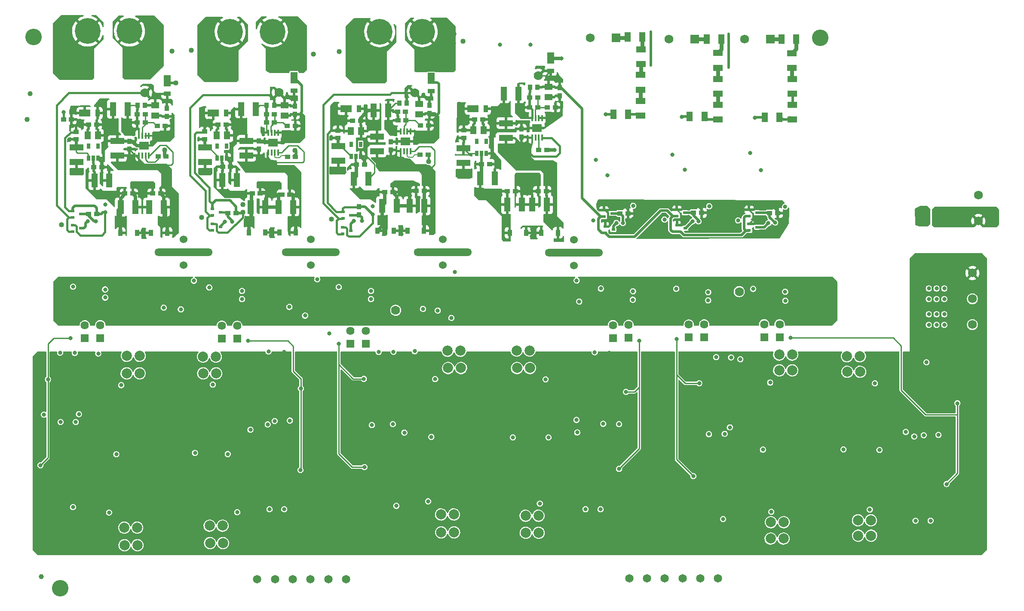
<source format=gbr>
%TF.GenerationSoftware,KiCad,Pcbnew,(5.99.0-10177-gd878cbddbc)*%
%TF.CreationDate,2021-05-13T16:43:48+02:00*%
%TF.ProjectId,PowerMeterDeng,506f7765-724d-4657-9465-7244656e672e,rev?*%
%TF.SameCoordinates,Original*%
%TF.FileFunction,Copper,L4,Bot*%
%TF.FilePolarity,Positive*%
%FSLAX46Y46*%
G04 Gerber Fmt 4.6, Leading zero omitted, Abs format (unit mm)*
G04 Created by KiCad (PCBNEW (5.99.0-10177-gd878cbddbc)) date 2021-05-13 16:43:48*
%MOMM*%
%LPD*%
G01*
G04 APERTURE LIST*
%TA.AperFunction,ComponentPad*%
%ADD10R,1.625600X1.625600*%
%TD*%
%TA.AperFunction,ComponentPad*%
%ADD11C,1.625600*%
%TD*%
%TA.AperFunction,ComponentPad*%
%ADD12C,1.651000*%
%TD*%
%TA.AperFunction,ComponentPad*%
%ADD13C,5.080000*%
%TD*%
%TA.AperFunction,ComponentPad*%
%ADD14C,1.778000*%
%TD*%
%TA.AperFunction,ComponentPad*%
%ADD15O,0.508000X7.162800*%
%TD*%
%TA.AperFunction,ComponentPad*%
%ADD16C,2.000000*%
%TD*%
%TA.AperFunction,ComponentPad*%
%ADD17O,11.430000X1.498600*%
%TD*%
%TA.AperFunction,ComponentPad*%
%ADD18C,3.251200*%
%TD*%
%TA.AperFunction,ComponentPad*%
%ADD19R,1.727200X1.727200*%
%TD*%
%TA.AperFunction,ComponentPad*%
%ADD20C,1.727200*%
%TD*%
%TA.AperFunction,ComponentPad*%
%ADD21C,1.524000*%
%TD*%
%TA.AperFunction,ComponentPad*%
%ADD22C,1.752600*%
%TD*%
%TA.AperFunction,SMDPad,CuDef*%
%ADD23R,1.828800X1.295400*%
%TD*%
%TA.AperFunction,SMDPad,CuDef*%
%ADD24R,0.990600X0.939800*%
%TD*%
%TA.AperFunction,SMDPad,CuDef*%
%ADD25R,1.295400X1.828800*%
%TD*%
%TA.AperFunction,SMDPad,CuDef*%
%ADD26R,0.914400X1.219200*%
%TD*%
%TA.AperFunction,SMDPad,CuDef*%
%ADD27R,0.787400X0.584200*%
%TD*%
%TA.AperFunction,SMDPad,CuDef*%
%ADD28R,2.692400X1.295400*%
%TD*%
%TA.AperFunction,SMDPad,CuDef*%
%ADD29R,1.600200X1.270000*%
%TD*%
%TA.AperFunction,SMDPad,CuDef*%
%ADD30R,1.295400X2.692400*%
%TD*%
%TA.AperFunction,SMDPad,CuDef*%
%ADD31R,0.635000X1.092200*%
%TD*%
%TA.AperFunction,SMDPad,CuDef*%
%ADD32R,1.397000X2.184400*%
%TD*%
%TA.AperFunction,SMDPad,CuDef*%
%ADD33R,1.397000X0.889000*%
%TD*%
%TA.AperFunction,SMDPad,CuDef*%
%ADD34R,2.184400X1.397000*%
%TD*%
%TA.AperFunction,SMDPad,CuDef*%
%ADD35R,0.889000X1.397000*%
%TD*%
%TA.AperFunction,SMDPad,CuDef*%
%ADD36R,0.939800X0.990600*%
%TD*%
%TA.AperFunction,SMDPad,CuDef*%
%ADD37R,1.270000X1.600200*%
%TD*%
%TA.AperFunction,SMDPad,CuDef*%
%ADD38R,0.381000X1.270000*%
%TD*%
%TA.AperFunction,SMDPad,CuDef*%
%ADD39R,1.905000X1.524000*%
%TD*%
%TA.AperFunction,SMDPad,CuDef*%
%ADD40C,0.990600*%
%TD*%
%TA.AperFunction,ViaPad*%
%ADD41C,0.800000*%
%TD*%
%TA.AperFunction,ViaPad*%
%ADD42C,0.812800*%
%TD*%
%TA.AperFunction,ViaPad*%
%ADD43C,1.016000*%
%TD*%
%TA.AperFunction,Conductor*%
%ADD44C,0.508000*%
%TD*%
%TA.AperFunction,Conductor*%
%ADD45C,0.254000*%
%TD*%
%TA.AperFunction,Conductor*%
%ADD46C,0.381000*%
%TD*%
%TA.AperFunction,Conductor*%
%ADD47C,0.250000*%
%TD*%
%TA.AperFunction,Conductor*%
%ADD48C,0.638000*%
%TD*%
%TA.AperFunction,Conductor*%
%ADD49C,0.635000*%
%TD*%
%TA.AperFunction,Conductor*%
%ADD50C,0.203200*%
%TD*%
%TA.AperFunction,Conductor*%
%ADD51C,0.762000*%
%TD*%
G04 APERTURE END LIST*
D10*
%TO.P,J26,1*%
%TO.N,DOUTP_W_PH*%
X228432200Y-81534000D03*
D11*
%TO.P,J26,2*%
%TO.N,DOUTP_W_PH1*%
X228432200Y-78994000D03*
%TD*%
D12*
%TO.P,J8,1,Pin_1*%
%TO.N,Ip_U*%
X125538695Y-129226300D03*
%TO.P,J8,2,Pin_2*%
%TO.N,In_U*%
X129038698Y-129226300D03*
%TO.P,J8,3,Pin_3*%
%TO.N,Ip_V*%
X132538699Y-129226300D03*
%TO.P,J8,4,Pin_4*%
%TO.N,In_V*%
X136038700Y-129226300D03*
%TO.P,J8,5,Pin_5*%
%TO.N,Ip_W*%
X139538700Y-129226300D03*
%TO.P,J8,6,Pin_6*%
%TO.N,In_W*%
X143038701Y-129226300D03*
%TD*%
D10*
%TO.P,J27,1*%
%TO.N,DOUTN_W_PH*%
X225384200Y-81508600D03*
D11*
%TO.P,J27,2*%
%TO.N,DOUTN_W_PH1*%
X225384200Y-78968600D03*
%TD*%
D13*
%TO.P,TP7,1*%
%TO.N,GND_WSH*%
X149666800Y-21336000D03*
%TD*%
D14*
%TO.P,TP16,1*%
%TO.N,-5.0V_PH*%
X180898800Y-30022800D03*
%TD*%
D13*
%TO.P,TP8,1*%
%TO.N,NetFB6_1*%
X158048800Y-21336000D03*
%TD*%
D15*
%TO.P,,*%
%TO.N,*%
X218399200Y-25069800D03*
%TD*%
D16*
%TO.P,TP29,1,1*%
%TO.N,Vp_V*%
X230886000Y-88061800D03*
X228346000Y-88061800D03*
%TD*%
D10*
%TO.P,J20,1*%
%TO.N,DOUTP_CH_W*%
X146923600Y-82778600D03*
D11*
%TO.P,J20,2*%
%TO.N,DOUTP_CH_W1*%
X146923600Y-80238600D03*
%TD*%
D14*
%TO.P,TP17,1*%
%TO.N,AMC_VCC*%
X220472000Y-72542400D03*
%TD*%
D10*
%TO.P,J21,1*%
%TO.N,DOUTN_CH_W*%
X143875600Y-82778600D03*
D11*
%TO.P,J21,2*%
%TO.N,DOUTN_CH_W1*%
X143875600Y-80238600D03*
%TD*%
D16*
%TO.P,TP21,1,1*%
%TO.N,Ip_W*%
X165684800Y-87602200D03*
X163144800Y-87602200D03*
%TD*%
%TO.P,TP15,1,1*%
%TO.N,In_U*%
X99364800Y-119049200D03*
X101904800Y-119049200D03*
%TD*%
D17*
%TO.P,,*%
%TO.N,*%
X111058800Y-64770000D03*
%TD*%
D18*
%TO.P,MH2,1*%
%TO.N,N/C*%
X86741000Y-130987800D03*
%TD*%
D16*
%TO.P,TP33,1,1*%
%TO.N,Vn_V*%
X229260400Y-117982700D03*
X226720400Y-117982700D03*
%TD*%
D18*
%TO.P,MH3,1*%
%TO.N,N/C*%
X236433200Y-22529800D03*
%TD*%
D19*
%TO.P,J15,1*%
%TO.N,NetFB11_1*%
X211693600Y-22758400D03*
D20*
%TO.P,J15,2*%
%TO.N,NEUTRAL*%
X206613600Y-22758400D03*
%TD*%
D16*
%TO.P,TP22,1,1*%
%TO.N,In_W*%
X161740599Y-116456000D03*
X164280599Y-116456000D03*
%TD*%
%TO.P,TP23,1,1*%
%TO.N,Net-(R120-Pad1)*%
X164324198Y-119986600D03*
X161784198Y-119986600D03*
%TD*%
D10*
%TO.P,J11,1*%
%TO.N,DOUTN_CH_U*%
X91602400Y-81737200D03*
D11*
%TO.P,J11,2*%
%TO.N,DOUTN_CH_U1*%
X91602400Y-79197200D03*
%TD*%
D18*
%TO.P,MH1,1*%
%TO.N,N/C*%
X81493200Y-22402800D03*
%TD*%
D16*
%TO.P,TP35,1,1*%
%TO.N,Net-(R136-Pad1)*%
X243916200Y-120624900D03*
X246456200Y-120624900D03*
%TD*%
D12*
%TO.P,J29,1,Pin_1*%
%TO.N,Vp_U*%
X198801195Y-129082800D03*
%TO.P,J29,2,Pin_2*%
%TO.N,Vn_U*%
X202301198Y-129082800D03*
%TO.P,J29,3,Pin_3*%
%TO.N,Vp_V*%
X205801199Y-129082800D03*
%TO.P,J29,4,Pin_4*%
%TO.N,Vn_V*%
X209301200Y-129082800D03*
%TO.P,J29,5,Pin_5*%
%TO.N,Vp_W*%
X212801200Y-129082800D03*
%TO.P,J29,6,Pin_6*%
%TO.N,Vn_W*%
X216301201Y-129082800D03*
%TD*%
D13*
%TO.P,TP5,1*%
%TO.N,NetFB4_1*%
X128534000Y-21336000D03*
%TD*%
D10*
%TO.P,J18,1*%
%TO.N,DOUTP_CH_V*%
X121599800Y-81838800D03*
D11*
%TO.P,J18,2*%
%TO.N,DOUTP_CH_V1*%
X121599800Y-79298800D03*
%TD*%
D16*
%TO.P,TP53,1,1*%
%TO.N,In_V*%
X118719600Y-118668800D03*
X116179600Y-118668800D03*
%TD*%
D17*
%TO.P,,*%
%TO.N,*%
X136077800Y-64770000D03*
%TD*%
D10*
%TO.P,J22,1*%
%TO.N,DOUTP_U_PH*%
X198688800Y-81661000D03*
D11*
%TO.P,J22,2*%
%TO.N,DOUTP_U_PH1*%
X198688800Y-79121000D03*
%TD*%
D16*
%TO.P,TP31,1,1*%
%TO.N,Net-(R128-Pad2)*%
X241706400Y-85293200D03*
X244246400Y-85293200D03*
%TD*%
D10*
%TO.P,J23,1*%
%TO.N,DOUTN_U_PH*%
X195615400Y-81686400D03*
D11*
%TO.P,J23,2*%
%TO.N,DOUTN_U_PH1*%
X195615400Y-79146400D03*
%TD*%
D10*
%TO.P,J25,1*%
%TO.N,DOUTN_V_PH*%
X210550600Y-81584800D03*
D11*
%TO.P,J25,2*%
%TO.N,DOUTN_V_PH1*%
X210550600Y-79044800D03*
%TD*%
D16*
%TO.P,TP52,1,1*%
%TO.N,Net-(R46-Pad1)*%
X118795800Y-122097800D03*
X116255800Y-122097800D03*
%TD*%
D14*
%TO.P,TP6,1*%
%TO.N,-5.0V_VSH*%
X129829400Y-33324800D03*
%TD*%
D21*
%TO.P,C51,1*%
%TO.N,DGND*%
X187944600Y-67437000D03*
%TO.P,C51,2*%
%TO.N,GND_PH*%
X187944600Y-62357000D03*
%TD*%
D15*
%TO.P,,*%
%TO.N,*%
X203108400Y-24638000D03*
%TD*%
D21*
%TO.P,C7,1*%
%TO.N,DGND*%
X111058800Y-67310000D03*
%TO.P,C7,2*%
%TO.N,GND_USH*%
X111058800Y-62230000D03*
%TD*%
D16*
%TO.P,TP26,1,1*%
%TO.N,Vn_U*%
X178402999Y-116710000D03*
X180942999Y-116710000D03*
%TD*%
D10*
%TO.P,J10,1*%
%TO.N,DOUTP_CH_U*%
X94650400Y-81686400D03*
D11*
%TO.P,J10,2*%
%TO.N,DOUTP_CH_U1*%
X94650400Y-79146400D03*
%TD*%
D10*
%TO.P,J19,1*%
%TO.N,DOUTN_CH_V*%
X118577200Y-81813400D03*
D11*
%TO.P,J19,2*%
%TO.N,DOUTN_CH_V1*%
X118577200Y-79273400D03*
%TD*%
D16*
%TO.P,TP11,1,1*%
%TO.N,Net-(R29-Pad1)*%
X102412800Y-85191600D03*
X99872800Y-85191600D03*
%TD*%
%TO.P,TP28,1,1*%
%TO.N,Net-(R124-Pad1)*%
X228346000Y-84963000D03*
X230886000Y-84963000D03*
%TD*%
D14*
%TO.P,TP9,1*%
%TO.N,AMC_VCC*%
X152816400Y-76225400D03*
%TD*%
D10*
%TO.P,J24,1*%
%TO.N,DOUTP_V_PH*%
X213598600Y-81559400D03*
D11*
%TO.P,J24,2*%
%TO.N,DOUTP_V_PH1*%
X213598600Y-79019400D03*
%TD*%
D16*
%TO.P,TP20,1,1*%
%TO.N,Net-(R116-Pad2)*%
X163043200Y-84198600D03*
X165583200Y-84198600D03*
%TD*%
D14*
%TO.P,TP10,1*%
%TO.N,-5.0V_WSH*%
X156575600Y-33350200D03*
%TD*%
D16*
%TO.P,TP24,1,1*%
%TO.N,Net-(R108-Pad1)*%
X176632200Y-84147800D03*
X179172200Y-84147800D03*
%TD*%
%TO.P,TP51,1,1*%
%TO.N,Ip_V*%
X114909600Y-88646000D03*
X117449600Y-88646000D03*
%TD*%
D22*
%TO.P,J30,1*%
%TO.N,+15V*%
X266395200Y-68884800D03*
%TO.P,J30,2*%
%TO.N,DGND*%
X266395200Y-73964800D03*
%TO.P,J30,3*%
%TO.N,-15V*%
X266395200Y-79044800D03*
%TD*%
D13*
%TO.P,TP4,1*%
%TO.N,GND_VSH*%
X120202800Y-21336000D03*
%TD*%
D16*
%TO.P,TP30,1,1*%
%TO.N,Vp_W*%
X244297200Y-88341200D03*
X241757200Y-88341200D03*
%TD*%
D13*
%TO.P,TP1,1*%
%TO.N,GND_USH*%
X92135800Y-21209000D03*
%TD*%
D17*
%TO.P,,*%
%TO.N,*%
X187944600Y-64897000D03*
%TD*%
D14*
%TO.P,TP3,1*%
%TO.N,-5.0V_USH*%
X103438800Y-33401000D03*
%TD*%
D13*
%TO.P,TP2,1*%
%TO.N,NetFB2_1*%
X100390800Y-21209000D03*
%TD*%
D22*
%TO.P,J17,1,1*%
%TO.N,+5V_CNTL*%
X267563600Y-58623200D03*
%TO.P,J17,2,2*%
%TO.N,DGND*%
X267563600Y-53543200D03*
%TD*%
D19*
%TO.P,J16,1*%
%TO.N,NetFB12_1*%
X226603400Y-22758400D03*
D20*
%TO.P,J16,2*%
%TO.N,NEUTRAL*%
X221523400Y-22758400D03*
%TD*%
D19*
%TO.P,J14,1*%
%TO.N,NetFB9_1*%
X196225000Y-22555200D03*
D20*
%TO.P,J14,2*%
%TO.N,NEUTRAL*%
X191145000Y-22555200D03*
%TD*%
D16*
%TO.P,TP32,1,1*%
%TO.N,Net-(R132-Pad2)*%
X229209600Y-121208800D03*
X226669600Y-121208800D03*
%TD*%
D17*
%TO.P,,*%
%TO.N,*%
X162112800Y-64770000D03*
%TD*%
D16*
%TO.P,TP27,1,1*%
%TO.N,Net-(R112-Pad2)*%
X180968399Y-120062800D03*
X178428399Y-120062800D03*
%TD*%
%TO.P,TP12,1,1*%
%TO.N,Ip_U*%
X99822000Y-88646000D03*
X102362000Y-88646000D03*
%TD*%
%TO.P,TP34,1,1*%
%TO.N,Vn_W*%
X243865400Y-117602000D03*
X246405400Y-117602000D03*
%TD*%
%TO.P,TP50,1,1*%
%TO.N,Net-(R38-Pad2)*%
X114858800Y-85344000D03*
X117398800Y-85344000D03*
%TD*%
D21*
%TO.P,C15,1*%
%TO.N,DGND*%
X136077800Y-67310000D03*
%TO.P,C15,2*%
%TO.N,GND_VSH*%
X136077800Y-62230000D03*
%TD*%
D16*
%TO.P,TP13,1,1*%
%TO.N,Net-(R34-Pad2)*%
X101955600Y-122504200D03*
X99415600Y-122504200D03*
%TD*%
%TO.P,TP25,1,1*%
%TO.N,Vp_U*%
X176708400Y-87602200D03*
X179248400Y-87602200D03*
%TD*%
D21*
%TO.P,C26,1*%
%TO.N,DGND*%
X162112800Y-67310000D03*
%TO.P,C26,2*%
%TO.N,GND_WSH*%
X162112800Y-62230000D03*
%TD*%
D23*
%TO.P,R67,1*%
%TO.N,NetFB9_2*%
X201101800Y-24841200D03*
%TO.P,R67,2*%
%TO.N,NetR67_2*%
X201101800Y-27736800D03*
%TD*%
%TO.P,R90,1*%
%TO.N,NetFB12_2*%
X230870600Y-25577800D03*
%TO.P,R90,2*%
%TO.N,NetR90_2*%
X230870600Y-28473400D03*
%TD*%
D24*
%TO.P,C150,1*%
%TO.N,+6V_USH*%
X93380400Y-48006000D03*
%TO.P,C150,2*%
%TO.N,GND_USH*%
X94955200Y-48006000D03*
%TD*%
D25*
%TO.P,FB9,1*%
%TO.N,NetFB9_1*%
X198485600Y-22402800D03*
%TO.P,FB9,2*%
%TO.N,NetFB9_2*%
X201381200Y-22402800D03*
%TD*%
D26*
%TO.P,D39,1*%
%TO.N,+6V_VSH*%
X123885800Y-60883800D03*
%TO.P,D39,2*%
%TO.N,NetD37_1*%
X127137000Y-60883800D03*
%TD*%
D27*
%TO.P,D19,1*%
%TO.N,-5.0V_PH*%
X194091400Y-60934600D03*
%TO.P,D19,2*%
%TO.N,+5.0V_PH*%
X194091400Y-59664600D03*
%TO.P,D19,3*%
%TO.N,NetC55_2*%
X195666200Y-60299600D03*
%TD*%
D24*
%TO.P,C120,1*%
%TO.N,+5.0V_WSH*%
X144307400Y-38862000D03*
%TO.P,C120,2*%
%TO.N,GND_WSH*%
X145882200Y-38862000D03*
%TD*%
%TO.P,C125,1*%
%TO.N,GND_VSH*%
X130388200Y-53441600D03*
%TO.P,C125,2*%
%TO.N,-6V_VSH*%
X131963000Y-53441600D03*
%TD*%
%TO.P,R104,1*%
%TO.N,NetC143_1*%
X103464200Y-37592000D03*
%TO.P,R104,2*%
%TO.N,NetC143_2*%
X101889400Y-37592000D03*
%TD*%
%TO.P,R101,1*%
%TO.N,GND_VSH*%
X133019800Y-39878000D03*
%TO.P,R101,2*%
%TO.N,NetC127_1*%
X131445000Y-39878000D03*
%TD*%
D28*
%TO.P,C121,1*%
%TO.N,GND_WSH*%
X141538800Y-46786800D03*
%TO.P,C121,2*%
%TO.N,NetC121_2*%
X141538800Y-43891200D03*
%TD*%
D26*
%TO.P,D45,1*%
%TO.N,+6V_USH*%
X98612800Y-61010800D03*
%TO.P,D45,2*%
%TO.N,NetD43_1*%
X101864000Y-61010800D03*
%TD*%
D25*
%TO.P,FB11,1*%
%TO.N,NetFB11_1*%
X214055800Y-22783800D03*
%TO.P,FB11,2*%
%TO.N,NetFB11_2*%
X216951400Y-22783800D03*
%TD*%
D27*
%TO.P,D35,1*%
%TO.N,-5.0V_WSH*%
X142427800Y-58115200D03*
%TO.P,D35,2*%
%TO.N,+5.0V_WSH*%
X142427800Y-56845200D03*
%TO.P,D35,3*%
%TO.N,NetC18_1*%
X144002600Y-57480200D03*
%TD*%
D24*
%TO.P,R52,1*%
%TO.N,NetC55_1*%
X197012400Y-57124600D03*
%TO.P,R52,2*%
%TO.N,+5.0V_PH*%
X198587200Y-57124600D03*
%TD*%
D29*
%TO.P,C126,1*%
%TO.N,GND_VSH*%
X130921600Y-37820600D03*
%TO.P,C126,2*%
%TO.N,-5.0V_VSH*%
X130921600Y-35788600D03*
%TD*%
D24*
%TO.P,R103,1*%
%TO.N,GND_USH*%
X107416600Y-39878000D03*
%TO.P,R103,2*%
%TO.N,NetC143_1*%
X105841800Y-39878000D03*
%TD*%
%TO.P,C109,1*%
%TO.N,GND_WSH*%
X156880400Y-52705000D03*
%TO.P,C109,2*%
%TO.N,-6V_WSH*%
X158455200Y-52705000D03*
%TD*%
%TO.P,C118,1*%
%TO.N,+6V_WSH*%
X145069400Y-47498000D03*
%TO.P,C118,2*%
%TO.N,GND_WSH*%
X146644200Y-47498000D03*
%TD*%
D23*
%TO.P,R81,1*%
%TO.N,NetR80_2*%
X216265600Y-35712400D03*
%TO.P,R81,2*%
%TO.N,NetR81_2*%
X216265600Y-38608000D03*
%TD*%
D28*
%TO.P,C116,1*%
%TO.N,GND_WSH*%
X149158800Y-41986200D03*
%TO.P,C116,2*%
%TO.N,-6V_WSH*%
X149158800Y-44881800D03*
%TD*%
D23*
%TO.P,R91,1*%
%TO.N,NetR90_2*%
X230921400Y-30683200D03*
%TO.P,R91,2*%
%TO.N,NetR91_2*%
X230921400Y-33578800D03*
%TD*%
D30*
%TO.P,C73,1*%
%TO.N,GND_PH*%
X179715000Y-55397400D03*
%TO.P,C73,2*%
%TO.N,-6V_PH*%
X182610600Y-55397400D03*
%TD*%
D24*
%TO.P,C136,1*%
%TO.N,+5.0V_VSH*%
X117815200Y-39624000D03*
%TO.P,C136,2*%
%TO.N,GND_VSH*%
X119390000Y-39624000D03*
%TD*%
D23*
%TO.P,R68,1*%
%TO.N,NetR67_2*%
X201076400Y-29845000D03*
%TO.P,R68,2*%
%TO.N,NetR68_2*%
X201076400Y-32740600D03*
%TD*%
D24*
%TO.P,C134,1*%
%TO.N,+6V_VSH*%
X118704200Y-47955200D03*
%TO.P,C134,2*%
%TO.N,GND_VSH*%
X120279000Y-47955200D03*
%TD*%
D31*
%TO.P,U16,1*%
%TO.N,GND_PH*%
X170672600Y-45288200D03*
%TO.P,U16,2*%
%TO.N,+6V_PH*%
X169732800Y-45288200D03*
%TO.P,U16,3*%
%TO.N,NetC86_2*%
X168793000Y-45288200D03*
%TO.P,U16,4*%
%TO.N,N/C*%
X168793000Y-42900600D03*
%TO.P,U16,5*%
X170672600Y-42900600D03*
%TD*%
D30*
%TO.P,C82,1*%
%TO.N,GND_PH*%
X172323600Y-50190400D03*
%TO.P,C82,2*%
%TO.N,+6V_PH*%
X169428000Y-50190400D03*
%TD*%
D32*
%TO.P,D44,1*%
%TO.N,GND_USH*%
X107848400Y-31038800D03*
D33*
%TO.P,D44,2*%
%TO.N,-5.0V_USH*%
X107848400Y-33578800D03*
%TD*%
D24*
%TO.P,C140,1*%
%TO.N,GND_USH*%
X107594400Y-45872400D03*
%TO.P,C140,2*%
%TO.N,NetC140_2*%
X106019600Y-45872400D03*
%TD*%
%TO.P,C80,1*%
%TO.N,+6V_PH*%
X174787400Y-52730400D03*
%TO.P,C80,2*%
%TO.N,GND_PH*%
X176362200Y-52730400D03*
%TD*%
%TO.P,C74,1*%
%TO.N,GND_PH*%
X182585200Y-44602400D03*
%TO.P,C74,2*%
%TO.N,NetC74_2*%
X181010400Y-44602400D03*
%TD*%
D30*
%TO.P,C131,1*%
%TO.N,GND_VSH*%
X122361800Y-36550600D03*
%TO.P,C131,2*%
%TO.N,NetC127_2*%
X125257400Y-36550600D03*
%TD*%
D28*
%TO.P,C153,1*%
%TO.N,GND_USH*%
X89976800Y-47040800D03*
%TO.P,C153,2*%
%TO.N,NetC153_2*%
X89976800Y-44145200D03*
%TD*%
D34*
%TO.P,D46,1*%
%TO.N,+5.0V_USH*%
X91592400Y-37388800D03*
D35*
%TO.P,D46,2*%
%TO.N,GND_USH*%
X94132400Y-37388800D03*
%TD*%
D30*
%TO.P,C128,1*%
%TO.N,+6V_VSH*%
X124266800Y-55854600D03*
%TO.P,C128,2*%
%TO.N,GND_VSH*%
X127162400Y-55854600D03*
%TD*%
D24*
%TO.P,C141,1*%
%TO.N,GND_USH*%
X104937400Y-53213000D03*
%TO.P,C141,2*%
%TO.N,-6V_USH*%
X106512200Y-53213000D03*
%TD*%
%TO.P,C127,1*%
%TO.N,NetC127_1*%
X128915000Y-39217600D03*
%TO.P,C127,2*%
%TO.N,NetC127_2*%
X127340200Y-39217600D03*
%TD*%
D36*
%TO.P,C122,1*%
%TO.N,-5.0V_VSH*%
X132953600Y-36017200D03*
%TO.P,C122,2*%
%TO.N,GND_VSH*%
X132953600Y-37592000D03*
%TD*%
D29*
%TO.P,C142,1*%
%TO.N,GND_USH*%
X105470800Y-37846000D03*
%TO.P,C142,2*%
%TO.N,-5.0V_USH*%
X105470800Y-35814000D03*
%TD*%
D28*
%TO.P,C81,1*%
%TO.N,GND_PH*%
X174558800Y-39344600D03*
%TO.P,C81,2*%
%TO.N,-6V_PH*%
X174558800Y-42240200D03*
%TD*%
D30*
%TO.P,C147,1*%
%TO.N,GND_USH*%
X97129600Y-36576000D03*
%TO.P,C147,2*%
%TO.N,NetC143_2*%
X100025200Y-36576000D03*
%TD*%
D24*
%TO.P,R95,1*%
%TO.N,NetC76_2*%
X180807200Y-34315400D03*
%TO.P,R95,2*%
%TO.N,NetC76_1*%
X179232400Y-34315400D03*
%TD*%
%TO.P,C152,1*%
%TO.N,+5.0V_USH*%
X92364400Y-39624000D03*
%TO.P,C152,2*%
%TO.N,GND_USH*%
X93939200Y-39624000D03*
%TD*%
D30*
%TO.P,C149,1*%
%TO.N,GND_USH*%
X96377600Y-50673000D03*
%TO.P,C149,2*%
%TO.N,+6V_USH*%
X93482000Y-50673000D03*
%TD*%
D37*
%TO.P,C119,1*%
%TO.N,GND_WSH*%
X145983800Y-40894000D03*
%TO.P,C119,2*%
%TO.N,+5.0V_WSH*%
X143951800Y-40894000D03*
%TD*%
D26*
%TO.P,D21,1*%
%TO.N,NetD21_1*%
X181493000Y-60934600D03*
%TO.P,D21,2*%
%TO.N,-6V_PH*%
X184744200Y-60934600D03*
%TD*%
D27*
%TO.P,D41,1*%
%TO.N,-5.0V_VSH*%
X116748400Y-57531000D03*
%TO.P,D41,2*%
%TO.N,+5.0V_VSH*%
X116748400Y-56261000D03*
%TO.P,D41,3*%
%TO.N,NetC9_1*%
X118323200Y-56896000D03*
%TD*%
D36*
%TO.P,C114,1*%
%TO.N,-6V_WSH*%
X151825800Y-44602400D03*
%TO.P,C114,2*%
%TO.N,GND_WSH*%
X151825800Y-43027600D03*
%TD*%
D25*
%TO.P,FB12,1*%
%TO.N,NetFB12_1*%
X228813200Y-22758400D03*
%TO.P,FB12,2*%
%TO.N,NetFB12_2*%
X231708800Y-22758400D03*
%TD*%
D30*
%TO.P,C123,1*%
%TO.N,GND_VSH*%
X129727800Y-55854600D03*
%TO.P,C123,2*%
%TO.N,-6V_VSH*%
X132623400Y-55854600D03*
%TD*%
D36*
%TO.P,FB17,1*%
%TO.N,NetC111_2*%
X153502200Y-35433000D03*
%TO.P,FB17,2*%
%TO.N,-5.0V_WSH*%
X154975400Y-35433000D03*
%TD*%
D29*
%TO.P,C72,1*%
%TO.N,GND_PH*%
X182940800Y-34188400D03*
%TO.P,C72,2*%
%TO.N,-5.0V_PH*%
X182940800Y-32156400D03*
%TD*%
D27*
%TO.P,D18,1*%
%TO.N,-5.0V_PH*%
X208188400Y-57632600D03*
%TO.P,D18,2*%
%TO.N,+5.0V_PH*%
X208188400Y-56362600D03*
%TO.P,D18,3*%
%TO.N,NetC61_1*%
X209763200Y-56997600D03*
%TD*%
D23*
%TO.P,R80,1*%
%TO.N,NetR79_2*%
X216240200Y-30632400D03*
%TO.P,R80,2*%
%TO.N,NetR80_2*%
X216240200Y-33528000D03*
%TD*%
D37*
%TO.P,C84,1*%
%TO.N,GND_PH*%
X170164600Y-40741600D03*
%TO.P,C84,2*%
%TO.N,+5.0V_PH*%
X168132600Y-40741600D03*
%TD*%
D30*
%TO.P,C139,1*%
%TO.N,GND_USH*%
X104277000Y-55880000D03*
%TO.P,C139,2*%
%TO.N,-6V_USH*%
X107172600Y-55880000D03*
%TD*%
D36*
%TO.P,C78,1*%
%TO.N,-6V_PH*%
X177606800Y-42087800D03*
%TO.P,C78,2*%
%TO.N,GND_PH*%
X177606800Y-40513000D03*
%TD*%
D32*
%TO.P,D31,1*%
%TO.N,GND_WSH*%
X159816800Y-30530800D03*
D33*
%TO.P,D31,2*%
%TO.N,-5.0V_WSH*%
X159816800Y-33070800D03*
%TD*%
D27*
%TO.P,D16,1*%
%TO.N,-5.0V_PH*%
X222412400Y-60477400D03*
%TO.P,D16,2*%
%TO.N,+5.0V_PH*%
X222412400Y-59207400D03*
%TO.P,D16,3*%
%TO.N,NetC68_2*%
X223987200Y-59842400D03*
%TD*%
D24*
%TO.P,C145,1*%
%TO.N,+6V_USH*%
X99476400Y-53213000D03*
%TO.P,C145,2*%
%TO.N,GND_USH*%
X101051200Y-53213000D03*
%TD*%
%TO.P,FB20,1*%
%TO.N,NetC137_2*%
X115199000Y-42494200D03*
%TO.P,FB20,2*%
%TO.N,+5.0V_VSH*%
X115199000Y-41021000D03*
%TD*%
D34*
%TO.P,D24,1*%
%TO.N,+5.0V_PH*%
X168056400Y-36474400D03*
D35*
%TO.P,D24,2*%
%TO.N,GND_PH*%
X170596400Y-36474400D03*
%TD*%
D36*
%TO.P,FB21,1*%
%TO.N,NetC143_2*%
X101940200Y-35814000D03*
%TO.P,FB21,2*%
%TO.N,-5.0V_USH*%
X103413400Y-35814000D03*
%TD*%
D24*
%TO.P,FB18,1*%
%TO.N,NetC121_2*%
X141411800Y-42265600D03*
%TO.P,FB18,2*%
%TO.N,+5.0V_WSH*%
X141411800Y-40792400D03*
%TD*%
D30*
%TO.P,C144,1*%
%TO.N,+6V_USH*%
X98689000Y-55880000D03*
%TO.P,C144,2*%
%TO.N,GND_USH*%
X101584600Y-55880000D03*
%TD*%
D31*
%TO.P,U20,1*%
%TO.N,GND_WSH*%
X145907600Y-45897800D03*
%TO.P,U20,2*%
%TO.N,+6V_WSH*%
X144967800Y-45897800D03*
%TO.P,U20,3*%
%TO.N,NetC121_2*%
X144028000Y-45897800D03*
%TO.P,U20,4*%
%TO.N,N/C*%
X144028000Y-43510200D03*
%TO.P,U20,5*%
X145907600Y-43510200D03*
%TD*%
D23*
%TO.P,R79,1*%
%TO.N,NetFB11_2*%
X216265600Y-25527000D03*
%TO.P,R79,2*%
%TO.N,NetR79_2*%
X216265600Y-28422600D03*
%TD*%
D24*
%TO.P,R105,1*%
%TO.N,NetD1_2*%
X87401400Y-38608000D03*
%TO.P,R105,2*%
%TO.N,+5.0V_USH*%
X88976200Y-38608000D03*
%TD*%
%TO.P,C107,1*%
%TO.N,GND_WSH*%
X159217200Y-45593000D03*
%TO.P,C107,2*%
%TO.N,NetC107_2*%
X157642400Y-45593000D03*
%TD*%
D23*
%TO.P,R69,1*%
%TO.N,NetR68_2*%
X201076400Y-34950400D03*
%TO.P,R69,2*%
%TO.N,NetR69_2*%
X201076400Y-37846000D03*
%TD*%
D36*
%TO.P,FB19,1*%
%TO.N,NetC127_2*%
X127391000Y-35788600D03*
%TO.P,FB19,2*%
%TO.N,-5.0V_VSH*%
X128864200Y-35788600D03*
%TD*%
D28*
%TO.P,C137,1*%
%TO.N,GND_VSH*%
X115300600Y-47015400D03*
%TO.P,C137,2*%
%TO.N,NetC137_2*%
X115300600Y-44119800D03*
%TD*%
D26*
%TO.P,D32,1*%
%TO.N,NetD32_1*%
X155153200Y-60579000D03*
%TO.P,D32,2*%
%TO.N,-6V_WSH*%
X158404400Y-60579000D03*
%TD*%
%TO.P,D23,1*%
%TO.N,+6V_PH*%
X175270000Y-60985400D03*
%TO.P,D23,2*%
%TO.N,NetD21_1*%
X178521200Y-60985400D03*
%TD*%
D24*
%TO.P,C129,1*%
%TO.N,+6V_VSH*%
X124546200Y-53187600D03*
%TO.P,C129,2*%
%TO.N,GND_VSH*%
X126121000Y-53187600D03*
%TD*%
D25*
%TO.P,R70,1*%
%TO.N,NetR69_2*%
X198587200Y-37566600D03*
%TO.P,R70,2*%
%TO.N,NetR60_2*%
X195691600Y-37566600D03*
%TD*%
D24*
%TO.P,FB22,1*%
%TO.N,NetC153_2*%
X89849800Y-42519600D03*
%TO.P,FB22,2*%
%TO.N,+5.0V_USH*%
X89849800Y-41046400D03*
%TD*%
D27*
%TO.P,D17,1*%
%TO.N,-5.0V_PH*%
X208264600Y-60706000D03*
%TO.P,D17,2*%
%TO.N,+5.0V_PH*%
X208264600Y-59436000D03*
%TO.P,D17,3*%
%TO.N,NetC61_2*%
X209839400Y-60071000D03*
%TD*%
D24*
%TO.P,C113,1*%
%TO.N,+6V_WSH*%
X150657400Y-52959000D03*
%TO.P,C113,2*%
%TO.N,GND_WSH*%
X152232200Y-52959000D03*
%TD*%
D30*
%TO.P,C115,1*%
%TO.N,GND_WSH*%
X148473000Y-36855400D03*
%TO.P,C115,2*%
%TO.N,NetC111_2*%
X151368600Y-36855400D03*
%TD*%
D24*
%TO.P,C83,1*%
%TO.N,+6V_PH*%
X169707400Y-47396400D03*
%TO.P,C83,2*%
%TO.N,GND_PH*%
X171282200Y-47396400D03*
%TD*%
D36*
%TO.P,FB13,1*%
%TO.N,NetC76_1*%
X179283200Y-32283400D03*
%TO.P,FB13,2*%
%TO.N,-5.0V_PH*%
X180756400Y-32283400D03*
%TD*%
D34*
%TO.P,D34,1*%
%TO.N,+5.0V_WSH*%
X143002000Y-36525200D03*
D35*
%TO.P,D34,2*%
%TO.N,GND_WSH*%
X145542000Y-36525200D03*
%TD*%
D38*
%TO.P,U21,1*%
%TO.N,NetC127_2*%
X127711200Y-41224200D03*
%TO.P,U21,2*%
%TO.N,NetC127_1*%
X128371600Y-41224200D03*
%TO.P,U21,3*%
%TO.N,GND_VSH*%
X129006600Y-41224200D03*
%TO.P,U21,4*%
X129641600Y-41224200D03*
%TO.P,U21,5*%
%TO.N,-6V_VSH*%
X129641600Y-45110400D03*
%TO.P,U21,6*%
%TO.N,NetC124_2*%
X129006600Y-45110400D03*
%TO.P,U21,7*%
%TO.N,N/C*%
X128371600Y-45110400D03*
%TO.P,U21,8*%
%TO.N,-6V_VSH*%
X127711200Y-45110400D03*
D39*
%TO.P,U21,9*%
%TO.N,GND_VSH*%
X128676400Y-43180000D03*
%TD*%
D31*
%TO.P,U22,1*%
%TO.N,GND_VSH*%
X119542400Y-46278800D03*
%TO.P,U22,2*%
%TO.N,+6V_VSH*%
X118602600Y-46278800D03*
%TO.P,U22,3*%
%TO.N,NetC137_2*%
X117662800Y-46278800D03*
%TO.P,U22,4*%
%TO.N,N/C*%
X117662800Y-43891200D03*
%TO.P,U22,5*%
X119542400Y-43891200D03*
%TD*%
D40*
%TO.P,FID5,1*%
%TO.N,N/C*%
X83007200Y-128727200D03*
%TD*%
D24*
%TO.P,C75,1*%
%TO.N,GND_PH*%
X180883400Y-52730400D03*
%TO.P,C75,2*%
%TO.N,-6V_PH*%
X182458200Y-52730400D03*
%TD*%
D26*
%TO.P,D37,1*%
%TO.N,NetD37_1*%
X129880200Y-60858400D03*
%TO.P,D37,2*%
%TO.N,-6V_VSH*%
X133131400Y-60858400D03*
%TD*%
D37*
%TO.P,C151,1*%
%TO.N,GND_USH*%
X94167800Y-41783000D03*
%TO.P,C151,2*%
%TO.N,+5.0V_USH*%
X92135800Y-41783000D03*
%TD*%
D24*
%TO.P,C111,1*%
%TO.N,NetC111_1*%
X154848400Y-38785800D03*
%TO.P,C111,2*%
%TO.N,NetC111_2*%
X153273600Y-38785800D03*
%TD*%
D38*
%TO.P,U19,1*%
%TO.N,NetC111_2*%
X153781600Y-40970200D03*
%TO.P,U19,2*%
%TO.N,NetC111_1*%
X154442000Y-40970200D03*
%TO.P,U19,3*%
%TO.N,GND_WSH*%
X155077000Y-40970200D03*
%TO.P,U19,4*%
X155712000Y-40970200D03*
%TO.P,U19,5*%
%TO.N,-6V_WSH*%
X155712000Y-44856400D03*
%TO.P,U19,6*%
%TO.N,NetC107_2*%
X155077000Y-44856400D03*
%TO.P,U19,7*%
%TO.N,N/C*%
X154442000Y-44856400D03*
%TO.P,U19,8*%
%TO.N,-6V_WSH*%
X153781600Y-44856400D03*
D39*
%TO.P,U19,9*%
%TO.N,GND_WSH*%
X154746800Y-42926000D03*
%TD*%
D38*
%TO.P,U23,1*%
%TO.N,NetC143_2*%
X102260400Y-41833800D03*
%TO.P,U23,2*%
%TO.N,NetC143_1*%
X102920800Y-41833800D03*
%TO.P,U23,3*%
%TO.N,GND_USH*%
X103555800Y-41833800D03*
%TO.P,U23,4*%
X104190800Y-41833800D03*
%TO.P,U23,5*%
%TO.N,-6V_USH*%
X104190800Y-45720000D03*
%TO.P,U23,6*%
%TO.N,NetC140_2*%
X103555800Y-45720000D03*
%TO.P,U23,7*%
%TO.N,N/C*%
X102920800Y-45720000D03*
%TO.P,U23,8*%
%TO.N,-6V_USH*%
X102260400Y-45720000D03*
D39*
%TO.P,U23,9*%
%TO.N,GND_USH*%
X103225600Y-43789600D03*
%TD*%
D30*
%TO.P,C79,1*%
%TO.N,GND_PH*%
X174127000Y-33553400D03*
%TO.P,C79,2*%
%TO.N,NetC76_1*%
X177022600Y-33553400D03*
%TD*%
D24*
%TO.P,R102,1*%
%TO.N,NetC127_1*%
X128915000Y-37566600D03*
%TO.P,R102,2*%
%TO.N,NetC127_2*%
X127340200Y-37566600D03*
%TD*%
D29*
%TO.P,C110,1*%
%TO.N,GND_WSH*%
X157439200Y-37566600D03*
%TO.P,C110,2*%
%TO.N,-5.0V_WSH*%
X157439200Y-35534600D03*
%TD*%
D36*
%TO.P,C138,1*%
%TO.N,-5.0V_USH*%
X107696000Y-36423600D03*
%TO.P,C138,2*%
%TO.N,GND_USH*%
X107696000Y-37998400D03*
%TD*%
D28*
%TO.P,C132,1*%
%TO.N,GND_VSH*%
X123428600Y-42849800D03*
%TO.P,C132,2*%
%TO.N,-6V_VSH*%
X123428600Y-45745400D03*
%TD*%
D32*
%TO.P,D38,1*%
%TO.N,GND_VSH*%
X132791200Y-30378400D03*
D33*
%TO.P,D38,2*%
%TO.N,-5.0V_VSH*%
X132791200Y-32918400D03*
%TD*%
D37*
%TO.P,C135,1*%
%TO.N,GND_VSH*%
X119618600Y-41783000D03*
%TO.P,C135,2*%
%TO.N,+5.0V_VSH*%
X117586600Y-41783000D03*
%TD*%
D36*
%TO.P,R47,1*%
%TO.N,NetC18_1*%
X145577400Y-57378600D03*
%TO.P,R47,2*%
%TO.N,+5.0V_WSH*%
X145577400Y-55803800D03*
%TD*%
D40*
%TO.P,FID6,1*%
%TO.N,N/C*%
X80832800Y-33528000D03*
%TD*%
D26*
%TO.P,D33,1*%
%TO.N,+6V_WSH*%
X149184200Y-60579000D03*
%TO.P,D33,2*%
%TO.N,NetD32_1*%
X152435400Y-60579000D03*
%TD*%
D30*
%TO.P,C77,1*%
%TO.N,+6V_PH*%
X174762000Y-55397400D03*
%TO.P,C77,2*%
%TO.N,GND_PH*%
X177657600Y-55397400D03*
%TD*%
D24*
%TO.P,R44,1*%
%TO.N,NetC9_1*%
X119771000Y-57073800D03*
%TO.P,R44,2*%
%TO.N,+5.0V_VSH*%
X121345800Y-57073800D03*
%TD*%
D32*
%TO.P,D22,1*%
%TO.N,GND_PH*%
X183337200Y-26517600D03*
D33*
%TO.P,D22,2*%
%TO.N,-5.0V_PH*%
X183337200Y-29057600D03*
%TD*%
D27*
%TO.P,D47,1*%
%TO.N,-5.0V_USH*%
X89189400Y-57912000D03*
%TO.P,D47,2*%
%TO.N,+5.0V_USH*%
X89189400Y-56642000D03*
%TO.P,D47,3*%
%TO.N,NetC2_1*%
X90764200Y-57277000D03*
%TD*%
D36*
%TO.P,C106,1*%
%TO.N,-5.0V_WSH*%
X159496600Y-35864800D03*
%TO.P,C106,2*%
%TO.N,GND_WSH*%
X159496600Y-37439600D03*
%TD*%
D30*
%TO.P,C112,1*%
%TO.N,+6V_WSH*%
X150124000Y-55626000D03*
%TO.P,C112,2*%
%TO.N,GND_WSH*%
X153019600Y-55626000D03*
%TD*%
%TO.P,C108,1*%
%TO.N,GND_WSH*%
X155585000Y-55626000D03*
%TO.P,C108,2*%
%TO.N,-6V_WSH*%
X158480600Y-55626000D03*
%TD*%
%TO.P,C133,1*%
%TO.N,GND_VSH*%
X121574400Y-50520600D03*
%TO.P,C133,2*%
%TO.N,+6V_VSH*%
X118678800Y-50520600D03*
%TD*%
D38*
%TO.P,U15,1*%
%TO.N,NetC76_1*%
X179689600Y-38328600D03*
%TO.P,U15,2*%
%TO.N,NetC76_2*%
X180350000Y-38328600D03*
%TO.P,U15,3*%
%TO.N,GND_PH*%
X180985000Y-38328600D03*
%TO.P,U15,4*%
X181620000Y-38328600D03*
%TO.P,U15,5*%
%TO.N,-6V_PH*%
X181620000Y-42214800D03*
%TO.P,U15,6*%
%TO.N,NetC74_2*%
X180985000Y-42214800D03*
%TO.P,U15,7*%
%TO.N,N/C*%
X180350000Y-42214800D03*
%TO.P,U15,8*%
%TO.N,-6V_PH*%
X179689600Y-42214800D03*
D39*
%TO.P,U15,9*%
%TO.N,GND_PH*%
X180654800Y-40284400D03*
%TD*%
D24*
%TO.P,C143,1*%
%TO.N,NetC143_1*%
X103464200Y-39243000D03*
%TO.P,C143,2*%
%TO.N,NetC143_2*%
X101889400Y-39243000D03*
%TD*%
%TO.P,R99,1*%
%TO.N,GND_WSH*%
X159268000Y-39827200D03*
%TO.P,R99,2*%
%TO.N,NetC111_1*%
X157693200Y-39827200D03*
%TD*%
D36*
%TO.P,C71,1*%
%TO.N,-5.0V_PH*%
X185099800Y-32385000D03*
%TO.P,C71,2*%
%TO.N,GND_PH*%
X185099800Y-33959800D03*
%TD*%
D27*
%TO.P,D20,1*%
%TO.N,-5.0V_PH*%
X193837400Y-57759600D03*
%TO.P,D20,2*%
%TO.N,+5.0V_PH*%
X193837400Y-56489600D03*
%TO.P,D20,3*%
%TO.N,NetC55_1*%
X195412200Y-57124600D03*
%TD*%
D24*
%TO.P,C85,1*%
%TO.N,+5.0V_PH*%
X168361200Y-38582600D03*
%TO.P,C85,2*%
%TO.N,GND_PH*%
X169936000Y-38582600D03*
%TD*%
%TO.P,C124,1*%
%TO.N,GND_VSH*%
X133070600Y-46024800D03*
%TO.P,C124,2*%
%TO.N,NetC124_2*%
X131495800Y-46024800D03*
%TD*%
D26*
%TO.P,D43,1*%
%TO.N,NetD43_1*%
X104581800Y-60960000D03*
%TO.P,D43,2*%
%TO.N,-6V_USH*%
X107833000Y-60960000D03*
%TD*%
D27*
%TO.P,D15,1*%
%TO.N,-5.0V_PH*%
X222412400Y-57658000D03*
%TO.P,D15,2*%
%TO.N,+5.0V_PH*%
X222412400Y-56388000D03*
%TO.P,D15,3*%
%TO.N,NetC68_1*%
X223987200Y-57023000D03*
%TD*%
%TO.P,D36,1*%
%TO.N,-5.0V_WSH*%
X142402400Y-61163200D03*
%TO.P,D36,2*%
%TO.N,+5.0V_WSH*%
X142402400Y-59893200D03*
%TO.P,D36,3*%
%TO.N,NetC18_2*%
X143977200Y-60528200D03*
%TD*%
%TO.P,D42,1*%
%TO.N,-5.0V_VSH*%
X116748400Y-60452000D03*
%TO.P,D42,2*%
%TO.N,+5.0V_VSH*%
X116748400Y-59182000D03*
%TO.P,D42,3*%
%TO.N,NetC9_2*%
X118323200Y-59817000D03*
%TD*%
D30*
%TO.P,C117,1*%
%TO.N,GND_WSH*%
X147431600Y-50292000D03*
%TO.P,C117,2*%
%TO.N,+6V_WSH*%
X144536000Y-50292000D03*
%TD*%
D31*
%TO.P,U24,1*%
%TO.N,GND_USH*%
X94218600Y-46278800D03*
%TO.P,U24,2*%
%TO.N,+6V_USH*%
X93278800Y-46278800D03*
%TO.P,U24,3*%
%TO.N,NetC153_2*%
X92339000Y-46278800D03*
%TO.P,U24,4*%
%TO.N,N/C*%
X92339000Y-43891200D03*
%TO.P,U24,5*%
X94218600Y-43891200D03*
%TD*%
D24*
%TO.P,C76,1*%
%TO.N,NetC76_1*%
X179232400Y-36220400D03*
%TO.P,C76,2*%
%TO.N,NetC76_2*%
X180807200Y-36220400D03*
%TD*%
D28*
%TO.P,C86,1*%
%TO.N,GND_PH*%
X166176800Y-47193200D03*
%TO.P,C86,2*%
%TO.N,NetC86_2*%
X166176800Y-44297600D03*
%TD*%
D36*
%TO.P,C146,1*%
%TO.N,-6V_USH*%
X100390800Y-44475400D03*
%TO.P,C146,2*%
%TO.N,GND_USH*%
X100390800Y-42900600D03*
%TD*%
D24*
%TO.P,R97,1*%
%TO.N,NetC61_1*%
X211465000Y-57023000D03*
%TO.P,R97,2*%
%TO.N,+5.0V_PH*%
X213039800Y-57023000D03*
%TD*%
D23*
%TO.P,R92,1*%
%TO.N,NetR91_2*%
X230921400Y-35712400D03*
%TO.P,R92,2*%
%TO.N,NetR92_2*%
X230921400Y-38608000D03*
%TD*%
D24*
%TO.P,R107,1*%
%TO.N,NetC68_1*%
X226476400Y-57048400D03*
%TO.P,R107,2*%
%TO.N,+5.0V_PH*%
X228051200Y-57048400D03*
%TD*%
D28*
%TO.P,C148,1*%
%TO.N,GND_USH*%
X97977800Y-42875200D03*
%TO.P,C148,2*%
%TO.N,-6V_USH*%
X97977800Y-45770800D03*
%TD*%
D24*
%TO.P,R100,1*%
%TO.N,NetC111_1*%
X154746800Y-37058600D03*
%TO.P,R100,2*%
%TO.N,NetC111_2*%
X153172000Y-37058600D03*
%TD*%
D25*
%TO.P,R93,1*%
%TO.N,NetR92_2*%
X228422200Y-38201600D03*
%TO.P,R93,2*%
%TO.N,NetR84_2*%
X225526600Y-38201600D03*
%TD*%
D27*
%TO.P,D48,1*%
%TO.N,-5.0V_USH*%
X89189400Y-60706000D03*
%TO.P,D48,2*%
%TO.N,+5.0V_USH*%
X89189400Y-59436000D03*
%TO.P,D48,3*%
%TO.N,NetC2_2*%
X90764200Y-60071000D03*
%TD*%
D34*
%TO.P,D40,1*%
%TO.N,+5.0V_VSH*%
X116890800Y-37338000D03*
D35*
%TO.P,D40,2*%
%TO.N,GND_VSH*%
X119430800Y-37338000D03*
%TD*%
D24*
%TO.P,R94,1*%
%TO.N,GND_PH*%
X184236200Y-36220400D03*
%TO.P,R94,2*%
%TO.N,NetC76_2*%
X182661400Y-36220400D03*
%TD*%
%TO.P,R39,1*%
%TO.N,NetC2_1*%
X92339000Y-57251600D03*
%TO.P,R39,2*%
%TO.N,+5.0V_USH*%
X93913800Y-57251600D03*
%TD*%
%TO.P,FB14,1*%
%TO.N,NetC86_2*%
X166227600Y-42240200D03*
%TO.P,FB14,2*%
%TO.N,+5.0V_PH*%
X166227600Y-40767000D03*
%TD*%
D36*
%TO.P,C130,1*%
%TO.N,-6V_VSH*%
X125841600Y-44450000D03*
%TO.P,C130,2*%
%TO.N,GND_VSH*%
X125841600Y-42875200D03*
%TD*%
D25*
%TO.P,R82,1*%
%TO.N,NetR81_2*%
X213624000Y-37998400D03*
%TO.P,R82,2*%
%TO.N,NetR72_2*%
X210728400Y-37998400D03*
%TD*%
D41*
%TO.N,+5V_CNTL*%
X260350000Y-56946800D03*
X260400800Y-58978800D03*
D42*
X113080800Y-71526400D03*
X189189200Y-71577200D03*
X137830400Y-73736200D03*
X142021400Y-73761600D03*
X167827800Y-73329800D03*
X164119400Y-73329800D03*
%TO.N,+5.0V_PH*%
X166811800Y-39370000D03*
X165491000Y-39370000D03*
X208188400Y-55397400D03*
X214563800Y-57302400D03*
X222387000Y-55372000D03*
X165541800Y-37973000D03*
X193812000Y-55245000D03*
X229524400Y-57378600D03*
X165541800Y-36601400D03*
X199603200Y-58216800D03*
%TO.N,+5.0V_USH*%
X90611800Y-38862000D03*
X89214800Y-39878000D03*
X89408000Y-36931600D03*
X95590200Y-56946800D03*
X90611800Y-39878000D03*
D43*
%TO.N,+5.0V_VSH*%
X122692000Y-56946800D03*
D42*
X116011800Y-38862000D03*
X114614800Y-38862000D03*
X114741800Y-37338000D03*
X115376800Y-39878000D03*
%TO.N,+5.0V_WSH*%
X142173800Y-39497000D03*
X148295200Y-57302400D03*
X141234000Y-36449000D03*
X140776800Y-38100000D03*
X140776800Y-39497000D03*
X142173800Y-38100000D03*
%TO.N,AMC_VCC*%
X147965000Y-72415400D03*
D41*
X256133600Y-58826400D03*
X256082800Y-56997600D03*
D42*
X199552400Y-72466200D03*
X95590200Y-72110600D03*
X229524400Y-72567800D03*
X122539600Y-72415400D03*
X214360600Y-72669400D03*
D41*
%TO.N,DGND*%
X258165600Y-117678200D03*
X226568000Y-90474800D03*
X149446999Y-84452600D03*
X226796600Y-115925300D03*
D42*
X110500000Y-76047600D03*
D41*
X260858000Y-71932800D03*
X97790000Y-104597200D03*
X182906000Y-101267400D03*
D42*
X208086800Y-71983600D03*
X188452600Y-70358000D03*
D41*
X254939800Y-101092000D03*
X218617800Y-99288600D03*
X127763800Y-84353400D03*
X124206000Y-99771200D03*
X225143800Y-103682800D03*
X196804999Y-98651200D03*
X182347200Y-89837400D03*
X131978400Y-97942400D03*
D42*
X223225200Y-72009000D03*
D41*
X89255600Y-71577200D03*
D42*
X141615000Y-71653400D03*
D41*
X156558999Y-84300200D03*
X188422999Y-97838400D03*
D42*
X164475000Y-68707000D03*
X147965000Y-74015600D03*
D41*
X253267000Y-100208300D03*
X159200599Y-113865200D03*
X220700600Y-85877400D03*
X260858000Y-74015600D03*
X246202200Y-115493800D03*
X83515200Y-96774000D03*
D42*
X122565000Y-74015600D03*
D41*
X257810000Y-71932800D03*
D42*
X134960200Y-77266800D03*
D41*
X247192800Y-90627200D03*
D42*
X139760800Y-80772000D03*
X137347800Y-70104000D03*
D41*
X259334000Y-74015600D03*
X257810000Y-74015600D03*
X160604800Y-89786600D03*
X259708000Y-100792500D03*
X121615200Y-116027200D03*
X193167600Y-115440600D03*
X217297000Y-117348000D03*
D42*
X214360600Y-74269600D03*
D41*
X96367600Y-116078000D03*
D42*
X116088000Y-71729600D03*
D41*
X257354600Y-86472200D03*
X248081800Y-103759000D03*
X259334000Y-71932800D03*
X192017399Y-84503400D03*
X181196999Y-114322400D03*
D42*
X95590200Y-73710800D03*
D41*
X152921199Y-114772800D03*
X148145999Y-98847000D03*
D42*
X158201200Y-75946000D03*
X113080800Y-70408800D03*
X199527000Y-74142600D03*
D41*
X90424000Y-96672400D03*
X86715600Y-84582000D03*
X214503000Y-100634800D03*
X130860800Y-115417600D03*
X215925400Y-85471000D03*
X94234000Y-84734400D03*
X89255600Y-115011200D03*
D42*
X131886800Y-75565000D03*
D41*
X119735600Y-104546400D03*
X116801587Y-90861994D03*
D42*
X163789200Y-77724000D03*
D41*
X127609600Y-98704400D03*
D42*
X161096800Y-76276200D03*
X193227800Y-71932800D03*
D41*
X159842800Y-101165800D03*
D42*
X107121800Y-75692000D03*
D41*
X188570200Y-100302200D03*
D42*
X229549800Y-74345800D03*
D41*
X98755200Y-90982800D03*
D42*
X188960600Y-74498200D03*
D41*
X86817200Y-98247200D03*
X152260799Y-98643800D03*
%TO.N,DOUTN_CH_U*%
X88798400Y-81737200D03*
X82854800Y-106756200D03*
X84328000Y-89839800D03*
%TO.N,DOUTN_CH_W*%
X141630400Y-82854800D03*
X146545799Y-89728400D03*
X146647399Y-107127400D03*
%TO.N,DOUTN_V_PH*%
X208127600Y-81889600D03*
X211429600Y-108915200D03*
X212598000Y-90601800D03*
%TO.N,DOUTP_CH_V*%
X134125300Y-91643200D03*
X123748800Y-82245200D03*
X134061200Y-107696000D03*
%TO.N,DOUTP_U_PH*%
X200761600Y-82245200D03*
X198170800Y-92303600D03*
X196799800Y-107465000D03*
%TO.N,DOUTP_W_PH*%
X261315200Y-110464600D03*
X263450600Y-94549400D03*
X230581200Y-81635600D03*
D42*
%TO.N,GND_PH*%
X229524400Y-55803800D03*
X166811800Y-49174400D03*
X209737800Y-48514000D03*
X222615600Y-45237400D03*
X177860800Y-52171600D03*
X165541800Y-49174400D03*
X220278800Y-58521600D03*
X205750000Y-58343800D03*
X184083800Y-44602400D03*
X180654800Y-40284400D03*
X199603200Y-55626000D03*
X179130800Y-52171600D03*
X184591800Y-37998400D03*
X182559800Y-39522400D03*
X183321800Y-37744400D03*
X214563800Y-55727600D03*
X183448800Y-38887400D03*
X178572000Y-53162200D03*
X191754600Y-58547000D03*
X194497800Y-49606200D03*
X192211800Y-46609000D03*
X207274000Y-45542200D03*
X185470800Y-26568400D03*
X179359400Y-23876000D03*
X224723800Y-48590200D03*
X173365000Y-23901400D03*
D43*
%TO.N,GND_USH*%
X89214800Y-48768000D03*
X86598600Y-22936200D03*
X104835800Y-43180000D03*
X105521600Y-41859200D03*
X103819800Y-51943000D03*
X86522400Y-29667200D03*
X90611800Y-48768000D03*
X80197800Y-38608000D03*
X86624000Y-25069800D03*
X106867800Y-42164000D03*
X86598600Y-27711400D03*
X88224200Y-19431000D03*
X89214800Y-27178000D03*
X108772800Y-38862000D03*
D42*
X95590200Y-55346600D03*
D43*
X109474000Y-31445200D03*
X88452800Y-23012400D03*
X89214800Y-29718000D03*
X86751000Y-20726400D03*
X103438800Y-53594000D03*
X87030400Y-59385200D03*
X108772800Y-41021000D03*
X101686200Y-51663600D03*
X108772800Y-25146000D03*
X107286869Y-44626831D03*
X89240200Y-25044400D03*
X108264800Y-42164000D03*
%TO.N,GND_VSH*%
X134045800Y-42164000D03*
X114614800Y-57912000D03*
X115630800Y-20116800D03*
X127162400Y-51638200D03*
X132648800Y-42164000D03*
X114691000Y-24790400D03*
X112532000Y-25019000D03*
X115757800Y-29921200D03*
X134366000Y-40792400D03*
X114691000Y-22098000D03*
X116570600Y-27889200D03*
X116545200Y-24765000D03*
X117916800Y-29845000D03*
X115707000Y-26441400D03*
X114487800Y-49022000D03*
X136585800Y-25781000D03*
X128534000Y-43027600D03*
X132953600Y-44678600D03*
X116519800Y-22148800D03*
X134366000Y-39014400D03*
X115884800Y-49022000D03*
X128991200Y-51587400D03*
X114665600Y-27863800D03*
X131124800Y-42164000D03*
X128584800Y-53721000D03*
X122692000Y-55346600D03*
D42*
%TO.N,NetC9_2*%
X119186800Y-58801000D03*
%TO.N,NetC9_1*%
X120583800Y-58801000D03*
%TO.N,NetC55_2*%
X196275800Y-59029600D03*
%TO.N,NetC55_1*%
X197545800Y-59029600D03*
%TO.N,NetC61_2*%
X211287200Y-58699400D03*
%TO.N,NetC61_1*%
X212455600Y-58699400D03*
%TO.N,NetC68_2*%
X226222400Y-59055000D03*
%TO.N,NetC68_1*%
X227543200Y-58928000D03*
%TO.N,NetC18_2*%
X144586800Y-58623200D03*
%TO.N,NetC18_1*%
X146136200Y-58572400D03*
%TO.N,NetC2_1*%
X93786800Y-58674000D03*
%TO.N,NetC2_2*%
X92135800Y-58674000D03*
%TO.N,NetD1_2*%
X87411400Y-37211000D03*
%TO.N,NetD21_1*%
X179638800Y-61645800D03*
D41*
X179679600Y-60299600D03*
D42*
%TO.N,NetD43_1*%
X103032400Y-60579000D03*
X103057800Y-61595000D03*
%TO.N,NetD37_1*%
X128203800Y-61468000D03*
X128254600Y-60401200D03*
%TO.N,NetD32_1*%
X153974800Y-61214000D03*
X153984800Y-60071000D03*
D43*
%TO.N,NetFB2_1*%
X106486800Y-21386800D03*
X106385200Y-24561800D03*
X106436000Y-28117800D03*
X103591200Y-29819600D03*
X104454800Y-26416000D03*
X104378600Y-24612600D03*
X104505600Y-28168600D03*
X104505600Y-21564600D03*
X104607200Y-19481800D03*
X106436000Y-26416000D03*
%TO.N,NetFB4_1*%
X132496400Y-21894800D03*
X134350600Y-21818600D03*
X132598000Y-19177000D03*
X134680800Y-26492200D03*
X132623400Y-26441400D03*
X134528400Y-24511000D03*
X132598000Y-24460200D03*
X134620000Y-28092400D03*
X131013200Y-28041600D03*
X133410800Y-27686000D03*
%TO.N,NetFB6_1*%
X162493800Y-19304000D03*
X162087400Y-23622000D03*
X161350800Y-26162000D03*
X163525200Y-28651200D03*
X164221000Y-23596600D03*
X162900200Y-27559000D03*
X162036600Y-21767800D03*
X164271800Y-21742400D03*
X164094000Y-25958800D03*
X161188400Y-28346400D03*
D42*
%TO.N,NetR60_2*%
X194142200Y-37592000D03*
%TO.N,NetR72_2*%
X209204400Y-38125400D03*
%TO.N,NetR84_2*%
X223520000Y-38303200D03*
D43*
%TO.N,GND_WSH*%
X154746800Y-42926000D03*
X153375200Y-51536600D03*
X142173800Y-48641000D03*
X159090200Y-42519600D03*
X157490000Y-42367200D03*
X155254800Y-51511200D03*
X159268000Y-46888400D03*
X143621600Y-26390600D03*
X143596200Y-21945600D03*
X160715800Y-39395400D03*
X143494600Y-24231600D03*
X145983800Y-24104600D03*
X143697800Y-29997400D03*
X146034600Y-22047200D03*
X140192600Y-58267600D03*
X141665800Y-25273000D03*
X144942400Y-28295600D03*
X154365800Y-53340000D03*
X160766600Y-40817800D03*
X145069400Y-19558000D03*
X146517200Y-30022800D03*
D41*
X147624800Y-39014400D03*
D42*
X148320600Y-55702200D03*
D43*
X140599000Y-48590200D03*
X146161600Y-26416000D03*
X160512600Y-42138600D03*
X166049800Y-23241000D03*
D41*
%TO.N,-15V*%
X218871800Y-85521800D03*
X113284000Y-104343200D03*
X255193800Y-117703600D03*
X217601800Y-100558600D03*
X257810000Y-77012800D03*
X257810000Y-79095600D03*
X127965200Y-115417600D03*
X128981200Y-98044000D03*
X89611200Y-84632800D03*
X259334000Y-79095600D03*
X260858000Y-79095600D03*
X154521399Y-100320200D03*
X175895600Y-101267400D03*
X152387799Y-84401800D03*
X190195800Y-115415200D03*
X260858000Y-77012800D03*
X89814400Y-98247200D03*
X241013402Y-103632000D03*
X193706199Y-98600400D03*
X256812400Y-100843300D03*
X259334000Y-77012800D03*
%TO.N,+15V*%
X231749600Y-103581200D03*
X194887599Y-84579600D03*
X104292400Y-104495600D03*
X149365199Y-98694600D03*
X194793200Y-99387800D03*
X259283200Y-66802000D03*
X257759200Y-68884800D03*
X215595200Y-99288600D03*
X257759200Y-66802000D03*
X166548400Y-101165800D03*
X130505200Y-98602800D03*
X260807200Y-66802000D03*
X259283200Y-68884800D03*
X150076399Y-114747400D03*
X214401400Y-117297200D03*
X130862600Y-84404200D03*
X86258400Y-115011200D03*
X257911600Y-101168200D03*
X87325200Y-96621600D03*
X260807200Y-68884800D03*
X260301000Y-86548400D03*
%TD*%
D44*
%TO.N,+5.0V_PH*%
X222387000Y-56362600D02*
X222387000Y-56388000D01*
D45*
X208163000Y-55422800D02*
X208188400Y-55397400D01*
X208239200Y-59436000D02*
X208264600Y-59436000D01*
D46*
X194701000Y-59664600D02*
X194929600Y-59461400D01*
X193812000Y-56489600D02*
X193812000Y-55270400D01*
X194929600Y-59461400D02*
X194929600Y-58089800D01*
X194624800Y-57785000D02*
X194624800Y-57023000D01*
D45*
X208163000Y-56362600D02*
X208975800Y-57150000D01*
D46*
X194624800Y-57785000D02*
X194929600Y-58089800D01*
D44*
X222387000Y-55372000D02*
X226771200Y-55372000D01*
D46*
X194066000Y-56489600D02*
X194624800Y-57023000D01*
D44*
X198587200Y-57124600D02*
X198587200Y-56311800D01*
X213039800Y-57023000D02*
X213039800Y-56286400D01*
D46*
X193812000Y-55245000D02*
X193812000Y-55270400D01*
D44*
X212150800Y-55372000D02*
X213039800Y-56286400D01*
D46*
X193812000Y-56489600D02*
X194066000Y-56489600D01*
D45*
X222387000Y-56388000D02*
X223174400Y-57150000D01*
D44*
X194040600Y-55473600D02*
X197774400Y-55473600D01*
X226771200Y-55372000D02*
X228051200Y-56652000D01*
D45*
X208264600Y-59436000D02*
X208848800Y-59436000D01*
D46*
X194066000Y-59664600D02*
X194701000Y-59664600D01*
D45*
X222387000Y-59207400D02*
X223174400Y-58420000D01*
X208848800Y-59436000D02*
X208975800Y-59309000D01*
X208975800Y-59309000D02*
X208975800Y-57150000D01*
D44*
X197774400Y-55473600D02*
X198587200Y-56311800D01*
X228051200Y-56652000D02*
X228051200Y-57048400D01*
D45*
X223174400Y-58420000D02*
X223174400Y-57150000D01*
X208163000Y-56362600D02*
X208163000Y-55422800D01*
D44*
X222387000Y-56362600D02*
X222387000Y-55372000D01*
X208213800Y-55372000D02*
X212150800Y-55372000D01*
D46*
%TO.N,+5.0V_USH*%
X95564800Y-56972200D02*
X95590200Y-56946800D01*
X89976800Y-60756800D02*
X90688000Y-61468000D01*
X94929800Y-61468000D02*
X95564800Y-60833000D01*
D44*
X93507400Y-55600600D02*
X93913800Y-56032400D01*
D46*
X87690800Y-55880000D02*
X87690800Y-42291000D01*
X87690800Y-55880000D02*
X88427400Y-56642000D01*
D44*
X93913800Y-57251600D02*
X94828200Y-57251600D01*
D46*
X90688000Y-61468000D02*
X94929800Y-61468000D01*
X89062400Y-56515000D02*
X89164000Y-56642000D01*
X89976800Y-60756800D02*
X89976800Y-59690000D01*
D44*
X91856400Y-37465000D02*
X91881800Y-37465000D01*
X89621200Y-55600600D02*
X93507400Y-55600600D01*
X89164000Y-56642000D02*
X89164000Y-56057800D01*
X89164000Y-56057800D02*
X89621200Y-55600600D01*
D46*
X89164000Y-59436000D02*
X89697400Y-59436000D01*
X89824400Y-41148000D02*
X89849800Y-41173400D01*
X95564800Y-60833000D02*
X95564800Y-56972200D01*
D44*
X94828200Y-57251600D02*
X95133000Y-56946800D01*
X95133000Y-56946800D02*
X95590200Y-56946800D01*
X93913800Y-57251600D02*
X93913800Y-56032400D01*
D46*
X89697400Y-59436000D02*
X89976800Y-59690000D01*
X88833800Y-41148000D02*
X89824400Y-41148000D01*
X88427400Y-56642000D02*
X89164000Y-56642000D01*
X87690800Y-42291000D02*
X88833800Y-41148000D01*
%TO.N,+5.0V_VSH*%
X117383400Y-59182000D02*
X117535800Y-59309000D01*
D44*
X117358000Y-54559200D02*
X120152000Y-54559200D01*
X121345800Y-57073800D02*
X121345800Y-55778400D01*
D46*
X113217800Y-41529000D02*
X113598800Y-41148000D01*
X116672200Y-55194200D02*
X116723000Y-55194200D01*
X119669400Y-60909200D02*
X122692000Y-57886600D01*
X117891400Y-60909200D02*
X119669400Y-60909200D01*
D44*
X120152000Y-54559200D02*
X121345800Y-55778400D01*
X117205600Y-37439600D02*
X117332600Y-37439600D01*
D46*
X113217800Y-49149000D02*
X113217800Y-41529000D01*
X122692000Y-57886600D02*
X122692000Y-56946800D01*
D44*
X116723000Y-56261000D02*
X116723000Y-55194200D01*
D46*
X116723000Y-59182000D02*
X117383400Y-59182000D01*
X116723000Y-56261000D02*
X116773800Y-56210200D01*
D44*
X116723000Y-55194200D02*
X117358000Y-54559200D01*
D46*
X117535800Y-60553600D02*
X117535800Y-59309000D01*
D44*
X121345800Y-57073800D02*
X122565000Y-57073800D01*
D46*
X113598800Y-41148000D02*
X115173600Y-41148000D01*
X116138800Y-54686200D02*
X116138800Y-52095400D01*
X122565000Y-57073800D02*
X122692000Y-56946800D01*
X113217800Y-49149000D02*
X116138800Y-52095400D01*
X116138800Y-54686200D02*
X116672200Y-55194200D01*
X117535800Y-60553600D02*
X117891400Y-60909200D01*
%TO.N,+5.0V_WSH*%
X142961200Y-59893200D02*
X143189800Y-60096400D01*
X142377000Y-56794400D02*
X142402400Y-56845200D01*
X139379800Y-41478200D02*
X140116400Y-40716200D01*
X143520000Y-61671200D02*
X145679000Y-61671200D01*
X142732600Y-55854600D02*
X145501200Y-55854600D01*
D44*
X146771200Y-55803800D02*
X148295200Y-57302400D01*
D46*
X142377000Y-59893200D02*
X142961200Y-59893200D01*
X148295200Y-59055000D02*
X148295200Y-57302400D01*
D44*
X145577400Y-55803800D02*
X146771200Y-55803800D01*
D46*
X139379800Y-55067200D02*
X139379800Y-41478200D01*
X142402400Y-56184800D02*
X142732600Y-55854600D01*
X141107000Y-56794400D02*
X142377000Y-56794400D01*
X143189800Y-61366400D02*
X143520000Y-61671200D01*
X145501200Y-55854600D02*
X145577400Y-55803800D01*
X143189800Y-61366400D02*
X143189800Y-60096400D01*
X139379800Y-55067200D02*
X141107000Y-56794400D01*
X141335600Y-40716200D02*
X141411800Y-40792400D01*
X142402400Y-56845200D02*
X142402400Y-56184800D01*
X140116400Y-40716200D02*
X141335600Y-40716200D01*
X145679000Y-61671200D02*
X148295200Y-59055000D01*
D44*
%TO.N,+6V_PH*%
X169732800Y-47371000D02*
X169732800Y-45313600D01*
X169682000Y-47396400D02*
X169732800Y-47371000D01*
D47*
X169707400Y-49911000D02*
X169428000Y-50190400D01*
D48*
X169707400Y-47396400D02*
X169707400Y-49911000D01*
D49*
%TO.N,+6V_USH*%
X98663600Y-55880000D02*
X98663600Y-54178200D01*
X98181000Y-56515000D02*
X98663600Y-56032400D01*
X98181000Y-58318400D02*
X98181000Y-56515000D01*
X98663600Y-54178200D02*
X99374800Y-53467000D01*
X98663600Y-56032400D02*
X98663600Y-55880000D01*
X98587400Y-61010800D02*
X98587400Y-58724800D01*
X98181000Y-58318400D02*
X98587400Y-58724800D01*
%TO.N,+6V_VSH*%
X123885800Y-59385200D02*
X123885800Y-60883800D01*
X124393800Y-58877200D02*
X123885800Y-59385200D01*
X124393800Y-58877200D02*
X124393800Y-53492400D01*
X124393800Y-53492400D02*
X124698600Y-53187600D01*
D44*
%TO.N,-5.0V_PH*%
X221777400Y-60528200D02*
X222361600Y-60528200D01*
X207401000Y-57658000D02*
X208163000Y-57658000D01*
X199857200Y-61722000D02*
X205013400Y-56565800D01*
X192770600Y-60299600D02*
X193405600Y-60960000D01*
X222361600Y-60528200D02*
X222387000Y-60502800D01*
X192770600Y-60299600D02*
X192770600Y-58216800D01*
X206943800Y-60401200D02*
X207274000Y-60731400D01*
D47*
X182372000Y-30022800D02*
X183337200Y-29057600D01*
D44*
X208239200Y-60731400D02*
X208925000Y-60731400D01*
X221421800Y-57962800D02*
X221701200Y-57683400D01*
X192770600Y-58216800D02*
X193202400Y-57785000D01*
X220913800Y-61391800D02*
X221777400Y-60528200D01*
X208925000Y-60731400D02*
X209610800Y-61391800D01*
X206308800Y-56565800D02*
X207401000Y-57658000D01*
X206943800Y-58115200D02*
X207401000Y-57658000D01*
X194066000Y-60960000D02*
X194828000Y-61722000D01*
X221701200Y-57683400D02*
X222387000Y-57683400D01*
X194828000Y-61722000D02*
X199857200Y-61722000D01*
X185404600Y-32385000D02*
X189544800Y-36499800D01*
X189544800Y-54127400D02*
X189544800Y-36499800D01*
X221421800Y-60172600D02*
X221421800Y-57962800D01*
X193202400Y-57785000D02*
X193812000Y-57785000D01*
X207274000Y-60731400D02*
X207274000Y-60731400D01*
X185099800Y-32385000D02*
X185404600Y-32385000D01*
X209610800Y-61391800D02*
X220913800Y-61391800D01*
X193405600Y-60960000D02*
X194066000Y-60960000D01*
X205013400Y-56565800D02*
X206308800Y-56565800D01*
X206943800Y-60401200D02*
X206943800Y-58115200D01*
D47*
X180898800Y-30022800D02*
X182372000Y-30022800D01*
D44*
X207274000Y-60731400D02*
X208239200Y-60731400D01*
X221421800Y-60172600D02*
X221777400Y-60528200D01*
X189544800Y-54127400D02*
X193202400Y-57785000D01*
D46*
%TO.N,-5.0V_USH*%
X86039800Y-55549800D02*
X88427400Y-57937400D01*
X86039800Y-35814000D02*
X88452800Y-33401000D01*
X88427400Y-57937400D02*
X89164000Y-57937400D01*
X88452800Y-33401000D02*
X103438800Y-33401000D01*
X88452800Y-60731400D02*
X89164000Y-60731400D01*
X88097200Y-60375800D02*
X88452800Y-60731400D01*
X86039800Y-55549800D02*
X86039800Y-35814000D01*
X88097200Y-58267600D02*
X88427400Y-57937400D01*
X88097200Y-60375800D02*
X88097200Y-58267600D01*
%TO.N,-5.0V_VSH*%
X115656200Y-60020200D02*
X116138800Y-60477400D01*
X114868800Y-33782000D02*
X127924400Y-33782000D01*
X115656200Y-58013600D02*
X116113400Y-57556400D01*
X116113400Y-57556400D02*
X116113400Y-57531000D01*
X115376800Y-56769000D02*
X115376800Y-52705000D01*
X112278000Y-49631600D02*
X112278000Y-36372800D01*
X116138800Y-60477400D02*
X116723000Y-60477400D01*
D47*
X132953600Y-34518600D02*
X132445600Y-34010600D01*
D46*
X115656200Y-60020200D02*
X115656200Y-58013600D01*
X112278000Y-49631600D02*
X115376800Y-52705000D01*
D47*
X132953600Y-36017200D02*
X132953600Y-34518600D01*
D46*
X128889600Y-35788600D02*
X128889600Y-34772600D01*
X112278000Y-36372800D02*
X114868800Y-33782000D01*
X127924400Y-33782000D02*
X128889600Y-34772600D01*
D47*
X131150200Y-36017200D02*
X130921600Y-35788600D01*
D46*
X116113400Y-57556400D02*
X116723000Y-57556400D01*
X115376800Y-56769000D02*
X116113400Y-57531000D01*
%TO.N,-6V_PH*%
X185099800Y-45237400D02*
X184464800Y-45872400D01*
X179892800Y-45872400D02*
X176260600Y-42240200D01*
X183474200Y-42240200D02*
X185099800Y-43840400D01*
X176260600Y-42240200D02*
X174558800Y-42240200D01*
X184464800Y-45872400D02*
X179892800Y-45872400D01*
X185099800Y-43840400D02*
X185099800Y-45237400D01*
X181620000Y-42240200D02*
X183474200Y-42240200D01*
D49*
%TO.N,-6V_USH*%
X107172600Y-55880000D02*
X107172600Y-53873400D01*
D45*
X108915200Y-47294800D02*
X108610400Y-47599600D01*
X107528200Y-43688000D02*
X108915200Y-45075000D01*
X104327800Y-45720000D02*
X106359800Y-43688000D01*
D49*
X107477400Y-58928000D02*
X107833000Y-59283600D01*
X107833000Y-59283600D02*
X107833000Y-60960000D01*
D45*
X103413400Y-47599600D02*
X100390800Y-44577000D01*
D49*
X107121800Y-55880000D02*
X107477400Y-56261000D01*
X107172600Y-53873400D02*
X106512200Y-53213000D01*
D45*
X106359800Y-43688000D02*
X107528200Y-43688000D01*
X108915200Y-45075000D02*
X108915200Y-47294800D01*
X104190800Y-45720000D02*
X104327800Y-45720000D01*
X103413400Y-47599600D02*
X102651400Y-46837600D01*
X100390800Y-44577000D02*
X100390800Y-44500800D01*
X108610400Y-47599600D02*
X103413400Y-47599600D01*
D49*
X107477400Y-58928000D02*
X107477400Y-56261000D01*
%TO.N,-6V_VSH*%
X132445600Y-53314600D02*
X132623400Y-53517800D01*
D45*
X133995000Y-44282200D02*
X134721600Y-45008800D01*
X131709000Y-43764200D02*
X133487000Y-43764200D01*
D47*
X130388200Y-45110400D02*
X130515200Y-44983400D01*
D49*
X132623400Y-58470800D02*
X132623400Y-55854600D01*
D45*
X127492600Y-45034200D02*
X127543400Y-44983400D01*
X134721600Y-45008800D02*
X134721600Y-46837600D01*
X133487000Y-43764200D02*
X133995000Y-44272200D01*
D49*
X132953600Y-58775600D02*
X133131400Y-58953400D01*
X133131400Y-58953400D02*
X133131400Y-60858400D01*
D45*
X130515200Y-44983400D02*
X131709000Y-43764200D01*
X134467600Y-47091600D02*
X128254600Y-47091600D01*
X127492600Y-46329600D02*
X127492600Y-45034200D01*
D49*
X132623400Y-55854600D02*
X132623400Y-53517800D01*
D45*
X134467600Y-47091600D02*
X132953600Y-47091600D01*
D47*
X129641600Y-45110400D02*
X130388200Y-45110400D01*
D49*
X132623400Y-58470800D02*
X132953600Y-58775600D01*
D45*
X128254600Y-47091600D02*
X127492600Y-46329600D01*
X133995000Y-44272200D02*
X133995000Y-44282200D01*
X134721600Y-46837600D02*
X134467600Y-47091600D01*
D47*
%TO.N,DGND*%
X229549800Y-74335800D02*
X229549800Y-74345800D01*
%TO.N,DOUTN_CH_U*%
X84328000Y-89839800D02*
X84328000Y-105283000D01*
X84328000Y-85897323D02*
X84328000Y-86004400D01*
X84328000Y-105283000D02*
X82854800Y-106756200D01*
X84328000Y-86004400D02*
X84328000Y-89839800D01*
X88798400Y-81737200D02*
X87833200Y-81737200D01*
X87833200Y-81737200D02*
X87782400Y-81737200D01*
X84328000Y-82854800D02*
X85445600Y-81737200D01*
X84328000Y-86004400D02*
X84328000Y-82854800D01*
X85445600Y-81737200D02*
X87833200Y-81737200D01*
%TO.N,DOUTN_CH_W*%
X141630400Y-82854800D02*
X141630400Y-84813001D01*
X141630400Y-86918800D02*
X141630400Y-86156800D01*
X141630400Y-104495600D02*
X141630400Y-86156800D01*
X144262200Y-107127400D02*
X141630400Y-104495600D01*
X141630400Y-86156800D02*
X141630400Y-84813001D01*
X144440000Y-89728400D02*
X141630400Y-86918800D01*
X146647399Y-107127400D02*
X144262200Y-107127400D01*
X146545799Y-89728400D02*
X144440000Y-89728400D01*
%TO.N,DOUTN_U_PH*%
X195615400Y-81686400D02*
X195615400Y-81772600D01*
%TO.N,DOUTN_V_PH*%
X209829400Y-90601800D02*
X208127600Y-88900000D01*
X208127600Y-88747600D02*
X208127600Y-85750400D01*
X211429600Y-108915200D02*
X208127600Y-105613200D01*
X212598000Y-90601800D02*
X209829400Y-90601800D01*
X208127600Y-88900000D02*
X208127600Y-88747600D01*
X208127600Y-81889600D02*
X208127600Y-85750400D01*
X208127600Y-85750400D02*
X208127600Y-86131400D01*
X208127600Y-105613200D02*
X208127600Y-88747600D01*
%TO.N,DOUTP_CH_V*%
X134125300Y-91643200D02*
X134125300Y-107631900D01*
X123748800Y-82245200D02*
X131572000Y-82245200D01*
X131572000Y-82245200D02*
X132638800Y-83312000D01*
X132638800Y-88239600D02*
X134125300Y-89726100D01*
X134125300Y-89726100D02*
X134125300Y-91643200D01*
X132638800Y-83312000D02*
X132638800Y-88239600D01*
X134125300Y-107631900D02*
X134061200Y-107696000D01*
X134125300Y-89642623D02*
X134125300Y-89726100D01*
%TO.N,DOUTP_U_PH*%
X196799800Y-107465000D02*
X200761600Y-103503200D01*
X198170800Y-92303600D02*
X199847200Y-92303600D01*
X200761600Y-91033600D02*
X200761600Y-89458800D01*
X200761600Y-103503200D02*
X200761600Y-91033600D01*
X200761600Y-82245200D02*
X200761600Y-89458800D01*
X200761600Y-89458800D02*
X200761600Y-89712800D01*
X200761600Y-91389200D02*
X200761600Y-91033600D01*
X199847200Y-92303600D02*
X200761600Y-91389200D01*
%TO.N,DOUTP_W_PH*%
X248818400Y-81635600D02*
X249072400Y-81635600D01*
X230581200Y-81635600D02*
X248818400Y-81635600D01*
X263450600Y-96670600D02*
X263450600Y-94549400D01*
X252374400Y-85293200D02*
X252374400Y-91998800D01*
X250799600Y-81635600D02*
X252374400Y-83210400D01*
X261315200Y-110464600D02*
X263450600Y-108329200D01*
X252374400Y-84937600D02*
X252374400Y-85293200D01*
X228432200Y-81534000D02*
X228432200Y-81620200D01*
X257198600Y-96823000D02*
X263450600Y-96823000D01*
X248818400Y-81635600D02*
X250799600Y-81635600D01*
X252374400Y-83210400D02*
X252374400Y-85293200D01*
X263450600Y-96823000D02*
X263450600Y-96670600D01*
X252374400Y-91998800D02*
X257198600Y-96823000D01*
X263450600Y-108329200D02*
X263450600Y-96823000D01*
D49*
%TO.N,GND_PH*%
X185470800Y-26568400D02*
X183829800Y-26568400D01*
X182585200Y-44602400D02*
X184083800Y-44602400D01*
D48*
%TO.N,GND_USH*%
X101803200Y-43789600D02*
X103225600Y-43789600D01*
D44*
X108000800Y-31445200D02*
X107645200Y-31089600D01*
D49*
X101584600Y-53746400D02*
X101051200Y-53213000D01*
D44*
X107286869Y-44626831D02*
X107286869Y-44742131D01*
D48*
X94955200Y-48006000D02*
X94955200Y-47015400D01*
D49*
X101584600Y-55880000D02*
X101584600Y-53746400D01*
D48*
X107274200Y-45847000D02*
X107274200Y-44754800D01*
D44*
X109474000Y-31445200D02*
X108000800Y-31445200D01*
D48*
X100390800Y-42900600D02*
X100914200Y-42900600D01*
D44*
X107286869Y-44742131D02*
X107274200Y-44754800D01*
D48*
X100914200Y-42900600D02*
X101803200Y-43789600D01*
X94955200Y-47015400D02*
X94218600Y-46278800D01*
D49*
%TO.N,GND_VSH*%
X129727800Y-55854600D02*
X129727800Y-53390800D01*
D44*
X132953600Y-37617400D02*
X133944200Y-37617400D01*
X132750400Y-45821600D02*
X133197600Y-45374400D01*
D48*
X120279000Y-47955200D02*
X120279000Y-47015400D01*
D49*
X127416400Y-55854600D02*
X127416400Y-53365400D01*
X127416400Y-53365400D02*
X127060800Y-53009800D01*
D48*
X120279000Y-47015400D02*
X119542400Y-46278800D01*
D44*
X133197600Y-45374400D02*
X133197600Y-44922600D01*
X134350600Y-31937800D02*
X132791200Y-30378400D01*
D49*
X129727800Y-55854600D02*
X127416400Y-55854600D01*
D47*
X125994000Y-43027600D02*
X125841600Y-42875200D01*
D49*
X129727800Y-53390800D02*
X129778600Y-53314600D01*
D44*
X134350600Y-31937800D02*
X134264400Y-31851600D01*
X134350600Y-37185600D02*
X134350600Y-31937800D01*
D49*
X126298800Y-53009800D02*
X126121000Y-53187600D01*
D48*
X128508600Y-43027600D02*
X125994000Y-43027600D01*
D44*
X133944200Y-37617400D02*
X134350600Y-37185600D01*
X133197600Y-44922600D02*
X132953600Y-44678600D01*
D49*
X127060800Y-53009800D02*
X126298800Y-53009800D01*
D45*
%TO.N,NetC153_2*%
X90103800Y-45212000D02*
X92008800Y-45212000D01*
X89849800Y-44145200D02*
X89849800Y-42672000D01*
X89849800Y-44958000D02*
X90103800Y-45212000D01*
X92008800Y-45212000D02*
X92262800Y-45466000D01*
X92262800Y-46228000D02*
X92389800Y-46228000D01*
X92262800Y-46228000D02*
X92262800Y-45466000D01*
X89849800Y-44958000D02*
X89849800Y-44145200D01*
D47*
%TO.N,NetC140_2*%
X106019600Y-46380400D02*
X105359200Y-47040800D01*
X103987600Y-47040800D02*
X103555800Y-46609000D01*
X105359200Y-47040800D02*
X103987600Y-47040800D01*
X106019600Y-45872400D02*
X106019600Y-46380400D01*
X103555800Y-46609000D02*
X103555800Y-45720000D01*
%TO.N,NetC137_2*%
X115300600Y-44119800D02*
X115999100Y-44119800D01*
X115999100Y-44119800D02*
X117662800Y-45783500D01*
X117662800Y-45783500D02*
X117662800Y-46278800D01*
D50*
%TO.N,NetC124_2*%
X129905600Y-46177200D02*
X130337400Y-45745400D01*
X129905600Y-46177200D02*
X129235200Y-46177200D01*
X129006600Y-45948600D02*
X129006600Y-45110400D01*
X130337400Y-45745400D02*
X131150200Y-45745400D01*
X129235200Y-46177200D02*
X129006600Y-45948600D01*
D44*
%TO.N,NetC9_2*%
X118323200Y-59817000D02*
X118323200Y-59664600D01*
X118323200Y-59664600D02*
X119186800Y-58801000D01*
%TO.N,NetC9_1*%
X120583800Y-58801000D02*
X120583800Y-58572400D01*
X119745600Y-57759600D02*
X120583800Y-58572400D01*
X119745600Y-57759600D02*
X119745600Y-57073800D01*
D46*
X118323200Y-56896000D02*
X119567800Y-56896000D01*
D44*
X119567800Y-56896000D02*
X119745600Y-57073800D01*
D45*
%TO.N,NetC74_2*%
X180985000Y-44602400D02*
X180985000Y-44602400D01*
X180985000Y-44602400D02*
X180985000Y-42240200D01*
D44*
%TO.N,NetC55_2*%
X195666200Y-60299600D02*
X195666200Y-59639200D01*
X195666200Y-59639200D02*
X196275800Y-59029600D01*
%TO.N,NetC55_1*%
X197545800Y-59029600D02*
X197545800Y-57683400D01*
X195412200Y-57124600D02*
X196987000Y-57124600D01*
X196987000Y-57124600D02*
X197545800Y-57683400D01*
%TO.N,NetC61_2*%
X209915600Y-60071000D02*
X211287200Y-58699400D01*
X209839400Y-60071000D02*
X209915600Y-60071000D01*
%TO.N,NetC61_1*%
X212455600Y-58699400D02*
X212455600Y-58496200D01*
X211414200Y-56997600D02*
X211439600Y-57023000D01*
X209763200Y-56997600D02*
X211414200Y-56997600D01*
X211439600Y-57505600D02*
X211439600Y-57023000D01*
X211439600Y-57505600D02*
X212455600Y-58496200D01*
%TO.N,NetC68_2*%
X225435000Y-59842400D02*
X226222400Y-59055000D01*
X223987200Y-59842400D02*
X225435000Y-59842400D01*
%TO.N,NetC68_1*%
X226425600Y-57023000D02*
X226451000Y-57048400D01*
X227517800Y-58953400D02*
X227543200Y-58928000D01*
X223987200Y-57023000D02*
X226425600Y-57023000D01*
X226451000Y-57912000D02*
X226451000Y-57048400D01*
X226451000Y-57912000D02*
X227517800Y-58953400D01*
D46*
%TO.N,NetC76_1*%
X179689600Y-38328600D02*
X179689600Y-36703000D01*
X179207000Y-36220400D02*
X179689600Y-36703000D01*
D44*
%TO.N,NetC18_2*%
X143977200Y-60528200D02*
X143977200Y-59232800D01*
X143977200Y-59232800D02*
X144586800Y-58623200D01*
%TO.N,NetC18_1*%
X145577400Y-57404000D02*
X146136200Y-57962800D01*
X145475800Y-57480200D02*
X145577400Y-57404000D01*
X146136200Y-58572400D02*
X146136200Y-57962800D01*
X144002600Y-57480200D02*
X145475800Y-57480200D01*
D45*
%TO.N,NetC143_2*%
X101787800Y-39243000D02*
X101914800Y-39370000D01*
X102260400Y-40477600D02*
X102260400Y-41833800D01*
X101864000Y-39217600D02*
X101864000Y-37592000D01*
X101914800Y-40132000D02*
X102260400Y-40477600D01*
X100644800Y-35814000D02*
X101864000Y-35814000D01*
X101864000Y-35814000D02*
X101914800Y-35814000D01*
X101864000Y-37592000D02*
X101864000Y-35814000D01*
X101864000Y-35737800D02*
X101914800Y-35687000D01*
X101864000Y-35814000D02*
X101864000Y-35737800D01*
X101914800Y-39370000D02*
X101914800Y-40132000D01*
X100009800Y-36449000D02*
X100644800Y-35814000D01*
%TO.N,NetC76_2*%
X180324600Y-38328600D02*
X180324600Y-36703000D01*
X180807200Y-36220400D02*
X180807200Y-34315400D01*
X180807200Y-36220400D02*
X182636000Y-36220400D01*
X180324600Y-36703000D02*
X180807200Y-36220400D01*
D47*
%TO.N,NetC127_2*%
X126019400Y-35788600D02*
X125257400Y-36550600D01*
X127340200Y-40868600D02*
X127543400Y-41071800D01*
X127391000Y-35788600D02*
X126019400Y-35788600D01*
X127340200Y-39217600D02*
X127340200Y-40868600D01*
D45*
%TO.N,NetC143_1*%
X103464200Y-39243000D02*
X103464200Y-39629400D01*
X102920800Y-40172800D02*
X102920800Y-41833800D01*
X103464200Y-39243000D02*
X105089800Y-39243000D01*
X103464200Y-39090600D02*
X103464200Y-37592000D01*
X105089800Y-39243000D02*
X105724800Y-39878000D01*
X103464200Y-39629400D02*
X102920800Y-40172800D01*
%TO.N,NetC127_1*%
X128991200Y-39065200D02*
X128991200Y-37566600D01*
X128254600Y-39954200D02*
X128991200Y-39217600D01*
X128991200Y-39217600D02*
X130616800Y-39217600D01*
X130616800Y-39217600D02*
X131251800Y-39852600D01*
X128254600Y-41071800D02*
X128254600Y-39954200D01*
D44*
%TO.N,NetC2_1*%
X92313600Y-57556400D02*
X93456600Y-58674000D01*
X92288200Y-57277000D02*
X92313600Y-57251600D01*
X90764200Y-57277000D02*
X92288200Y-57277000D01*
X92313600Y-57556400D02*
X92313600Y-57251600D01*
X93456600Y-58674000D02*
X93786800Y-58674000D01*
D47*
%TO.N,NetC86_2*%
X167167400Y-45288200D02*
X166176800Y-44297600D01*
X168793000Y-45288200D02*
X167167400Y-45288200D01*
D44*
%TO.N,NetC2_2*%
X91754800Y-59055000D02*
X92135800Y-58674000D01*
X90764200Y-60071000D02*
X91399200Y-60071000D01*
X91754800Y-59740800D02*
X91754800Y-59055000D01*
X91399200Y-60071000D02*
X91754800Y-59740800D01*
D46*
%TO.N,NetD1_2*%
X87386000Y-37236400D02*
X87411400Y-37211000D01*
X87386000Y-38608000D02*
X87386000Y-37236400D01*
D51*
%TO.N,NetFB9_1*%
X198307800Y-22555200D02*
X198460200Y-22402800D01*
X196225000Y-22555200D02*
X198307800Y-22555200D01*
%TO.N,NetFB9_2*%
X201101800Y-24841200D02*
X201381200Y-24561800D01*
X201381200Y-24561800D02*
X201381200Y-22402800D01*
%TO.N,NetFB11_1*%
X211719000Y-22783800D02*
X214030400Y-22783800D01*
X211693600Y-22758400D02*
X211719000Y-22783800D01*
%TO.N,NetFB11_2*%
X216951400Y-24841200D02*
X216951400Y-22783800D01*
X216265600Y-25527000D02*
X216951400Y-24841200D01*
%TO.N,NetFB12_1*%
X226603400Y-22758400D02*
X228787800Y-22758400D01*
%TO.N,NetFB12_2*%
X231708800Y-24739600D02*
X231708800Y-22758400D01*
X230870600Y-25577800D02*
X231708800Y-24739600D01*
%TO.N,NetR67_2*%
X201076400Y-29845000D02*
X201101800Y-29819600D01*
X201101800Y-29819600D02*
X201101800Y-27762200D01*
%TO.N,NetR80_2*%
X216240200Y-35687000D02*
X216265600Y-35712400D01*
X216240200Y-35687000D02*
X216240200Y-33553400D01*
D44*
%TO.N,NetR91_2*%
X230921400Y-33604200D02*
X231023000Y-33705800D01*
X231023000Y-35712400D02*
X231023000Y-33705800D01*
D51*
%TO.N,NetR68_2*%
X201076400Y-34645600D02*
X201076400Y-32766000D01*
X201076400Y-34645600D02*
X201178000Y-34747200D01*
D44*
%TO.N,NetR92_2*%
X228660800Y-38201600D02*
X229067200Y-38633400D01*
X230489600Y-38201600D02*
X230921400Y-38633400D01*
X229067200Y-38633400D02*
X230921400Y-38633400D01*
%TO.N,NetR69_2*%
X200771600Y-37566600D02*
X201076400Y-37871400D01*
X198587200Y-37566600D02*
X200771600Y-37566600D01*
%TO.N,NetR81_2*%
X214233600Y-38633400D02*
X216265600Y-38633400D01*
X213624000Y-37998400D02*
X214233600Y-38633400D01*
%TO.N,NetR60_2*%
X195640800Y-37592000D02*
X195666200Y-37566600D01*
X194142200Y-37592000D02*
X195640800Y-37592000D01*
%TO.N,NetR72_2*%
X209280600Y-38049200D02*
X210779200Y-38049200D01*
X209204400Y-38125400D02*
X209280600Y-38049200D01*
%TO.N,NetR84_2*%
X223621600Y-38201600D02*
X225739800Y-38201600D01*
X223520000Y-38303200D02*
X223621600Y-38201600D01*
D51*
%TO.N,NetR79_2*%
X216240200Y-30632400D02*
X216265600Y-30607000D01*
X216265600Y-30607000D02*
X216265600Y-28448000D01*
%TO.N,NetR90_2*%
X230870600Y-30632400D02*
X230870600Y-28498800D01*
X230870600Y-30632400D02*
X230921400Y-30683200D01*
D48*
%TO.N,+6V_WSH*%
X145069400Y-47498000D02*
X145069400Y-49758600D01*
D49*
X150657400Y-55092600D02*
X150124000Y-55626000D01*
X150657400Y-52959000D02*
X150657400Y-55092600D01*
D47*
X145069400Y-49758600D02*
X144536000Y-50292000D01*
D49*
X150124000Y-59639200D02*
X149184200Y-60579000D01*
X150124000Y-55626000D02*
X150124000Y-59639200D01*
D46*
%TO.N,-5.0V_WSH*%
X138516200Y-35763200D02*
X140573600Y-33705800D01*
X141437200Y-61188600D02*
X142377000Y-61188600D01*
X141183200Y-60909200D02*
X141183200Y-58521600D01*
X141564200Y-58140600D02*
X142402400Y-58140600D01*
X138516200Y-55092600D02*
X141564200Y-58140600D01*
X152054400Y-33350200D02*
X156575600Y-33350200D01*
X151698800Y-33705800D02*
X152054400Y-33350200D01*
X140573600Y-33705800D02*
X151698800Y-33705800D01*
X141183200Y-58521600D02*
X141564200Y-58140600D01*
X138516200Y-55092600D02*
X138516200Y-35763200D01*
X141183200Y-60909200D02*
X141437200Y-61188600D01*
D45*
%TO.N,-6V_WSH*%
X155712000Y-44881800D02*
X156474000Y-44881800D01*
X151825800Y-46482000D02*
X151825800Y-44627800D01*
X156474000Y-44881800D02*
X157413800Y-43942000D01*
D47*
X158480600Y-60502800D02*
X158404400Y-60579000D01*
D45*
X151825800Y-46482000D02*
X153349800Y-48006000D01*
X153349800Y-48006000D02*
X159953800Y-48006000D01*
X157413800Y-43942000D02*
X159699800Y-43942000D01*
X160461800Y-47498000D02*
X160461800Y-44704000D01*
X159699800Y-43942000D02*
X160461800Y-44704000D01*
D49*
X158480600Y-55626000D02*
X158480600Y-60502800D01*
X158455200Y-52705000D02*
X158455200Y-55600600D01*
D45*
X159953800Y-48006000D02*
X160461800Y-47498000D01*
D47*
X158455200Y-55600600D02*
X158480600Y-55626000D01*
%TO.N,GND_WSH*%
X145907600Y-45897800D02*
X147091400Y-45897800D01*
D44*
X159496600Y-31343600D02*
X160995200Y-31343600D01*
D47*
X152232200Y-52959000D02*
X152232200Y-52679600D01*
D49*
X156880400Y-52705000D02*
X155879800Y-52705000D01*
X155585000Y-52999800D02*
X155585000Y-55626000D01*
D44*
X159801400Y-37769800D02*
X160868200Y-37769800D01*
D47*
X155254800Y-51511200D02*
X155686600Y-51511200D01*
D49*
X153019600Y-53746400D02*
X152232200Y-52959000D01*
D46*
X159268000Y-46888400D02*
X159268000Y-45643800D01*
D47*
X148590000Y-49133600D02*
X147431600Y-50292000D01*
D44*
X159496600Y-37465000D02*
X159801400Y-37769800D01*
D48*
X145882200Y-38862000D02*
X145882200Y-38369400D01*
D49*
X155879800Y-52705000D02*
X155585000Y-52999800D01*
D47*
X147091400Y-45897800D02*
X148590000Y-47396400D01*
D44*
X160995200Y-31343600D02*
X161300000Y-31623000D01*
D48*
X146644200Y-46634400D02*
X145907600Y-45897800D01*
X146644200Y-47498000D02*
X146644200Y-46634400D01*
D46*
X159217200Y-45593000D02*
X159268000Y-45643800D01*
D49*
X153019600Y-55626000D02*
X155585000Y-55626000D01*
X153019600Y-55626000D02*
X153019600Y-53746400D01*
D47*
X148590000Y-47396400D02*
X148590000Y-49133600D01*
D44*
X161300000Y-37338000D02*
X161300000Y-31623000D01*
X160868200Y-37769800D02*
X161300000Y-37338000D01*
D48*
X147396200Y-36855400D02*
X148473000Y-36855400D01*
X145882200Y-38369400D02*
X147396200Y-36855400D01*
D45*
%TO.N,NetC111_1*%
X154467400Y-39903400D02*
X154848400Y-39522400D01*
X154467400Y-40944800D02*
X154467400Y-39903400D01*
X154848400Y-38785800D02*
X156626400Y-38785800D01*
X154746800Y-37058600D02*
X154848400Y-37160200D01*
X156626400Y-38785800D02*
X157667800Y-39827200D01*
X154848400Y-39522400D02*
X154848400Y-38785800D01*
X154416600Y-40970200D02*
X154467400Y-40944800D01*
X154848400Y-38785800D02*
X154848400Y-37160200D01*
D47*
%TO.N,NetC111_2*%
X152791000Y-35433000D02*
X151368600Y-36855400D01*
X153502200Y-35433000D02*
X152791000Y-35433000D01*
D50*
%TO.N,NetC107_2*%
X156143800Y-46050200D02*
X156575600Y-45593000D01*
X155077000Y-45796200D02*
X155077000Y-44831000D01*
X155331000Y-46050200D02*
X156143800Y-46050200D01*
X155077000Y-45796200D02*
X155331000Y-46050200D01*
X156575600Y-45593000D02*
X157363000Y-45593000D01*
D47*
%TO.N,NetC121_2*%
X142021400Y-43891200D02*
X144028000Y-45897800D01*
X141538800Y-43891200D02*
X142021400Y-43891200D01*
%TD*%
%TA.AperFunction,Conductor*%
%TO.N,+6V_VSH*%
G36*
X124462921Y-55620602D02*
G01*
X124509414Y-55674258D01*
X124520800Y-55726600D01*
X124520800Y-57695685D01*
X124525275Y-57710924D01*
X124526665Y-57712129D01*
X124534348Y-57713800D01*
X124902800Y-57713800D01*
X124970921Y-57733802D01*
X125017414Y-57787458D01*
X125028800Y-57839800D01*
X125028800Y-59972994D01*
X125008798Y-60041115D01*
X124955142Y-60087608D01*
X124884868Y-60097712D01*
X124820288Y-60068218D01*
X124796802Y-60041114D01*
X124735574Y-59945840D01*
X124723888Y-59932353D01*
X124627160Y-59848538D01*
X124612152Y-59838893D01*
X124495725Y-59785723D01*
X124478612Y-59780698D01*
X124347446Y-59761839D01*
X124338505Y-59761200D01*
X124157915Y-59761200D01*
X124142676Y-59765675D01*
X124141471Y-59767065D01*
X124139800Y-59774748D01*
X124139800Y-61011800D01*
X124119798Y-61079921D01*
X124066142Y-61126414D01*
X124013800Y-61137800D01*
X123757800Y-61137800D01*
X123689679Y-61117798D01*
X123643186Y-61064142D01*
X123631800Y-61011800D01*
X123631800Y-59779315D01*
X123627325Y-59764076D01*
X123625935Y-59762871D01*
X123618252Y-59761200D01*
X123430857Y-59761200D01*
X123426350Y-59761361D01*
X123362331Y-59765940D01*
X123349109Y-59768326D01*
X123224142Y-59805019D01*
X123207913Y-59812431D01*
X123120715Y-59868468D01*
X123052594Y-59888469D01*
X122984473Y-59868466D01*
X122937981Y-59814810D01*
X122926606Y-59764047D01*
X122920610Y-59284400D01*
X122920600Y-59282825D01*
X122920600Y-58267794D01*
X122940602Y-58199673D01*
X122957505Y-58178699D01*
X123014960Y-58121244D01*
X123024725Y-58102079D01*
X123035048Y-58085232D01*
X123047690Y-58067833D01*
X123050753Y-58058405D01*
X123050755Y-58058402D01*
X123054336Y-58047380D01*
X123061899Y-58029121D01*
X123071662Y-58009960D01*
X123075024Y-57988730D01*
X123079641Y-57969502D01*
X123083221Y-57958485D01*
X123083222Y-57958479D01*
X123086286Y-57949049D01*
X123086286Y-57824151D01*
X123086229Y-57823975D01*
X123086200Y-57823607D01*
X123086200Y-57686829D01*
X123106202Y-57618708D01*
X123159858Y-57572215D01*
X123230132Y-57562111D01*
X123294712Y-57591604D01*
X123334940Y-57626461D01*
X123349948Y-57636107D01*
X123466375Y-57689277D01*
X123483488Y-57694302D01*
X123614654Y-57713161D01*
X123623595Y-57713800D01*
X123994685Y-57713800D01*
X124009924Y-57709325D01*
X124011129Y-57707935D01*
X124012800Y-57700252D01*
X124012800Y-55726600D01*
X124032802Y-55658479D01*
X124086458Y-55611986D01*
X124138800Y-55600600D01*
X124394800Y-55600600D01*
X124462921Y-55620602D01*
G37*
%TD.AperFunction*%
%TA.AperFunction,Conductor*%
G36*
X118798721Y-46044802D02*
G01*
X118845214Y-46098458D01*
X118856600Y-46150800D01*
X118856600Y-46964600D01*
X118958200Y-47066200D01*
X118958200Y-48904585D01*
X118938198Y-48972706D01*
X118934864Y-48977160D01*
X118932800Y-48986648D01*
X118932800Y-52361685D01*
X118937275Y-52376924D01*
X118938665Y-52378129D01*
X118946348Y-52379800D01*
X119324243Y-52379800D01*
X119328750Y-52379639D01*
X119392769Y-52375060D01*
X119405991Y-52372674D01*
X119530958Y-52335981D01*
X119547192Y-52328567D01*
X119654860Y-52259374D01*
X119661847Y-52253320D01*
X119726429Y-52223829D01*
X119796703Y-52233935D01*
X119833452Y-52259452D01*
X120253600Y-52679600D01*
X122946000Y-52679600D01*
X123328636Y-52397658D01*
X123395265Y-52348563D01*
X123461971Y-52324257D01*
X123470008Y-52324000D01*
X123476413Y-52324000D01*
X123544534Y-52344002D01*
X123591027Y-52397658D01*
X123601131Y-52467932D01*
X123591026Y-52502343D01*
X123562424Y-52564972D01*
X123557398Y-52582088D01*
X123538539Y-52713254D01*
X123537900Y-52722195D01*
X123537900Y-52915485D01*
X123542375Y-52930724D01*
X123543765Y-52931929D01*
X123551448Y-52933600D01*
X124674200Y-52933600D01*
X124742321Y-52953602D01*
X124788814Y-53007258D01*
X124800200Y-53059600D01*
X124800200Y-53315600D01*
X124780198Y-53383721D01*
X124726542Y-53430214D01*
X124674200Y-53441600D01*
X123556015Y-53441600D01*
X123540776Y-53446075D01*
X123539571Y-53447465D01*
X123537900Y-53455148D01*
X123537900Y-53655243D01*
X123538061Y-53659750D01*
X123542640Y-53723769D01*
X123545026Y-53736991D01*
X123580877Y-53859089D01*
X123580877Y-53930085D01*
X123542494Y-53989811D01*
X123495480Y-54015483D01*
X123414640Y-54039220D01*
X123398408Y-54046633D01*
X123290740Y-54115826D01*
X123277253Y-54127512D01*
X123193438Y-54224240D01*
X123183793Y-54239248D01*
X123130623Y-54355675D01*
X123125598Y-54372788D01*
X123106739Y-54503954D01*
X123106100Y-54512895D01*
X123106100Y-54555515D01*
X123086098Y-54623636D01*
X123032442Y-54670129D01*
X122962168Y-54680233D01*
X122949015Y-54676810D01*
X122948841Y-54677503D01*
X122912698Y-54668424D01*
X122868319Y-54647411D01*
X122836275Y-54623636D01*
X122475110Y-54355675D01*
X122147750Y-54112795D01*
X122133200Y-54102000D01*
X120226835Y-54102000D01*
X120220473Y-54101750D01*
X120220471Y-54101791D01*
X120217983Y-54101693D01*
X120215526Y-54101500D01*
X120163683Y-54101500D01*
X120157410Y-54101344D01*
X120148061Y-54100878D01*
X120106070Y-54098785D01*
X120097493Y-54100963D01*
X120086690Y-54101500D01*
X119187690Y-54101500D01*
X119119569Y-54081498D01*
X119098595Y-54064595D01*
X116988505Y-51954505D01*
X116954479Y-51892193D01*
X116951600Y-51865410D01*
X116951600Y-50788148D01*
X117518100Y-50788148D01*
X117518100Y-51864543D01*
X117518261Y-51869050D01*
X117522840Y-51933069D01*
X117525226Y-51946291D01*
X117561919Y-52071258D01*
X117569333Y-52087492D01*
X117638526Y-52195160D01*
X117650212Y-52208647D01*
X117746940Y-52292462D01*
X117761948Y-52302107D01*
X117878375Y-52355277D01*
X117895488Y-52360302D01*
X118026654Y-52379161D01*
X118035595Y-52379800D01*
X118406685Y-52379800D01*
X118421924Y-52375325D01*
X118423129Y-52373935D01*
X118424800Y-52366252D01*
X118424800Y-50792715D01*
X118420325Y-50777476D01*
X118418935Y-50776271D01*
X118411252Y-50774600D01*
X117536215Y-50774600D01*
X117520976Y-50779075D01*
X117519771Y-50780465D01*
X117518100Y-50788148D01*
X116951600Y-50788148D01*
X116951600Y-49178895D01*
X117518100Y-49178895D01*
X117518100Y-50248485D01*
X117522575Y-50263724D01*
X117523965Y-50264929D01*
X117531648Y-50266600D01*
X118406685Y-50266600D01*
X118421924Y-50262125D01*
X118423129Y-50260735D01*
X118424800Y-50253052D01*
X118424800Y-48694915D01*
X118444802Y-48626794D01*
X118448136Y-48622340D01*
X118450200Y-48612852D01*
X118450200Y-48227315D01*
X118445725Y-48212076D01*
X118444335Y-48210871D01*
X118436652Y-48209200D01*
X117714015Y-48209200D01*
X117698776Y-48213675D01*
X117697571Y-48215065D01*
X117695900Y-48222748D01*
X117695900Y-48422843D01*
X117696061Y-48427350D01*
X117700640Y-48491369D01*
X117703026Y-48504591D01*
X117739721Y-48629565D01*
X117739875Y-48629902D01*
X117739928Y-48630268D01*
X117742259Y-48638208D01*
X117741117Y-48638543D01*
X117749977Y-48700176D01*
X117720482Y-48764756D01*
X117707773Y-48777464D01*
X117689255Y-48793510D01*
X117605438Y-48890240D01*
X117595793Y-48905248D01*
X117542623Y-49021675D01*
X117537598Y-49038788D01*
X117518739Y-49169954D01*
X117518100Y-49178895D01*
X116951600Y-49178895D01*
X116951600Y-48286790D01*
X116971602Y-48218669D01*
X116988505Y-48197695D01*
X117503575Y-47682625D01*
X117565887Y-47648599D01*
X117636702Y-47653664D01*
X117675182Y-47676495D01*
X117701765Y-47699529D01*
X117709448Y-47701200D01*
X118432085Y-47701200D01*
X118447324Y-47696725D01*
X118448529Y-47695335D01*
X118450200Y-47687652D01*
X118450200Y-47391015D01*
X118445725Y-47375776D01*
X118440765Y-47371478D01*
X118385506Y-47341305D01*
X118351480Y-47278993D01*
X118348600Y-47252208D01*
X118348600Y-46150800D01*
X118368602Y-46082679D01*
X118422258Y-46036186D01*
X118474600Y-46024800D01*
X118730600Y-46024800D01*
X118798721Y-46044802D01*
G37*
%TD.AperFunction*%
%TD*%
%TA.AperFunction,Conductor*%
%TO.N,NetC121_2*%
G36*
X140345621Y-41726802D02*
G01*
X140392114Y-41780458D01*
X140403500Y-41832800D01*
X140403500Y-41993485D01*
X140407975Y-42008724D01*
X140409365Y-42009929D01*
X140417048Y-42011600D01*
X141539800Y-42011600D01*
X141607921Y-42031602D01*
X141654414Y-42085258D01*
X141665800Y-42137600D01*
X141665800Y-42677385D01*
X141670275Y-42692624D01*
X141671665Y-42693829D01*
X141692583Y-42698379D01*
X141691624Y-42702789D01*
X141734921Y-42715502D01*
X141781414Y-42769158D01*
X141792800Y-42821500D01*
X141792800Y-44019200D01*
X141772798Y-44087321D01*
X141719142Y-44133814D01*
X141666800Y-44145200D01*
X141410800Y-44145200D01*
X141342679Y-44125198D01*
X141296186Y-44071542D01*
X141284800Y-44019200D01*
X141284800Y-43301615D01*
X141280325Y-43286376D01*
X141278935Y-43285171D01*
X141258017Y-43280621D01*
X141258976Y-43276211D01*
X141215679Y-43263498D01*
X141169186Y-43209842D01*
X141157800Y-43157500D01*
X141157800Y-42537715D01*
X141153325Y-42522476D01*
X141151935Y-42521271D01*
X141144252Y-42519600D01*
X140421615Y-42519600D01*
X140406376Y-42524075D01*
X140405171Y-42525465D01*
X140403500Y-42533148D01*
X140403500Y-42604500D01*
X140383498Y-42672621D01*
X140329842Y-42719114D01*
X140277500Y-42730500D01*
X140194857Y-42730500D01*
X140190350Y-42730661D01*
X140126331Y-42735240D01*
X140113109Y-42737626D01*
X139988142Y-42774319D01*
X139971905Y-42781734D01*
X139968118Y-42784168D01*
X139963799Y-42785436D01*
X139963714Y-42785475D01*
X139963708Y-42785463D01*
X139899997Y-42804169D01*
X139831877Y-42784166D01*
X139785385Y-42730509D01*
X139774000Y-42678169D01*
X139774000Y-41900102D01*
X139794002Y-41831981D01*
X139847658Y-41785488D01*
X139877458Y-41776135D01*
X140247624Y-41708832D01*
X140270163Y-41706800D01*
X140277500Y-41706800D01*
X140345621Y-41726802D01*
G37*
%TD.AperFunction*%
%TD*%
%TA.AperFunction,Conductor*%
%TO.N,+5V_CNTL*%
G36*
X271182405Y-55849202D02*
G01*
X271207939Y-55870910D01*
X271594386Y-56300295D01*
X271595255Y-56301261D01*
X271625958Y-56365276D01*
X271627600Y-56385551D01*
X271627600Y-59333010D01*
X271607598Y-59401131D01*
X271590695Y-59422105D01*
X271156505Y-59856295D01*
X271094193Y-59890321D01*
X271067410Y-59893200D01*
X268467676Y-59893200D01*
X268399555Y-59873198D01*
X268353062Y-59819542D01*
X268345603Y-59775407D01*
X268333117Y-59751927D01*
X267576412Y-58995222D01*
X267562468Y-58987608D01*
X267560635Y-58987739D01*
X267554020Y-58991990D01*
X266793110Y-59752900D01*
X266781348Y-59774440D01*
X266769787Y-59827585D01*
X266719584Y-59877788D01*
X266659199Y-59893200D01*
X258979790Y-59893200D01*
X258911669Y-59873198D01*
X258890695Y-59856295D01*
X258456505Y-59422105D01*
X258422479Y-59359793D01*
X258419600Y-59333010D01*
X258419600Y-58722026D01*
X266178262Y-58722026D01*
X266179060Y-58732640D01*
X266214719Y-58954033D01*
X266217293Y-58964355D01*
X266289746Y-59176577D01*
X266294020Y-59186313D01*
X266401196Y-59383296D01*
X266407050Y-59392174D01*
X266408338Y-59393808D01*
X266420263Y-59402279D01*
X266431799Y-59395791D01*
X267191578Y-58636012D01*
X267197956Y-58624332D01*
X267928008Y-58624332D01*
X267928139Y-58626165D01*
X267932390Y-58632780D01*
X268692700Y-59393090D01*
X268704491Y-59399529D01*
X268716487Y-59390256D01*
X268761269Y-59326420D01*
X268766623Y-59317220D01*
X268862634Y-59114566D01*
X268866358Y-59104606D01*
X268926851Y-58888671D01*
X268928846Y-58878215D01*
X268952337Y-58652821D01*
X268952672Y-58646905D01*
X268952872Y-58626163D01*
X268952650Y-58620251D01*
X268933489Y-58394438D01*
X268931697Y-58383950D01*
X268875359Y-58166892D01*
X268871827Y-58156864D01*
X268779724Y-57952400D01*
X268774554Y-57943110D01*
X268715604Y-57855550D01*
X268705598Y-57847247D01*
X268691535Y-57854475D01*
X267935622Y-58610388D01*
X267928008Y-58624332D01*
X267197956Y-58624332D01*
X267199192Y-58622068D01*
X267199061Y-58620235D01*
X267194810Y-58613620D01*
X266431033Y-57849843D01*
X266418653Y-57843083D01*
X266411897Y-57848140D01*
X266305068Y-58035812D01*
X266300603Y-58045476D01*
X266224090Y-58256266D01*
X266221319Y-58266533D01*
X266181416Y-58487201D01*
X266180415Y-58497795D01*
X266178262Y-58722026D01*
X258419600Y-58722026D01*
X258419600Y-57480818D01*
X266785390Y-57480818D01*
X266789070Y-57489460D01*
X267550788Y-58251178D01*
X267564732Y-58258792D01*
X267566565Y-58258661D01*
X267573180Y-58254410D01*
X268334175Y-57493415D01*
X268340905Y-57481090D01*
X268332377Y-57469733D01*
X268299982Y-57445630D01*
X268290945Y-57440026D01*
X268091043Y-57338392D01*
X268081190Y-57334391D01*
X267867030Y-57267892D01*
X267856643Y-57265608D01*
X267634329Y-57236142D01*
X267623715Y-57235642D01*
X267399619Y-57244056D01*
X267389068Y-57245351D01*
X267169589Y-57291402D01*
X267159409Y-57294456D01*
X266950833Y-57376827D01*
X266941306Y-57381556D01*
X266794897Y-57470400D01*
X266785390Y-57480818D01*
X258419600Y-57480818D01*
X258419600Y-56389390D01*
X258439602Y-56321269D01*
X258456505Y-56300295D01*
X258890695Y-55866105D01*
X258953007Y-55832079D01*
X258979790Y-55829200D01*
X271114284Y-55829200D01*
X271182405Y-55849202D01*
G37*
%TD.AperFunction*%
%TD*%
%TA.AperFunction,Conductor*%
%TO.N,NetC137_2*%
G36*
X114117657Y-41989135D02*
G01*
X114171062Y-42035916D01*
X114190700Y-42103466D01*
X114190700Y-42222085D01*
X114195175Y-42237324D01*
X114196565Y-42238529D01*
X114204248Y-42240200D01*
X115327000Y-42240200D01*
X115395121Y-42260202D01*
X115441614Y-42313858D01*
X115453000Y-42366200D01*
X115453000Y-42905985D01*
X115457475Y-42921224D01*
X115462435Y-42925522D01*
X115517694Y-42955695D01*
X115551720Y-43018007D01*
X115554600Y-43044792D01*
X115554600Y-44247800D01*
X115534598Y-44315921D01*
X115480942Y-44362414D01*
X115428600Y-44373800D01*
X115172600Y-44373800D01*
X115104479Y-44353798D01*
X115057986Y-44300142D01*
X115046600Y-44247800D01*
X115046600Y-43530215D01*
X115042125Y-43514976D01*
X115037165Y-43510678D01*
X114981906Y-43480505D01*
X114947880Y-43418193D01*
X114945000Y-43391408D01*
X114945000Y-42766315D01*
X114940525Y-42751076D01*
X114939135Y-42749871D01*
X114931452Y-42748200D01*
X114208815Y-42748200D01*
X114193576Y-42752675D01*
X114192371Y-42754065D01*
X114190700Y-42761748D01*
X114190700Y-42833100D01*
X114170698Y-42901221D01*
X114117042Y-42947714D01*
X114064700Y-42959100D01*
X113956657Y-42959100D01*
X113952150Y-42959261D01*
X113881392Y-42964322D01*
X113881275Y-42962687D01*
X113818988Y-42955993D01*
X113763705Y-42911448D01*
X113741200Y-42839582D01*
X113741200Y-42272752D01*
X113761202Y-42204631D01*
X113785200Y-42177086D01*
X113982700Y-42007800D01*
X114047438Y-41978654D01*
X114117657Y-41989135D01*
G37*
%TD.AperFunction*%
%TD*%
%TA.AperFunction,Conductor*%
%TO.N,NetC143_2*%
G36*
X102136321Y-35580002D02*
G01*
X102182814Y-35633658D01*
X102194200Y-35686000D01*
X102194200Y-36759472D01*
X102174198Y-36827593D01*
X102163424Y-36841985D01*
X102145071Y-36863165D01*
X102143400Y-36870848D01*
X102143400Y-40207785D01*
X102147875Y-40223024D01*
X102149265Y-40224229D01*
X102156948Y-40225900D01*
X102272002Y-40225900D01*
X102340123Y-40245902D01*
X102386616Y-40299558D01*
X102397961Y-40355130D01*
X102390843Y-40632690D01*
X102390844Y-40632693D01*
X102362000Y-41757600D01*
X102158800Y-41910000D01*
X102072089Y-41908364D01*
X102069900Y-41898300D01*
X102069900Y-40703915D01*
X102065516Y-40688986D01*
X102054115Y-40686929D01*
X102003631Y-40690540D01*
X101990409Y-40692926D01*
X101865442Y-40729619D01*
X101849208Y-40737033D01*
X101741540Y-40806226D01*
X101728053Y-40817912D01*
X101644238Y-40914640D01*
X101634593Y-40929648D01*
X101581423Y-41046075D01*
X101576398Y-41063188D01*
X101557539Y-41194354D01*
X101556900Y-41203295D01*
X101556900Y-41708408D01*
X101536898Y-41776529D01*
X101483242Y-41823022D01*
X101437649Y-41834227D01*
X101436710Y-41834277D01*
X101435598Y-41834317D01*
X101434485Y-41834397D01*
X101434477Y-41834397D01*
X101423285Y-41835197D01*
X101423281Y-41835198D01*
X101417667Y-41835599D01*
X101412210Y-41836992D01*
X101412209Y-41836992D01*
X101392466Y-41842031D01*
X101347746Y-41853445D01*
X101342625Y-41855784D01*
X101342624Y-41855784D01*
X101287069Y-41881155D01*
X101232350Y-41892520D01*
X100679779Y-41882094D01*
X99524405Y-41860294D01*
X99456674Y-41839010D01*
X99429519Y-41814415D01*
X98918880Y-41194354D01*
X98783534Y-41030005D01*
X98755669Y-40964706D01*
X98754802Y-40951032D01*
X98752596Y-40703915D01*
X98741941Y-39510548D01*
X100881100Y-39510548D01*
X100881100Y-39710643D01*
X100881261Y-39715150D01*
X100885840Y-39779169D01*
X100888226Y-39792391D01*
X100924919Y-39917358D01*
X100932333Y-39933592D01*
X101001526Y-40041260D01*
X101013212Y-40054747D01*
X101109940Y-40138562D01*
X101124948Y-40148207D01*
X101241375Y-40201377D01*
X101258488Y-40206402D01*
X101389654Y-40225261D01*
X101398595Y-40225900D01*
X101617285Y-40225900D01*
X101632524Y-40221425D01*
X101633729Y-40220035D01*
X101635400Y-40212352D01*
X101635400Y-39515115D01*
X101630925Y-39499876D01*
X101629535Y-39498671D01*
X101621852Y-39497000D01*
X100899215Y-39497000D01*
X100883976Y-39501475D01*
X100882771Y-39502865D01*
X100881100Y-39510548D01*
X98741941Y-39510548D01*
X98731004Y-38285682D01*
X98750397Y-38217386D01*
X98803635Y-38170416D01*
X98873816Y-38159685D01*
X98938658Y-38188601D01*
X98962997Y-38216437D01*
X98984928Y-38250562D01*
X98996612Y-38264047D01*
X99093340Y-38347862D01*
X99108348Y-38357507D01*
X99224775Y-38410677D01*
X99241888Y-38415702D01*
X99373054Y-38434561D01*
X99381995Y-38435200D01*
X99753085Y-38435200D01*
X99768324Y-38430725D01*
X99769529Y-38429335D01*
X99771200Y-38421652D01*
X99771200Y-36448000D01*
X99791202Y-36379879D01*
X99844858Y-36333386D01*
X99897200Y-36322000D01*
X100153200Y-36322000D01*
X100221321Y-36342002D01*
X100267814Y-36395658D01*
X100279200Y-36448000D01*
X100279200Y-38417085D01*
X100283675Y-38432324D01*
X100285065Y-38433529D01*
X100292748Y-38435200D01*
X100670643Y-38435200D01*
X100675150Y-38435039D01*
X100739169Y-38430460D01*
X100752385Y-38428076D01*
X100766046Y-38424064D01*
X100837042Y-38424063D01*
X100896769Y-38462446D01*
X100926263Y-38527026D01*
X100916160Y-38597302D01*
X100905623Y-38620375D01*
X100900598Y-38637488D01*
X100881739Y-38768654D01*
X100881100Y-38777595D01*
X100881100Y-38970885D01*
X100885575Y-38986124D01*
X100886965Y-38987329D01*
X100894648Y-38989000D01*
X101617285Y-38989000D01*
X101632524Y-38984525D01*
X101633729Y-38983135D01*
X101635400Y-38975452D01*
X101635400Y-36671928D01*
X101655402Y-36603807D01*
X101666176Y-36589415D01*
X101684529Y-36568235D01*
X101686200Y-36560552D01*
X101686200Y-35686000D01*
X101706202Y-35617879D01*
X101759858Y-35571386D01*
X101812200Y-35560000D01*
X102068200Y-35560000D01*
X102136321Y-35580002D01*
G37*
%TD.AperFunction*%
%TD*%
%TA.AperFunction,Conductor*%
%TO.N,NetC76_1*%
G36*
X178330133Y-31363602D02*
G01*
X178376626Y-31417258D01*
X178386730Y-31487532D01*
X178376626Y-31521942D01*
X178324823Y-31635375D01*
X178319798Y-31652488D01*
X178300939Y-31783654D01*
X178300300Y-31792595D01*
X178300300Y-31819166D01*
X178280298Y-31887287D01*
X178226642Y-31933780D01*
X178156368Y-31943884D01*
X178091788Y-31914390D01*
X178068302Y-31887287D01*
X178062872Y-31878838D01*
X178051188Y-31865353D01*
X177954460Y-31781538D01*
X177939452Y-31771893D01*
X177823025Y-31718723D01*
X177805912Y-31713698D01*
X177674746Y-31694839D01*
X177665805Y-31694200D01*
X177294715Y-31694200D01*
X177279476Y-31698675D01*
X177278271Y-31700065D01*
X177276600Y-31707748D01*
X177276600Y-35394485D01*
X177281075Y-35409724D01*
X177282465Y-35410929D01*
X177290148Y-35412600D01*
X177668043Y-35412600D01*
X177672550Y-35412439D01*
X177736569Y-35407860D01*
X177749791Y-35405474D01*
X177874758Y-35368781D01*
X177890992Y-35361367D01*
X177998660Y-35292174D01*
X178012147Y-35280488D01*
X178095962Y-35183760D01*
X178105608Y-35168750D01*
X178123707Y-35129117D01*
X178170199Y-35075461D01*
X178238320Y-35055458D01*
X178306441Y-35075459D01*
X178338203Y-35107221D01*
X178338628Y-35106853D01*
X178343774Y-35112792D01*
X178344318Y-35113336D01*
X178344526Y-35113660D01*
X178356216Y-35127151D01*
X178405747Y-35170070D01*
X178444131Y-35229796D01*
X178444131Y-35300792D01*
X178405747Y-35360518D01*
X178395258Y-35369607D01*
X178311438Y-35466340D01*
X178301793Y-35481348D01*
X178248623Y-35597775D01*
X178243598Y-35614888D01*
X178224739Y-35746054D01*
X178224100Y-35754995D01*
X178224100Y-35948285D01*
X178228575Y-35963524D01*
X178229965Y-35964729D01*
X178237648Y-35966400D01*
X178960285Y-35966400D01*
X178975524Y-35961925D01*
X178976729Y-35960535D01*
X178978400Y-35952852D01*
X178978400Y-33389528D01*
X178998402Y-33321407D01*
X179009176Y-33307015D01*
X179027529Y-33285835D01*
X179029200Y-33278152D01*
X179029200Y-32155400D01*
X179049202Y-32087279D01*
X179102858Y-32040786D01*
X179155200Y-32029400D01*
X179411200Y-32029400D01*
X179479321Y-32049402D01*
X179525814Y-32103058D01*
X179537200Y-32155400D01*
X179537200Y-33234672D01*
X179517198Y-33302793D01*
X179506424Y-33317185D01*
X179488071Y-33338365D01*
X179486400Y-33346048D01*
X179486400Y-36348400D01*
X179466398Y-36416521D01*
X179412742Y-36463014D01*
X179360400Y-36474400D01*
X178242215Y-36474400D01*
X178226976Y-36478875D01*
X178225771Y-36480265D01*
X178224100Y-36487948D01*
X178224100Y-36688043D01*
X178224261Y-36692550D01*
X178228840Y-36756569D01*
X178231226Y-36769791D01*
X178267919Y-36894758D01*
X178275333Y-36910992D01*
X178344526Y-37018660D01*
X178356212Y-37032147D01*
X178452940Y-37115962D01*
X178467948Y-37125607D01*
X178584375Y-37178777D01*
X178601488Y-37183802D01*
X178732654Y-37202661D01*
X178741595Y-37203300D01*
X178976158Y-37203300D01*
X179044279Y-37223302D01*
X179090772Y-37276958D01*
X179100876Y-37347232D01*
X179076470Y-37400677D01*
X179078310Y-37401860D01*
X179063793Y-37424448D01*
X179010623Y-37540875D01*
X179005598Y-37557988D01*
X178986739Y-37689154D01*
X178986100Y-37698095D01*
X178986100Y-38119985D01*
X178990575Y-38135224D01*
X178991965Y-38136429D01*
X178999648Y-38138100D01*
X179754100Y-38138100D01*
X179822221Y-38158102D01*
X179868714Y-38211758D01*
X179880100Y-38264100D01*
X179880100Y-38393100D01*
X179860098Y-38461221D01*
X179806442Y-38507714D01*
X179754100Y-38519100D01*
X179004215Y-38519100D01*
X178976453Y-38527252D01*
X178937795Y-38552096D01*
X178902297Y-38557200D01*
X177503474Y-38557200D01*
X177435353Y-38537198D01*
X177410889Y-38516663D01*
X177129438Y-38211758D01*
X176309415Y-37323399D01*
X176277907Y-37259778D01*
X176276000Y-37237937D01*
X176276000Y-35538600D01*
X176296002Y-35470479D01*
X176349658Y-35423986D01*
X176402000Y-35412600D01*
X176750485Y-35412600D01*
X176765724Y-35408125D01*
X176766929Y-35406735D01*
X176768600Y-35399052D01*
X176768600Y-31712315D01*
X176760970Y-31686329D01*
X176734206Y-31644683D01*
X176734207Y-31573686D01*
X176772592Y-31513960D01*
X176809435Y-31491753D01*
X177168371Y-31352167D01*
X177214039Y-31343600D01*
X178262012Y-31343600D01*
X178330133Y-31363602D01*
G37*
%TD.AperFunction*%
%TD*%
%TA.AperFunction,Conductor*%
%TO.N,NetFB4_1*%
G36*
X127361765Y-18308002D02*
G01*
X127408258Y-18361658D01*
X127418362Y-18431932D01*
X127388868Y-18496512D01*
X127344390Y-18529329D01*
X127151246Y-18614314D01*
X127144874Y-18617561D01*
X126852028Y-18788344D01*
X126846069Y-18792288D01*
X126575068Y-18994653D01*
X126567922Y-19006840D01*
X126567955Y-19007650D01*
X126573031Y-19015821D01*
X128521188Y-20963978D01*
X128535132Y-20971592D01*
X128536965Y-20971461D01*
X128543580Y-20967210D01*
X130489761Y-19021029D01*
X130497275Y-19007268D01*
X130490817Y-18997907D01*
X130416302Y-18932561D01*
X130410682Y-18928169D01*
X130132118Y-18734922D01*
X130126044Y-18731200D01*
X129827407Y-18570736D01*
X129820928Y-18567715D01*
X129728976Y-18531030D01*
X129673117Y-18487209D01*
X129649816Y-18420145D01*
X129666472Y-18351130D01*
X129717796Y-18302076D01*
X129775666Y-18288000D01*
X133485610Y-18288000D01*
X133553731Y-18308002D01*
X133574705Y-18324905D01*
X135278895Y-20029095D01*
X135312921Y-20091407D01*
X135315800Y-20118190D01*
X135315800Y-28776810D01*
X135295798Y-28844931D01*
X135278895Y-28865905D01*
X134717705Y-29427095D01*
X134655393Y-29461121D01*
X134628610Y-29464000D01*
X133824400Y-29464000D01*
X133756279Y-29443998D01*
X133709786Y-29390342D01*
X133698400Y-29338000D01*
X133698400Y-29286200D01*
X133682514Y-29206334D01*
X133637273Y-29138627D01*
X133569566Y-29093386D01*
X133557397Y-29090966D01*
X133557396Y-29090965D01*
X133495768Y-29078707D01*
X133489700Y-29077500D01*
X132092700Y-29077500D01*
X132086632Y-29078707D01*
X132025004Y-29090965D01*
X132025003Y-29090966D01*
X132012834Y-29093386D01*
X131945127Y-29138627D01*
X131899886Y-29206334D01*
X131884000Y-29286200D01*
X131884000Y-29338000D01*
X131863998Y-29406121D01*
X131810342Y-29452614D01*
X131758000Y-29464000D01*
X128106545Y-29464000D01*
X128050196Y-29450698D01*
X127587086Y-29219143D01*
X127554340Y-29195540D01*
X127224705Y-28865905D01*
X127190679Y-28803593D01*
X127187800Y-28776810D01*
X127187800Y-24638000D01*
X126416124Y-23866324D01*
X126382098Y-23804012D01*
X126387163Y-23733197D01*
X126429710Y-23676361D01*
X126496230Y-23651550D01*
X126565604Y-23666641D01*
X126584940Y-23679655D01*
X126736725Y-23803668D01*
X126742500Y-23807864D01*
X127027628Y-23991265D01*
X127033836Y-23994776D01*
X127337894Y-24144721D01*
X127344459Y-24147508D01*
X127663537Y-24262069D01*
X127670379Y-24264096D01*
X128000383Y-24341801D01*
X128007389Y-24343037D01*
X128344076Y-24382887D01*
X128351188Y-24383322D01*
X128690213Y-24384800D01*
X128697333Y-24384427D01*
X129034334Y-24347519D01*
X129041379Y-24346341D01*
X129372029Y-24271522D01*
X129378902Y-24269551D01*
X129698960Y-24157782D01*
X129705550Y-24155053D01*
X130010913Y-24007763D01*
X130017138Y-24004312D01*
X130303853Y-23823408D01*
X130309686Y-23819248D01*
X130488806Y-23675488D01*
X130497277Y-23663340D01*
X130490891Y-23652101D01*
X128175922Y-21337132D01*
X128898408Y-21337132D01*
X128898539Y-21338965D01*
X128902790Y-21345580D01*
X130849904Y-23292694D01*
X130862745Y-23299706D01*
X130873434Y-23291911D01*
X131032659Y-23089936D01*
X131036754Y-23084087D01*
X131215145Y-22795811D01*
X131218558Y-22789525D01*
X131363163Y-22482915D01*
X131365842Y-22476286D01*
X131474815Y-22155265D01*
X131476723Y-22148383D01*
X131548653Y-21817095D01*
X131549772Y-21810030D01*
X131583846Y-21471635D01*
X131584148Y-21466694D01*
X131586946Y-21338483D01*
X131586859Y-21333516D01*
X131567578Y-20993959D01*
X131566770Y-20986872D01*
X131509357Y-20652742D01*
X131507753Y-20645796D01*
X131412887Y-20320329D01*
X131410497Y-20313580D01*
X131279400Y-20000950D01*
X131276275Y-19994541D01*
X131110625Y-19698750D01*
X131106777Y-19692710D01*
X130908721Y-19417594D01*
X130904222Y-19412037D01*
X130874969Y-19379832D01*
X130861409Y-19371559D01*
X130861186Y-19371564D01*
X130852125Y-19377085D01*
X128906022Y-21323188D01*
X128898408Y-21337132D01*
X128175922Y-21337132D01*
X126219378Y-19380588D01*
X126205917Y-19373238D01*
X126196102Y-19380137D01*
X126098071Y-19495936D01*
X126093783Y-19501627D01*
X125905435Y-19783509D01*
X125901806Y-19789668D01*
X125746585Y-20091050D01*
X125743678Y-20097579D01*
X125623569Y-20414602D01*
X125621421Y-20421413D01*
X125537972Y-20749993D01*
X125536610Y-20757004D01*
X125533649Y-20778759D01*
X125504644Y-20843560D01*
X125445209Y-20882393D01*
X125374214Y-20882928D01*
X125314200Y-20844996D01*
X125284221Y-20780639D01*
X125282800Y-20761768D01*
X125282800Y-19483190D01*
X125302802Y-19415069D01*
X125319705Y-19394095D01*
X126388895Y-18324905D01*
X126451207Y-18290879D01*
X126477990Y-18288000D01*
X127293644Y-18288000D01*
X127361765Y-18308002D01*
G37*
%TD.AperFunction*%
%TD*%
%TA.AperFunction,Conductor*%
%TO.N,NetD32_1*%
G36*
X154256516Y-59481402D02*
G01*
X154303009Y-59535058D01*
X154313113Y-59605332D01*
X154283621Y-59669911D01*
X154270338Y-59685240D01*
X154260693Y-59700248D01*
X154207523Y-59816675D01*
X154202498Y-59833788D01*
X154183639Y-59964954D01*
X154183000Y-59973895D01*
X154183000Y-60306885D01*
X154187475Y-60322124D01*
X154188865Y-60323329D01*
X154196548Y-60325000D01*
X155281200Y-60325000D01*
X155349321Y-60345002D01*
X155395814Y-60398658D01*
X155407200Y-60451000D01*
X155407200Y-60707000D01*
X155387198Y-60775121D01*
X155333542Y-60821614D01*
X155281200Y-60833000D01*
X154201115Y-60833000D01*
X154185876Y-60837475D01*
X154184671Y-60838865D01*
X154183000Y-60846548D01*
X154183000Y-61186343D01*
X154183161Y-61190850D01*
X154187740Y-61254869D01*
X154190126Y-61268091D01*
X154226820Y-61393061D01*
X154237596Y-61416657D01*
X154247701Y-61486931D01*
X154218208Y-61551512D01*
X154158482Y-61589896D01*
X154122983Y-61595000D01*
X153461287Y-61595000D01*
X153393166Y-61574998D01*
X153346673Y-61521342D01*
X153336569Y-61451068D01*
X153346674Y-61416657D01*
X153381076Y-61341328D01*
X153386102Y-61324212D01*
X153404961Y-61193046D01*
X153405600Y-61184103D01*
X153405600Y-60851115D01*
X153401125Y-60835876D01*
X153399735Y-60834671D01*
X153392052Y-60833000D01*
X152307400Y-60833000D01*
X152239279Y-60812998D01*
X152192786Y-60759342D01*
X152181400Y-60707000D01*
X152181400Y-60451000D01*
X152201402Y-60382879D01*
X152255058Y-60336386D01*
X152307400Y-60325000D01*
X153387485Y-60325000D01*
X153402724Y-60320525D01*
X153403929Y-60319135D01*
X153405600Y-60311452D01*
X153405600Y-59971657D01*
X153405439Y-59967150D01*
X153400860Y-59903131D01*
X153398474Y-59889909D01*
X153361781Y-59764942D01*
X153354369Y-59748713D01*
X153294479Y-59655520D01*
X153274478Y-59587399D01*
X153294481Y-59519278D01*
X153348137Y-59472786D01*
X153400478Y-59461400D01*
X154188395Y-59461400D01*
X154256516Y-59481402D01*
G37*
%TD.AperFunction*%
%TD*%
%TA.AperFunction,Conductor*%
%TO.N,NetFB6_1*%
G36*
X156391194Y-18562002D02*
G01*
X156437687Y-18615658D01*
X156447791Y-18685932D01*
X156418297Y-18750512D01*
X156386548Y-18776844D01*
X156366822Y-18788348D01*
X156360869Y-18792288D01*
X156089868Y-18994653D01*
X156082722Y-19006840D01*
X156082755Y-19007650D01*
X156087831Y-19015821D01*
X158035988Y-20963978D01*
X158049932Y-20971592D01*
X158051765Y-20971461D01*
X158058380Y-20967210D01*
X160004561Y-19021029D01*
X160012075Y-19007268D01*
X160005617Y-18997907D01*
X159931102Y-18932561D01*
X159925482Y-18928169D01*
X159699685Y-18771528D01*
X159655115Y-18716264D01*
X159647498Y-18645677D01*
X159679252Y-18582178D01*
X159740296Y-18545926D01*
X159771505Y-18542000D01*
X162822610Y-18542000D01*
X162890731Y-18562002D01*
X162911705Y-18578905D01*
X164615895Y-20283095D01*
X164649921Y-20345407D01*
X164652800Y-20372190D01*
X164652800Y-28776810D01*
X164632798Y-28844931D01*
X164615895Y-28865905D01*
X164181705Y-29300095D01*
X164119393Y-29334121D01*
X164092610Y-29337000D01*
X160757613Y-29337000D01*
X160689492Y-29316998D01*
X160669416Y-29300819D01*
X160662873Y-29291027D01*
X160595166Y-29245786D01*
X160582997Y-29243366D01*
X160582996Y-29243365D01*
X160521368Y-29231107D01*
X160515300Y-29229900D01*
X159118300Y-29229900D01*
X159112232Y-29231107D01*
X159050604Y-29243365D01*
X159050603Y-29243366D01*
X159038434Y-29245786D01*
X158970727Y-29291027D01*
X158964430Y-29300451D01*
X158902773Y-29334120D01*
X158875987Y-29337000D01*
X156830990Y-29337000D01*
X156762869Y-29316998D01*
X156741895Y-29300095D01*
X156561705Y-29119905D01*
X156527679Y-29057593D01*
X156524800Y-29030810D01*
X156524800Y-24892000D01*
X155296886Y-23664086D01*
X156085895Y-23664086D01*
X156093238Y-23674343D01*
X156251525Y-23803668D01*
X156257300Y-23807864D01*
X156542428Y-23991265D01*
X156548636Y-23994776D01*
X156852694Y-24144721D01*
X156859259Y-24147508D01*
X157178337Y-24262069D01*
X157185179Y-24264096D01*
X157515183Y-24341801D01*
X157522189Y-24343037D01*
X157858876Y-24382887D01*
X157865988Y-24383322D01*
X158205013Y-24384800D01*
X158212133Y-24384427D01*
X158549134Y-24347519D01*
X158556179Y-24346341D01*
X158886829Y-24271522D01*
X158893702Y-24269551D01*
X159213760Y-24157782D01*
X159220350Y-24155053D01*
X159525713Y-24007763D01*
X159531938Y-24004312D01*
X159818653Y-23823408D01*
X159824486Y-23819248D01*
X160003606Y-23675488D01*
X160012077Y-23663340D01*
X160005691Y-23652101D01*
X158061612Y-21708022D01*
X158047668Y-21700408D01*
X158045835Y-21700539D01*
X158039220Y-21704790D01*
X156093078Y-23650932D01*
X156085895Y-23664086D01*
X155296886Y-23664086D01*
X154656705Y-23023905D01*
X154622679Y-22961593D01*
X154619800Y-22934810D01*
X154619800Y-21438974D01*
X154997738Y-21438974D01*
X154997987Y-21446111D01*
X155029007Y-21783696D01*
X155030063Y-21790762D01*
X155099101Y-22122678D01*
X155100947Y-22129570D01*
X155207117Y-22451538D01*
X155209730Y-22458171D01*
X155351666Y-22766054D01*
X155355011Y-22772346D01*
X155530893Y-23062190D01*
X155534929Y-23068061D01*
X155708256Y-23291916D01*
X155719961Y-23300385D01*
X155731789Y-23293801D01*
X157676778Y-21348812D01*
X157683156Y-21337132D01*
X158413208Y-21337132D01*
X158413339Y-21338965D01*
X158417590Y-21345580D01*
X160364704Y-23292694D01*
X160377545Y-23299706D01*
X160388234Y-23291911D01*
X160547459Y-23089936D01*
X160551554Y-23084087D01*
X160729945Y-22795811D01*
X160733358Y-22789525D01*
X160877963Y-22482915D01*
X160880642Y-22476286D01*
X160989615Y-22155265D01*
X160991523Y-22148383D01*
X161063453Y-21817095D01*
X161064572Y-21810030D01*
X161098646Y-21471635D01*
X161098948Y-21466694D01*
X161101746Y-21338483D01*
X161101659Y-21333516D01*
X161082378Y-20993959D01*
X161081570Y-20986872D01*
X161024157Y-20652742D01*
X161022553Y-20645796D01*
X160927687Y-20320329D01*
X160925297Y-20313580D01*
X160794200Y-20000950D01*
X160791075Y-19994541D01*
X160625425Y-19698750D01*
X160621577Y-19692710D01*
X160423521Y-19417594D01*
X160419022Y-19412037D01*
X160389769Y-19379832D01*
X160376209Y-19371559D01*
X160375986Y-19371564D01*
X160366925Y-19377085D01*
X158420822Y-21323188D01*
X158413208Y-21337132D01*
X157683156Y-21337132D01*
X157684392Y-21334868D01*
X157684261Y-21333035D01*
X157680010Y-21326420D01*
X155734178Y-19380588D01*
X155720717Y-19373238D01*
X155710902Y-19380137D01*
X155612871Y-19495936D01*
X155608583Y-19501627D01*
X155420235Y-19783509D01*
X155416606Y-19789668D01*
X155261385Y-20091050D01*
X155258478Y-20097579D01*
X155138369Y-20414602D01*
X155136221Y-20421413D01*
X155052772Y-20749993D01*
X155051410Y-20757004D01*
X155005694Y-21092913D01*
X155005133Y-21100047D01*
X154997738Y-21438974D01*
X154619800Y-21438974D01*
X154619800Y-19737190D01*
X154639802Y-19669069D01*
X154656705Y-19648095D01*
X155725895Y-18578905D01*
X155788207Y-18544879D01*
X155814990Y-18542000D01*
X156323073Y-18542000D01*
X156391194Y-18562002D01*
G37*
%TD.AperFunction*%
%TD*%
%TA.AperFunction,Conductor*%
%TO.N,+5V_CNTL*%
G36*
X112880120Y-69616002D02*
G01*
X112926613Y-69669658D01*
X112936717Y-69739932D01*
X112907223Y-69804512D01*
X112850937Y-69841833D01*
X112818903Y-69852241D01*
X112688721Y-69934857D01*
X112683294Y-69940636D01*
X112683293Y-69940637D01*
X112666152Y-69958890D01*
X112583174Y-70047253D01*
X112579357Y-70054197D01*
X112579355Y-70054199D01*
X112551977Y-70104000D01*
X112508894Y-70182367D01*
X112506924Y-70190039D01*
X112506923Y-70190042D01*
X112488014Y-70263690D01*
X112470550Y-70331708D01*
X112470550Y-70485892D01*
X112472521Y-70493567D01*
X112472521Y-70493570D01*
X112506709Y-70626722D01*
X112508894Y-70635233D01*
X112583174Y-70770347D01*
X112588599Y-70776124D01*
X112641017Y-70831943D01*
X112688721Y-70882743D01*
X112818903Y-70965359D01*
X112826442Y-70967809D01*
X112826445Y-70967810D01*
X112958004Y-71010556D01*
X112958006Y-71010556D01*
X112965542Y-71013005D01*
X112973452Y-71013503D01*
X112973454Y-71013503D01*
X113034335Y-71017333D01*
X113119422Y-71022686D01*
X113127206Y-71021201D01*
X113127208Y-71021201D01*
X113175745Y-71011942D01*
X113270876Y-70993795D01*
X113410387Y-70928146D01*
X113529189Y-70829865D01*
X113605142Y-70725324D01*
X113615157Y-70711540D01*
X113615158Y-70711538D01*
X113619816Y-70705127D01*
X113625616Y-70690480D01*
X113657866Y-70609024D01*
X113676576Y-70561769D01*
X113680575Y-70530118D01*
X113694907Y-70416661D01*
X113695900Y-70408800D01*
X113678774Y-70273230D01*
X113677569Y-70263690D01*
X113677569Y-70263688D01*
X113676576Y-70255831D01*
X113647489Y-70182367D01*
X113622734Y-70119842D01*
X113622733Y-70119840D01*
X113619816Y-70112473D01*
X113563411Y-70034837D01*
X113533849Y-69994149D01*
X113529189Y-69987735D01*
X113410387Y-69889454D01*
X113389889Y-69879808D01*
X113296809Y-69836008D01*
X113243688Y-69788905D01*
X113224465Y-69720560D01*
X113245244Y-69652673D01*
X113299428Y-69606796D01*
X113350457Y-69596000D01*
X136717633Y-69596000D01*
X136785754Y-69616002D01*
X136832247Y-69669658D01*
X136842351Y-69739932D01*
X136828049Y-69782698D01*
X136775894Y-69877567D01*
X136773924Y-69885239D01*
X136773923Y-69885242D01*
X136745961Y-69994149D01*
X136737550Y-70026908D01*
X136737550Y-70181092D01*
X136739521Y-70188767D01*
X136739521Y-70188770D01*
X136761207Y-70273230D01*
X136775894Y-70330433D01*
X136779714Y-70337381D01*
X136823299Y-70416661D01*
X136850174Y-70465547D01*
X136855599Y-70471324D01*
X136947451Y-70569136D01*
X136955721Y-70577943D01*
X137085903Y-70660559D01*
X137093442Y-70663009D01*
X137093445Y-70663010D01*
X137225004Y-70705756D01*
X137225006Y-70705756D01*
X137232542Y-70708205D01*
X137240452Y-70708703D01*
X137240454Y-70708703D01*
X137301335Y-70712533D01*
X137386422Y-70717886D01*
X137394206Y-70716401D01*
X137394208Y-70716401D01*
X137442745Y-70707142D01*
X137537876Y-70688995D01*
X137677387Y-70623346D01*
X137796189Y-70525065D01*
X137824650Y-70485892D01*
X137882157Y-70406740D01*
X137882158Y-70406738D01*
X137886816Y-70400327D01*
X137913985Y-70331708D01*
X137940659Y-70264336D01*
X137943576Y-70256969D01*
X137944651Y-70248464D01*
X137961907Y-70111861D01*
X137962900Y-70104000D01*
X137952191Y-70019230D01*
X137944569Y-69958890D01*
X137944569Y-69958888D01*
X137943576Y-69951031D01*
X137900341Y-69841833D01*
X137889734Y-69815042D01*
X137889733Y-69815040D01*
X137886816Y-69807673D01*
X137878379Y-69796061D01*
X137854521Y-69729196D01*
X137870600Y-69660044D01*
X137921512Y-69610563D01*
X137980315Y-69596000D01*
X188080732Y-69596000D01*
X188148853Y-69616002D01*
X188195346Y-69669658D01*
X188205450Y-69739932D01*
X188175956Y-69804512D01*
X188148246Y-69828385D01*
X188060521Y-69884057D01*
X188055094Y-69889836D01*
X188055093Y-69889837D01*
X188010865Y-69936935D01*
X187954974Y-69996453D01*
X187880694Y-70131567D01*
X187878724Y-70139239D01*
X187878723Y-70139242D01*
X187846605Y-70264336D01*
X187842350Y-70280908D01*
X187842350Y-70435092D01*
X187844321Y-70442767D01*
X187844321Y-70442770D01*
X187877544Y-70572163D01*
X187880694Y-70584433D01*
X187884514Y-70591381D01*
X187948739Y-70708205D01*
X187954974Y-70719547D01*
X188060521Y-70831943D01*
X188190703Y-70914559D01*
X188198242Y-70917009D01*
X188198245Y-70917010D01*
X188329804Y-70959756D01*
X188329806Y-70959756D01*
X188337342Y-70962205D01*
X188345252Y-70962703D01*
X188345254Y-70962703D01*
X188406135Y-70966533D01*
X188491222Y-70971886D01*
X188499006Y-70970401D01*
X188499008Y-70970401D01*
X188547718Y-70961109D01*
X188642676Y-70942995D01*
X188782187Y-70877346D01*
X188900989Y-70779065D01*
X188960062Y-70697758D01*
X188986957Y-70660740D01*
X188986958Y-70660738D01*
X188991616Y-70654327D01*
X189003883Y-70623346D01*
X189045459Y-70518336D01*
X189048376Y-70510969D01*
X189054992Y-70458601D01*
X189066707Y-70365861D01*
X189067700Y-70358000D01*
X189054937Y-70256969D01*
X189049369Y-70212890D01*
X189049369Y-70212888D01*
X189048376Y-70205031D01*
X189014647Y-70119842D01*
X188994534Y-70069042D01*
X188994533Y-70069040D01*
X188991616Y-70061673D01*
X188981140Y-70047253D01*
X188905649Y-69943349D01*
X188900989Y-69936935D01*
X188782187Y-69838654D01*
X188775013Y-69835278D01*
X188768322Y-69831032D01*
X188769269Y-69829540D01*
X188723443Y-69788905D01*
X188704220Y-69720560D01*
X188724999Y-69652673D01*
X188779183Y-69606796D01*
X188830212Y-69596000D01*
X238756707Y-69596000D01*
X238824828Y-69616002D01*
X238848057Y-69635218D01*
X239740941Y-70575095D01*
X239741350Y-70575526D01*
X239773767Y-70638689D01*
X239776000Y-70662308D01*
X239776000Y-78179810D01*
X239755998Y-78247931D01*
X239739095Y-78268905D01*
X238796905Y-79211095D01*
X238734593Y-79245121D01*
X238707810Y-79248000D01*
X229567736Y-79248000D01*
X229499615Y-79227998D01*
X229453122Y-79174342D01*
X229442730Y-79106208D01*
X229452860Y-79026025D01*
X229452861Y-79026015D01*
X229453302Y-79022522D01*
X229453700Y-78994000D01*
X229434246Y-78795590D01*
X229376624Y-78604737D01*
X229360647Y-78574688D01*
X229285923Y-78434153D01*
X229285921Y-78434150D01*
X229283029Y-78428711D01*
X229157027Y-78274216D01*
X229069571Y-78201866D01*
X229008165Y-78151066D01*
X229008160Y-78151063D01*
X229003416Y-78147138D01*
X228997997Y-78144208D01*
X228997994Y-78144206D01*
X228880444Y-78080648D01*
X228828047Y-78052317D01*
X228745993Y-78026917D01*
X228643488Y-77995186D01*
X228643485Y-77995185D01*
X228637601Y-77993364D01*
X228631476Y-77992720D01*
X228631475Y-77992720D01*
X228445459Y-77973169D01*
X228445458Y-77973169D01*
X228439331Y-77972525D01*
X228356958Y-77980022D01*
X228246929Y-77990035D01*
X228246926Y-77990036D01*
X228240790Y-77990594D01*
X228234884Y-77992332D01*
X228234880Y-77992333D01*
X228107416Y-78029848D01*
X228049539Y-78046882D01*
X228000953Y-78072282D01*
X227914063Y-78117707D01*
X227872864Y-78139245D01*
X227717494Y-78264166D01*
X227713536Y-78268883D01*
X227713533Y-78268886D01*
X227645519Y-78349943D01*
X227589347Y-78416886D01*
X227586378Y-78422287D01*
X227586377Y-78422288D01*
X227496275Y-78586181D01*
X227496273Y-78586186D01*
X227493303Y-78591588D01*
X227491440Y-78597462D01*
X227491438Y-78597466D01*
X227446674Y-78738581D01*
X227433022Y-78781618D01*
X227410800Y-78979738D01*
X227421465Y-79106738D01*
X227421861Y-79111456D01*
X227407630Y-79181012D01*
X227358053Y-79231832D01*
X227296303Y-79248000D01*
X226516527Y-79248000D01*
X226448406Y-79227998D01*
X226401913Y-79174342D01*
X226391521Y-79106208D01*
X226404860Y-79000625D01*
X226404861Y-79000615D01*
X226405302Y-78997122D01*
X226405700Y-78968600D01*
X226386246Y-78770190D01*
X226328624Y-78579337D01*
X226276970Y-78482190D01*
X226237923Y-78408753D01*
X226237921Y-78408750D01*
X226235029Y-78403311D01*
X226109027Y-78248816D01*
X226020675Y-78175725D01*
X225960165Y-78125666D01*
X225960160Y-78125663D01*
X225955416Y-78121738D01*
X225949997Y-78118808D01*
X225949994Y-78118806D01*
X225832444Y-78055248D01*
X225780047Y-78026917D01*
X225688195Y-77998484D01*
X225595488Y-77969786D01*
X225595485Y-77969785D01*
X225589601Y-77967964D01*
X225583476Y-77967320D01*
X225583475Y-77967320D01*
X225397459Y-77947769D01*
X225397458Y-77947769D01*
X225391331Y-77947125D01*
X225308958Y-77954622D01*
X225198929Y-77964635D01*
X225198926Y-77964636D01*
X225192790Y-77965194D01*
X225186884Y-77966932D01*
X225186880Y-77966933D01*
X225079391Y-77998569D01*
X225001539Y-78021482D01*
X224954667Y-78045986D01*
X224859108Y-78095943D01*
X224824864Y-78113845D01*
X224669494Y-78238766D01*
X224665536Y-78243483D01*
X224665533Y-78243486D01*
X224619653Y-78298164D01*
X224541347Y-78391486D01*
X224538378Y-78396887D01*
X224538377Y-78396888D01*
X224448275Y-78560781D01*
X224448273Y-78560786D01*
X224445303Y-78566188D01*
X224443440Y-78572062D01*
X224443438Y-78572066D01*
X224387037Y-78749866D01*
X224385022Y-78756218D01*
X224362800Y-78954338D01*
X224375994Y-79111457D01*
X224361763Y-79181012D01*
X224312186Y-79231832D01*
X224250436Y-79248000D01*
X214737345Y-79248000D01*
X214669224Y-79227998D01*
X214622731Y-79174342D01*
X214612338Y-79106210D01*
X214619702Y-79047922D01*
X214620100Y-79019400D01*
X214600646Y-78820990D01*
X214543024Y-78630137D01*
X214529519Y-78604737D01*
X214452323Y-78459553D01*
X214452321Y-78459550D01*
X214449429Y-78454111D01*
X214323427Y-78299616D01*
X214257276Y-78244891D01*
X214174565Y-78176466D01*
X214174560Y-78176463D01*
X214169816Y-78172538D01*
X214164397Y-78169608D01*
X214164394Y-78169606D01*
X214075863Y-78121738D01*
X213994447Y-78077717D01*
X213912393Y-78052317D01*
X213809888Y-78020586D01*
X213809885Y-78020585D01*
X213804001Y-78018764D01*
X213797876Y-78018120D01*
X213797875Y-78018120D01*
X213611859Y-77998569D01*
X213611858Y-77998569D01*
X213605731Y-77997925D01*
X213523358Y-78005422D01*
X213413329Y-78015435D01*
X213413326Y-78015436D01*
X213407190Y-78015994D01*
X213401284Y-78017732D01*
X213401280Y-78017733D01*
X213273816Y-78055248D01*
X213215939Y-78072282D01*
X213162596Y-78100169D01*
X213080463Y-78143107D01*
X213039264Y-78164645D01*
X212883894Y-78289566D01*
X212879936Y-78294283D01*
X212879933Y-78294286D01*
X212829604Y-78354266D01*
X212755747Y-78442286D01*
X212752778Y-78447687D01*
X212752777Y-78447688D01*
X212662675Y-78611581D01*
X212662673Y-78611586D01*
X212659703Y-78616988D01*
X212657840Y-78622862D01*
X212657838Y-78622866D01*
X212603047Y-78795590D01*
X212599422Y-78807018D01*
X212577200Y-79005138D01*
X212585714Y-79106523D01*
X212586128Y-79111456D01*
X212571896Y-79181012D01*
X212522319Y-79231832D01*
X212460570Y-79248000D01*
X211692554Y-79248000D01*
X211624433Y-79227998D01*
X211577940Y-79174342D01*
X211567547Y-79106210D01*
X211569028Y-79094488D01*
X211571702Y-79073322D01*
X211572100Y-79044800D01*
X211552646Y-78846390D01*
X211495024Y-78655537D01*
X211479047Y-78625488D01*
X211404323Y-78484953D01*
X211404321Y-78484950D01*
X211401429Y-78479511D01*
X211275427Y-78325016D01*
X211208241Y-78269435D01*
X211126565Y-78201866D01*
X211126560Y-78201863D01*
X211121816Y-78197938D01*
X211116397Y-78195008D01*
X211116394Y-78195006D01*
X211027863Y-78147138D01*
X210946447Y-78103117D01*
X210864393Y-78077717D01*
X210761888Y-78045986D01*
X210761885Y-78045985D01*
X210756001Y-78044164D01*
X210749876Y-78043520D01*
X210749875Y-78043520D01*
X210563859Y-78023969D01*
X210563858Y-78023969D01*
X210557731Y-78023325D01*
X210486057Y-78029848D01*
X210365329Y-78040835D01*
X210365326Y-78040836D01*
X210359190Y-78041394D01*
X210353284Y-78043132D01*
X210353280Y-78043133D01*
X210232771Y-78078601D01*
X210167939Y-78097682D01*
X210114596Y-78125569D01*
X210025508Y-78172143D01*
X209991264Y-78190045D01*
X209835894Y-78314966D01*
X209831936Y-78319683D01*
X209831933Y-78319686D01*
X209802917Y-78354266D01*
X209707747Y-78467686D01*
X209704778Y-78473087D01*
X209704777Y-78473088D01*
X209614675Y-78636981D01*
X209614673Y-78636986D01*
X209611703Y-78642388D01*
X209609840Y-78648262D01*
X209609838Y-78648266D01*
X209561494Y-78800666D01*
X209551422Y-78832418D01*
X209529200Y-79030538D01*
X209533400Y-79080548D01*
X209535995Y-79111457D01*
X209521763Y-79181012D01*
X209472186Y-79231832D01*
X209410437Y-79248000D01*
X199836256Y-79248000D01*
X199768135Y-79227998D01*
X199721642Y-79174342D01*
X199710366Y-79127274D01*
X199710251Y-79124526D01*
X199710300Y-79121000D01*
X199690846Y-78922590D01*
X199633224Y-78731737D01*
X199582339Y-78636037D01*
X199542523Y-78561153D01*
X199542521Y-78561150D01*
X199539629Y-78555711D01*
X199413627Y-78401216D01*
X199325372Y-78328205D01*
X199264765Y-78278066D01*
X199264760Y-78278063D01*
X199260016Y-78274138D01*
X199254597Y-78271208D01*
X199254594Y-78271206D01*
X199135093Y-78206593D01*
X199084647Y-78179317D01*
X198993383Y-78151066D01*
X198900088Y-78122186D01*
X198900085Y-78122185D01*
X198894201Y-78120364D01*
X198888076Y-78119720D01*
X198888075Y-78119720D01*
X198702059Y-78100169D01*
X198702058Y-78100169D01*
X198695931Y-78099525D01*
X198624257Y-78106048D01*
X198503529Y-78117035D01*
X198503526Y-78117036D01*
X198497390Y-78117594D01*
X198491484Y-78119332D01*
X198491480Y-78119333D01*
X198386882Y-78150118D01*
X198306139Y-78173882D01*
X198260124Y-78197938D01*
X198163708Y-78248343D01*
X198129464Y-78266245D01*
X197974094Y-78391166D01*
X197970136Y-78395883D01*
X197970133Y-78395886D01*
X197925286Y-78449333D01*
X197845947Y-78543886D01*
X197842978Y-78549287D01*
X197842977Y-78549288D01*
X197752875Y-78713181D01*
X197752873Y-78713186D01*
X197749903Y-78718588D01*
X197748040Y-78724462D01*
X197748038Y-78724466D01*
X197691637Y-78902266D01*
X197689622Y-78908618D01*
X197667400Y-79106738D01*
X197667916Y-79112882D01*
X197667830Y-79119039D01*
X197666251Y-79119017D01*
X197653561Y-79181018D01*
X197603981Y-79231835D01*
X197542238Y-79248000D01*
X196761112Y-79248000D01*
X196692991Y-79227998D01*
X196646498Y-79174342D01*
X196635713Y-79134295D01*
X196635025Y-79127274D01*
X196617446Y-78947990D01*
X196559824Y-78757137D01*
X196543847Y-78727088D01*
X196469123Y-78586553D01*
X196469121Y-78586550D01*
X196466229Y-78581111D01*
X196340227Y-78426616D01*
X196252771Y-78354266D01*
X196191365Y-78303466D01*
X196191360Y-78303463D01*
X196186616Y-78299538D01*
X196181197Y-78296608D01*
X196181194Y-78296606D01*
X196082690Y-78243346D01*
X196011247Y-78204717D01*
X195929193Y-78179317D01*
X195826688Y-78147586D01*
X195826685Y-78147585D01*
X195820801Y-78145764D01*
X195814676Y-78145120D01*
X195814675Y-78145120D01*
X195628659Y-78125569D01*
X195628658Y-78125569D01*
X195622531Y-78124925D01*
X195540158Y-78132422D01*
X195430129Y-78142435D01*
X195430126Y-78142436D01*
X195423990Y-78142994D01*
X195418084Y-78144732D01*
X195418080Y-78144733D01*
X195298899Y-78179810D01*
X195232739Y-78199282D01*
X195157213Y-78238766D01*
X195077270Y-78280559D01*
X195056064Y-78291645D01*
X194900694Y-78416566D01*
X194896736Y-78421283D01*
X194896733Y-78421286D01*
X194852928Y-78473491D01*
X194772547Y-78569286D01*
X194769578Y-78574687D01*
X194769577Y-78574688D01*
X194679475Y-78738581D01*
X194679473Y-78738586D01*
X194676503Y-78743988D01*
X194674640Y-78749862D01*
X194674638Y-78749866D01*
X194629874Y-78890981D01*
X194616222Y-78934018D01*
X194594000Y-79132138D01*
X194592196Y-79131936D01*
X194573759Y-79191606D01*
X194519454Y-79237339D01*
X194468730Y-79248000D01*
X147180477Y-79248000D01*
X147143220Y-79242365D01*
X147129001Y-79237964D01*
X147122876Y-79237320D01*
X147122875Y-79237320D01*
X146936859Y-79217769D01*
X146936858Y-79217769D01*
X146930731Y-79217125D01*
X146848358Y-79224622D01*
X146738329Y-79234635D01*
X146738326Y-79234636D01*
X146732190Y-79235194D01*
X146726276Y-79236935D01*
X146726274Y-79236935D01*
X146706097Y-79242873D01*
X146670521Y-79248000D01*
X144132477Y-79248000D01*
X144095220Y-79242365D01*
X144081001Y-79237964D01*
X144074876Y-79237320D01*
X144074875Y-79237320D01*
X143888859Y-79217769D01*
X143888858Y-79217769D01*
X143882731Y-79217125D01*
X143800358Y-79224622D01*
X143690329Y-79234635D01*
X143690326Y-79234636D01*
X143684190Y-79235194D01*
X143678276Y-79236935D01*
X143678274Y-79236935D01*
X143658097Y-79242873D01*
X143622521Y-79248000D01*
X122730569Y-79248000D01*
X122662448Y-79227998D01*
X122615955Y-79174342D01*
X122605170Y-79134294D01*
X122604482Y-79127274D01*
X122601846Y-79100390D01*
X122544224Y-78909537D01*
X122530719Y-78884137D01*
X122453523Y-78738953D01*
X122453521Y-78738950D01*
X122450629Y-78733511D01*
X122324627Y-78579016D01*
X122267790Y-78531996D01*
X122175765Y-78455866D01*
X122175760Y-78455863D01*
X122171016Y-78451938D01*
X122165597Y-78449008D01*
X122165594Y-78449006D01*
X122067349Y-78395886D01*
X121995647Y-78357117D01*
X121913593Y-78331717D01*
X121811088Y-78299986D01*
X121811085Y-78299985D01*
X121805201Y-78298164D01*
X121799076Y-78297520D01*
X121799075Y-78297520D01*
X121613059Y-78277969D01*
X121613058Y-78277969D01*
X121606931Y-78277325D01*
X121544465Y-78283010D01*
X121414529Y-78294835D01*
X121414526Y-78294836D01*
X121408390Y-78295394D01*
X121402484Y-78297132D01*
X121402480Y-78297133D01*
X121275016Y-78334648D01*
X121217139Y-78351682D01*
X121211679Y-78354536D01*
X121211680Y-78354536D01*
X121081663Y-78422507D01*
X121040464Y-78444045D01*
X120885094Y-78568966D01*
X120881136Y-78573683D01*
X120881133Y-78573686D01*
X120817018Y-78650096D01*
X120756947Y-78721686D01*
X120753978Y-78727087D01*
X120753977Y-78727088D01*
X120663875Y-78890981D01*
X120663873Y-78890986D01*
X120660903Y-78896388D01*
X120659040Y-78902262D01*
X120659038Y-78902266D01*
X120613824Y-79044800D01*
X120600622Y-79086418D01*
X120595517Y-79131936D01*
X120595056Y-79136044D01*
X120567586Y-79201511D01*
X120509083Y-79241733D01*
X120469841Y-79248000D01*
X119710460Y-79248000D01*
X119642339Y-79227998D01*
X119595846Y-79174342D01*
X119585061Y-79134295D01*
X119579848Y-79081125D01*
X119579847Y-79081120D01*
X119579246Y-79074990D01*
X119573256Y-79055148D01*
X119534912Y-78928148D01*
X119521624Y-78884137D01*
X119511758Y-78865581D01*
X119430923Y-78713553D01*
X119430921Y-78713550D01*
X119428029Y-78708111D01*
X119302027Y-78553616D01*
X119215688Y-78482190D01*
X119153165Y-78430466D01*
X119153160Y-78430463D01*
X119148416Y-78426538D01*
X119142997Y-78423608D01*
X119142994Y-78423606D01*
X119025444Y-78360048D01*
X118973047Y-78331717D01*
X118934181Y-78319686D01*
X118788488Y-78274586D01*
X118788485Y-78274585D01*
X118782601Y-78272764D01*
X118776476Y-78272120D01*
X118776475Y-78272120D01*
X118590459Y-78252569D01*
X118590458Y-78252569D01*
X118584331Y-78251925D01*
X118512657Y-78258448D01*
X118391929Y-78269435D01*
X118391926Y-78269436D01*
X118385790Y-78269994D01*
X118379884Y-78271732D01*
X118379880Y-78271733D01*
X118272061Y-78303466D01*
X118194539Y-78326282D01*
X118148524Y-78350338D01*
X118059482Y-78396888D01*
X118017864Y-78418645D01*
X117862494Y-78543566D01*
X117858536Y-78548283D01*
X117858533Y-78548286D01*
X117794418Y-78624696D01*
X117734347Y-78696286D01*
X117731378Y-78701687D01*
X117731377Y-78701688D01*
X117641275Y-78865581D01*
X117641273Y-78865586D01*
X117638303Y-78870988D01*
X117636440Y-78876862D01*
X117636438Y-78876866D01*
X117591224Y-79019400D01*
X117578022Y-79061018D01*
X117570068Y-79131936D01*
X117569607Y-79136044D01*
X117542137Y-79201511D01*
X117483633Y-79241734D01*
X117444392Y-79248000D01*
X95796112Y-79248000D01*
X95727991Y-79227998D01*
X95681498Y-79174342D01*
X95670713Y-79134295D01*
X95670025Y-79127274D01*
X95652446Y-78947990D01*
X95594824Y-78757137D01*
X95578847Y-78727088D01*
X95504123Y-78586553D01*
X95504121Y-78586550D01*
X95501229Y-78581111D01*
X95375227Y-78426616D01*
X95287771Y-78354266D01*
X95226365Y-78303466D01*
X95226360Y-78303463D01*
X95221616Y-78299538D01*
X95216197Y-78296608D01*
X95216194Y-78296606D01*
X95117690Y-78243346D01*
X95046247Y-78204717D01*
X94964193Y-78179317D01*
X94861688Y-78147586D01*
X94861685Y-78147585D01*
X94855801Y-78145764D01*
X94849676Y-78145120D01*
X94849675Y-78145120D01*
X94663659Y-78125569D01*
X94663658Y-78125569D01*
X94657531Y-78124925D01*
X94575158Y-78132422D01*
X94465129Y-78142435D01*
X94465126Y-78142436D01*
X94458990Y-78142994D01*
X94453084Y-78144732D01*
X94453080Y-78144733D01*
X94333899Y-78179810D01*
X94267739Y-78199282D01*
X94192213Y-78238766D01*
X94112270Y-78280559D01*
X94091064Y-78291645D01*
X93935694Y-78416566D01*
X93931736Y-78421283D01*
X93931733Y-78421286D01*
X93887928Y-78473491D01*
X93807547Y-78569286D01*
X93804578Y-78574687D01*
X93804577Y-78574688D01*
X93714475Y-78738581D01*
X93714473Y-78738586D01*
X93711503Y-78743988D01*
X93709640Y-78749862D01*
X93709638Y-78749866D01*
X93664874Y-78890981D01*
X93651222Y-78934018D01*
X93629000Y-79132138D01*
X93627196Y-79131936D01*
X93608759Y-79191606D01*
X93554454Y-79237339D01*
X93503730Y-79248000D01*
X92743131Y-79248000D01*
X92675010Y-79227998D01*
X92628517Y-79174342D01*
X92617732Y-79134295D01*
X92617044Y-79127274D01*
X92604446Y-78998790D01*
X92546824Y-78807937D01*
X92532830Y-78781618D01*
X92456123Y-78637353D01*
X92456121Y-78637350D01*
X92453229Y-78631911D01*
X92327227Y-78477416D01*
X92260589Y-78422288D01*
X92178365Y-78354266D01*
X92178360Y-78354263D01*
X92173616Y-78350338D01*
X92168197Y-78347408D01*
X92168194Y-78347406D01*
X92079663Y-78299538D01*
X91998247Y-78255517D01*
X91958929Y-78243346D01*
X91813688Y-78198386D01*
X91813685Y-78198385D01*
X91807801Y-78196564D01*
X91801676Y-78195920D01*
X91801675Y-78195920D01*
X91615659Y-78176369D01*
X91615658Y-78176369D01*
X91609531Y-78175725D01*
X91537857Y-78182248D01*
X91417129Y-78193235D01*
X91417126Y-78193236D01*
X91410990Y-78193794D01*
X91405084Y-78195532D01*
X91405080Y-78195533D01*
X91271313Y-78234903D01*
X91219739Y-78250082D01*
X91166396Y-78277969D01*
X91051785Y-78337886D01*
X91043064Y-78342445D01*
X90887694Y-78467366D01*
X90883736Y-78472083D01*
X90883733Y-78472086D01*
X90827446Y-78539167D01*
X90759547Y-78620086D01*
X90756578Y-78625487D01*
X90756577Y-78625488D01*
X90666475Y-78789381D01*
X90666473Y-78789386D01*
X90663503Y-78794788D01*
X90661640Y-78800662D01*
X90661638Y-78800666D01*
X90614834Y-78948213D01*
X90603222Y-78984818D01*
X90588170Y-79119017D01*
X90586260Y-79136044D01*
X90558789Y-79201511D01*
X90500286Y-79241734D01*
X90461045Y-79248000D01*
X86412190Y-79248000D01*
X86344069Y-79227998D01*
X86323095Y-79211095D01*
X85380905Y-78268905D01*
X85346879Y-78206593D01*
X85344000Y-78179810D01*
X85344000Y-77189708D01*
X134349950Y-77189708D01*
X134349950Y-77343892D01*
X134351921Y-77351567D01*
X134351921Y-77351570D01*
X134369815Y-77421260D01*
X134388294Y-77493233D01*
X134392114Y-77500181D01*
X134435385Y-77578890D01*
X134462574Y-77628347D01*
X134568121Y-77740743D01*
X134698303Y-77823359D01*
X134705842Y-77825809D01*
X134705845Y-77825810D01*
X134837404Y-77868556D01*
X134837406Y-77868556D01*
X134844942Y-77871005D01*
X134852852Y-77871503D01*
X134852854Y-77871503D01*
X134913735Y-77875333D01*
X134998822Y-77880686D01*
X135006606Y-77879201D01*
X135006608Y-77879201D01*
X135059506Y-77869110D01*
X135150276Y-77851795D01*
X135289787Y-77786146D01*
X135408589Y-77687865D01*
X135438346Y-77646908D01*
X163178950Y-77646908D01*
X163178950Y-77801092D01*
X163180921Y-77808767D01*
X163180921Y-77808770D01*
X163199005Y-77879201D01*
X163217294Y-77950433D01*
X163229439Y-77972525D01*
X163286268Y-78075895D01*
X163291574Y-78085547D01*
X163296999Y-78091324D01*
X163376862Y-78176369D01*
X163397121Y-78197943D01*
X163527303Y-78280559D01*
X163534842Y-78283009D01*
X163534845Y-78283010D01*
X163666404Y-78325756D01*
X163666406Y-78325756D01*
X163673942Y-78328205D01*
X163681852Y-78328703D01*
X163681854Y-78328703D01*
X163729765Y-78331717D01*
X163827822Y-78337886D01*
X163835606Y-78336401D01*
X163835608Y-78336401D01*
X163888653Y-78326282D01*
X163979276Y-78308995D01*
X164096794Y-78253695D01*
X164111613Y-78246722D01*
X164111614Y-78246721D01*
X164118787Y-78243346D01*
X164199305Y-78176736D01*
X164231481Y-78150118D01*
X164237589Y-78145065D01*
X164251815Y-78125484D01*
X164323557Y-78026740D01*
X164323558Y-78026738D01*
X164328216Y-78020327D01*
X164336865Y-77998484D01*
X164382059Y-77884336D01*
X164384976Y-77876969D01*
X164391749Y-77823359D01*
X164403307Y-77731861D01*
X164404300Y-77724000D01*
X164384976Y-77571031D01*
X164328216Y-77427673D01*
X164322474Y-77419769D01*
X164242249Y-77309349D01*
X164237589Y-77302935D01*
X164118787Y-77204654D01*
X163979276Y-77139005D01*
X163871632Y-77118471D01*
X163835608Y-77111599D01*
X163835606Y-77111599D01*
X163827822Y-77110114D01*
X163742735Y-77115467D01*
X163681854Y-77119297D01*
X163681852Y-77119297D01*
X163673942Y-77119795D01*
X163666406Y-77122244D01*
X163666404Y-77122244D01*
X163534845Y-77164990D01*
X163534842Y-77164991D01*
X163527303Y-77167441D01*
X163397121Y-77250057D01*
X163391694Y-77255836D01*
X163391693Y-77255837D01*
X163352210Y-77297882D01*
X163291574Y-77362453D01*
X163287757Y-77369397D01*
X163287755Y-77369399D01*
X163260064Y-77419769D01*
X163217294Y-77497567D01*
X163215324Y-77505239D01*
X163215323Y-77505242D01*
X163182232Y-77634124D01*
X163178950Y-77646908D01*
X135438346Y-77646908D01*
X135487764Y-77578890D01*
X135494557Y-77569540D01*
X135494558Y-77569538D01*
X135499216Y-77563127D01*
X135555976Y-77419769D01*
X135569637Y-77311633D01*
X135574307Y-77274661D01*
X135575300Y-77266800D01*
X135563149Y-77170614D01*
X135556969Y-77121690D01*
X135556969Y-77121688D01*
X135555976Y-77113831D01*
X135507128Y-76990455D01*
X135502134Y-76977842D01*
X135502133Y-76977840D01*
X135499216Y-76970473D01*
X135408589Y-76845735D01*
X135289787Y-76747454D01*
X135150276Y-76681805D01*
X135035974Y-76660001D01*
X135006608Y-76654399D01*
X135006606Y-76654399D01*
X134998822Y-76652914D01*
X134913735Y-76658267D01*
X134852854Y-76662097D01*
X134852852Y-76662097D01*
X134844942Y-76662595D01*
X134837406Y-76665044D01*
X134837404Y-76665044D01*
X134705845Y-76707790D01*
X134705842Y-76707791D01*
X134698303Y-76710241D01*
X134568121Y-76792857D01*
X134562694Y-76798636D01*
X134562693Y-76798637D01*
X134503947Y-76861195D01*
X134462574Y-76905253D01*
X134388294Y-77040367D01*
X134386324Y-77048039D01*
X134386323Y-77048042D01*
X134353308Y-77176628D01*
X134349950Y-77189708D01*
X85344000Y-77189708D01*
X85344000Y-75614908D01*
X106511550Y-75614908D01*
X106511550Y-75769092D01*
X106513521Y-75776767D01*
X106513521Y-75776770D01*
X106545801Y-75902490D01*
X106549894Y-75918433D01*
X106553714Y-75925381D01*
X106612968Y-76033163D01*
X106624174Y-76053547D01*
X106629599Y-76059324D01*
X106711575Y-76146619D01*
X106729721Y-76165943D01*
X106859903Y-76248559D01*
X106867442Y-76251009D01*
X106867445Y-76251010D01*
X106999004Y-76293756D01*
X106999006Y-76293756D01*
X107006542Y-76296205D01*
X107014452Y-76296703D01*
X107014454Y-76296703D01*
X107075335Y-76300533D01*
X107160422Y-76305886D01*
X107168206Y-76304401D01*
X107168208Y-76304401D01*
X107216745Y-76295142D01*
X107311876Y-76276995D01*
X107451387Y-76211346D01*
X107557900Y-76123231D01*
X107564081Y-76118118D01*
X107570189Y-76113065D01*
X107588602Y-76087722D01*
X107656157Y-75994740D01*
X107656158Y-75994738D01*
X107660816Y-75988327D01*
X107664164Y-75979873D01*
X107667872Y-75970508D01*
X109889750Y-75970508D01*
X109889750Y-76124692D01*
X109891721Y-76132367D01*
X109891721Y-76132370D01*
X109922183Y-76251010D01*
X109928094Y-76274033D01*
X110002374Y-76409147D01*
X110107921Y-76521543D01*
X110238103Y-76604159D01*
X110245642Y-76606609D01*
X110245645Y-76606610D01*
X110377204Y-76649356D01*
X110377206Y-76649356D01*
X110384742Y-76651805D01*
X110392652Y-76652303D01*
X110392654Y-76652303D01*
X110453535Y-76656133D01*
X110538622Y-76661486D01*
X110546406Y-76660001D01*
X110546408Y-76660001D01*
X110594945Y-76650742D01*
X110690076Y-76632595D01*
X110796491Y-76582520D01*
X110822413Y-76570322D01*
X110822414Y-76570321D01*
X110829587Y-76566946D01*
X110948389Y-76468665D01*
X110982794Y-76421310D01*
X111034357Y-76350340D01*
X111034358Y-76350338D01*
X111039016Y-76343927D01*
X111043469Y-76332682D01*
X111045800Y-76326795D01*
X151723393Y-76326795D01*
X151731039Y-76367065D01*
X151748739Y-76460293D01*
X151762286Y-76531649D01*
X151839213Y-76725452D01*
X151842439Y-76730506D01*
X151842441Y-76730510D01*
X151943351Y-76888601D01*
X151951401Y-76901212D01*
X151955516Y-76905556D01*
X151955520Y-76905561D01*
X152090675Y-77048234D01*
X152094799Y-77052587D01*
X152264235Y-77174114D01*
X152269687Y-77176627D01*
X152269688Y-77176628D01*
X152428968Y-77250057D01*
X152453594Y-77261410D01*
X152459410Y-77262844D01*
X152459413Y-77262845D01*
X152650220Y-77309888D01*
X152650221Y-77309888D01*
X152656045Y-77311324D01*
X152662036Y-77311633D01*
X152662038Y-77311633D01*
X152722221Y-77314734D01*
X152864281Y-77322055D01*
X152870216Y-77321226D01*
X152870220Y-77321226D01*
X153037378Y-77297882D01*
X153070790Y-77293216D01*
X153268119Y-77225847D01*
X153273327Y-77222870D01*
X153273330Y-77222869D01*
X153354235Y-77176628D01*
X153449150Y-77122380D01*
X153607349Y-76986547D01*
X153737009Y-76823250D01*
X153751462Y-76795546D01*
X153830677Y-76643697D01*
X153830678Y-76643695D01*
X153833450Y-76638381D01*
X153893194Y-76438611D01*
X153914085Y-76231148D01*
X153914100Y-76225400D01*
X153909521Y-76177401D01*
X153904492Y-76124692D01*
X153894296Y-76017830D01*
X153850607Y-75868908D01*
X157590950Y-75868908D01*
X157590950Y-76023092D01*
X157592921Y-76030767D01*
X157592921Y-76030770D01*
X157626144Y-76160163D01*
X157629294Y-76172433D01*
X157643959Y-76199108D01*
X157697339Y-76296205D01*
X157703574Y-76307547D01*
X157809121Y-76419943D01*
X157939303Y-76502559D01*
X157946842Y-76505009D01*
X157946845Y-76505010D01*
X158078404Y-76547756D01*
X158078406Y-76547756D01*
X158085942Y-76550205D01*
X158093852Y-76550703D01*
X158093854Y-76550703D01*
X158154735Y-76554533D01*
X158239822Y-76559886D01*
X158247606Y-76558401D01*
X158247608Y-76558401D01*
X158296145Y-76549142D01*
X158391276Y-76530995D01*
X158530787Y-76465346D01*
X158649589Y-76367065D01*
X158678847Y-76326795D01*
X158735557Y-76248740D01*
X158735558Y-76248738D01*
X158740216Y-76242327D01*
X158743429Y-76234214D01*
X158757328Y-76199108D01*
X160486550Y-76199108D01*
X160486550Y-76353292D01*
X160488521Y-76360967D01*
X160488521Y-76360970D01*
X160516173Y-76468665D01*
X160524894Y-76502633D01*
X160537626Y-76525792D01*
X160594486Y-76629219D01*
X160599174Y-76637747D01*
X160604599Y-76643524D01*
X160699026Y-76744078D01*
X160704721Y-76750143D01*
X160834903Y-76832759D01*
X160842442Y-76835209D01*
X160842445Y-76835210D01*
X160974004Y-76877956D01*
X160974006Y-76877956D01*
X160981542Y-76880405D01*
X160989452Y-76880903D01*
X160989454Y-76880903D01*
X161050335Y-76884733D01*
X161135422Y-76890086D01*
X161143206Y-76888601D01*
X161143208Y-76888601D01*
X161191745Y-76879342D01*
X161286876Y-76861195D01*
X161426387Y-76795546D01*
X161545189Y-76697265D01*
X161577856Y-76652303D01*
X161631157Y-76578940D01*
X161631158Y-76578938D01*
X161635816Y-76572527D01*
X161640027Y-76561893D01*
X161686562Y-76444358D01*
X161692576Y-76429169D01*
X161693742Y-76419943D01*
X161710907Y-76284061D01*
X161711900Y-76276200D01*
X161705483Y-76225400D01*
X161693569Y-76131090D01*
X161693569Y-76131088D01*
X161692576Y-76123231D01*
X161652928Y-76023092D01*
X161638734Y-75987242D01*
X161638733Y-75987240D01*
X161635816Y-75979873D01*
X161616918Y-75953861D01*
X161549849Y-75861549D01*
X161545189Y-75855135D01*
X161426387Y-75756854D01*
X161400899Y-75744860D01*
X161363458Y-75727242D01*
X161286876Y-75691205D01*
X161183562Y-75671497D01*
X161143208Y-75663799D01*
X161143206Y-75663799D01*
X161135422Y-75662314D01*
X161050335Y-75667667D01*
X160989454Y-75671497D01*
X160989452Y-75671497D01*
X160981542Y-75671995D01*
X160974006Y-75674444D01*
X160974004Y-75674444D01*
X160842445Y-75717190D01*
X160842442Y-75717191D01*
X160834903Y-75719641D01*
X160704721Y-75802257D01*
X160699294Y-75808036D01*
X160699293Y-75808037D01*
X160649042Y-75861549D01*
X160599174Y-75914653D01*
X160595357Y-75921597D01*
X160595355Y-75921599D01*
X160577619Y-75953861D01*
X160524894Y-76049767D01*
X160522924Y-76057439D01*
X160522923Y-76057442D01*
X160494100Y-76169703D01*
X160486550Y-76199108D01*
X158757328Y-76199108D01*
X158789394Y-76118118D01*
X158796976Y-76098969D01*
X158803592Y-76046601D01*
X158815307Y-75953861D01*
X158816300Y-75946000D01*
X158805591Y-75861230D01*
X158797969Y-75800890D01*
X158797969Y-75800888D01*
X158796976Y-75793031D01*
X158745809Y-75663799D01*
X158743134Y-75657042D01*
X158743133Y-75657040D01*
X158740216Y-75649673D01*
X158728948Y-75634163D01*
X158654249Y-75531349D01*
X158649589Y-75524935D01*
X158530787Y-75426654D01*
X158391276Y-75361005D01*
X158287962Y-75341297D01*
X158247608Y-75333599D01*
X158247606Y-75333599D01*
X158239822Y-75332114D01*
X158155817Y-75337399D01*
X158093854Y-75341297D01*
X158093852Y-75341297D01*
X158085942Y-75341795D01*
X158078406Y-75344244D01*
X158078404Y-75344244D01*
X157946845Y-75386990D01*
X157946842Y-75386991D01*
X157939303Y-75389441D01*
X157809121Y-75472057D01*
X157703574Y-75584453D01*
X157699757Y-75591397D01*
X157699755Y-75591399D01*
X157674296Y-75637709D01*
X157629294Y-75719567D01*
X157627324Y-75727239D01*
X157627323Y-75727242D01*
X157595205Y-75852336D01*
X157590950Y-75868908D01*
X153850607Y-75868908D01*
X153835599Y-75817750D01*
X153832855Y-75812422D01*
X153742872Y-75637709D01*
X153742870Y-75637706D01*
X153740126Y-75632378D01*
X153611323Y-75468405D01*
X153571920Y-75434212D01*
X153458368Y-75335676D01*
X153453838Y-75331745D01*
X153448655Y-75328747D01*
X153448650Y-75328743D01*
X153278542Y-75230335D01*
X153273351Y-75227332D01*
X153263287Y-75223837D01*
X153165809Y-75189987D01*
X153076377Y-75158931D01*
X153070442Y-75158070D01*
X153070440Y-75158070D01*
X152875962Y-75129872D01*
X152875959Y-75129872D01*
X152870022Y-75129011D01*
X152661733Y-75138651D01*
X152655909Y-75140055D01*
X152655906Y-75140055D01*
X152464857Y-75186098D01*
X152464855Y-75186099D01*
X152459024Y-75187504D01*
X152453566Y-75189986D01*
X152453562Y-75189987D01*
X152364822Y-75230335D01*
X152269210Y-75273807D01*
X152099140Y-75394447D01*
X151954951Y-75545069D01*
X151841845Y-75720239D01*
X151829338Y-75751273D01*
X151782401Y-75867740D01*
X151763904Y-75913636D01*
X151759119Y-75938139D01*
X151726211Y-76106651D01*
X151723939Y-76118283D01*
X151723923Y-76124269D01*
X151723923Y-76124272D01*
X151723707Y-76207037D01*
X151723393Y-76326795D01*
X111045800Y-76326795D01*
X111092859Y-76207936D01*
X111095776Y-76200569D01*
X111096931Y-76191430D01*
X111114107Y-76055461D01*
X111115100Y-76047600D01*
X111099183Y-75921599D01*
X111096769Y-75902490D01*
X111096769Y-75902488D01*
X111095776Y-75894631D01*
X111057520Y-75798008D01*
X111041934Y-75758642D01*
X111041933Y-75758640D01*
X111039016Y-75751273D01*
X111015981Y-75719567D01*
X110953049Y-75632949D01*
X110948389Y-75626535D01*
X110829587Y-75528254D01*
X110743848Y-75487908D01*
X131276550Y-75487908D01*
X131276550Y-75642092D01*
X131278521Y-75649767D01*
X131278521Y-75649770D01*
X131309158Y-75769092D01*
X131314894Y-75791433D01*
X131318714Y-75798381D01*
X131361846Y-75876837D01*
X131389174Y-75926547D01*
X131394599Y-75932324D01*
X131474895Y-76017830D01*
X131494721Y-76038943D01*
X131624903Y-76121559D01*
X131632442Y-76124009D01*
X131632445Y-76124010D01*
X131764004Y-76166756D01*
X131764006Y-76166756D01*
X131771542Y-76169205D01*
X131779452Y-76169703D01*
X131779454Y-76169703D01*
X131840335Y-76173533D01*
X131925422Y-76178886D01*
X131933206Y-76177401D01*
X131933208Y-76177401D01*
X131981745Y-76168142D01*
X132076876Y-76149995D01*
X132216387Y-76084346D01*
X132281150Y-76030770D01*
X132329081Y-75991118D01*
X132335189Y-75986065D01*
X132352070Y-75962830D01*
X132421157Y-75867740D01*
X132421158Y-75867738D01*
X132425816Y-75861327D01*
X132430269Y-75850082D01*
X132471929Y-75744860D01*
X132482576Y-75717969D01*
X132485731Y-75692999D01*
X132500907Y-75572861D01*
X132501900Y-75565000D01*
X132498835Y-75540739D01*
X132483569Y-75419890D01*
X132483569Y-75419888D01*
X132482576Y-75412031D01*
X132451522Y-75333599D01*
X132428734Y-75276042D01*
X132428733Y-75276040D01*
X132425816Y-75268673D01*
X132394351Y-75225364D01*
X132339849Y-75150349D01*
X132335189Y-75143935D01*
X132324922Y-75135441D01*
X132222495Y-75050707D01*
X132216387Y-75045654D01*
X132076876Y-74980005D01*
X131962574Y-74958201D01*
X131933208Y-74952599D01*
X131933206Y-74952599D01*
X131925422Y-74951114D01*
X131840335Y-74956467D01*
X131779454Y-74960297D01*
X131779452Y-74960297D01*
X131771542Y-74960795D01*
X131764006Y-74963244D01*
X131764004Y-74963244D01*
X131632445Y-75005990D01*
X131632442Y-75005991D01*
X131624903Y-75008441D01*
X131494721Y-75091057D01*
X131489294Y-75096836D01*
X131489293Y-75096837D01*
X131418096Y-75172654D01*
X131389174Y-75203453D01*
X131385357Y-75210397D01*
X131385355Y-75210399D01*
X131377128Y-75225364D01*
X131314894Y-75338567D01*
X131312924Y-75346239D01*
X131312923Y-75346242D01*
X131278521Y-75480230D01*
X131276550Y-75487908D01*
X110743848Y-75487908D01*
X110690076Y-75462605D01*
X110586762Y-75442897D01*
X110546408Y-75435199D01*
X110546406Y-75435199D01*
X110538622Y-75433714D01*
X110453535Y-75439067D01*
X110392654Y-75442897D01*
X110392652Y-75442897D01*
X110384742Y-75443395D01*
X110377206Y-75445844D01*
X110377204Y-75445844D01*
X110245645Y-75488590D01*
X110245642Y-75488591D01*
X110238103Y-75491041D01*
X110107921Y-75573657D01*
X110002374Y-75686053D01*
X109998557Y-75692997D01*
X109998555Y-75692999D01*
X109983580Y-75720239D01*
X109928094Y-75821167D01*
X109926124Y-75828839D01*
X109926123Y-75828842D01*
X109894024Y-75953861D01*
X109889750Y-75970508D01*
X107667872Y-75970508D01*
X107714659Y-75852336D01*
X107717576Y-75844969D01*
X107720289Y-75823498D01*
X107735907Y-75699861D01*
X107736900Y-75692000D01*
X107734310Y-75671497D01*
X107718569Y-75546890D01*
X107718569Y-75546888D01*
X107717576Y-75539031D01*
X107679711Y-75443395D01*
X107663734Y-75403042D01*
X107663733Y-75403040D01*
X107660816Y-75395673D01*
X107654508Y-75386990D01*
X107574849Y-75277349D01*
X107570189Y-75270935D01*
X107451387Y-75172654D01*
X107420395Y-75158070D01*
X107418291Y-75157080D01*
X107311876Y-75107005D01*
X107194843Y-75084680D01*
X107168208Y-75079599D01*
X107168206Y-75079599D01*
X107160422Y-75078114D01*
X107075335Y-75083467D01*
X107014454Y-75087297D01*
X107014452Y-75087297D01*
X107006542Y-75087795D01*
X106999006Y-75090244D01*
X106999004Y-75090244D01*
X106867445Y-75132990D01*
X106867442Y-75132991D01*
X106859903Y-75135441D01*
X106729721Y-75218057D01*
X106724294Y-75223836D01*
X106724293Y-75223837D01*
X106684810Y-75265882D01*
X106624174Y-75330453D01*
X106620357Y-75337397D01*
X106620355Y-75337399D01*
X106616592Y-75344244D01*
X106549894Y-75465567D01*
X106547924Y-75473239D01*
X106547923Y-75473242D01*
X106520657Y-75579437D01*
X106511550Y-75614908D01*
X85344000Y-75614908D01*
X85344000Y-73633708D01*
X94979950Y-73633708D01*
X94979950Y-73787892D01*
X94981921Y-73795567D01*
X94981921Y-73795570D01*
X95014856Y-73923842D01*
X95018294Y-73937233D01*
X95043050Y-73982264D01*
X95065699Y-74023461D01*
X95092574Y-74072347D01*
X95097999Y-74078124D01*
X95189851Y-74175936D01*
X95198121Y-74184743D01*
X95328303Y-74267359D01*
X95335842Y-74269809D01*
X95335845Y-74269810D01*
X95467404Y-74312556D01*
X95467406Y-74312556D01*
X95474942Y-74315005D01*
X95482852Y-74315503D01*
X95482854Y-74315503D01*
X95543735Y-74319333D01*
X95628822Y-74324686D01*
X95636606Y-74323201D01*
X95636608Y-74323201D01*
X95685145Y-74313942D01*
X95780276Y-74295795D01*
X95919787Y-74230146D01*
X96038589Y-74131865D01*
X96067050Y-74092692D01*
X96124557Y-74013540D01*
X96124558Y-74013538D01*
X96129216Y-74007127D01*
X96135523Y-73991199D01*
X96156385Y-73938508D01*
X121954750Y-73938508D01*
X121954750Y-74092692D01*
X121956721Y-74100367D01*
X121956721Y-74100370D01*
X121990909Y-74233522D01*
X121993094Y-74242033D01*
X121996914Y-74248981D01*
X122050141Y-74345800D01*
X122067374Y-74377147D01*
X122072799Y-74382924D01*
X122131412Y-74445340D01*
X122172921Y-74489543D01*
X122303103Y-74572159D01*
X122310642Y-74574609D01*
X122310645Y-74574610D01*
X122442204Y-74617356D01*
X122442206Y-74617356D01*
X122449742Y-74619805D01*
X122457652Y-74620303D01*
X122457654Y-74620303D01*
X122518535Y-74624133D01*
X122603622Y-74629486D01*
X122611406Y-74628001D01*
X122611408Y-74628001D01*
X122659945Y-74618742D01*
X122755076Y-74600595D01*
X122894587Y-74534946D01*
X123013389Y-74436665D01*
X123062526Y-74369033D01*
X123099357Y-74318340D01*
X123099358Y-74318338D01*
X123104016Y-74311927D01*
X123109816Y-74297280D01*
X123157859Y-74175936D01*
X123160776Y-74168569D01*
X123163931Y-74143599D01*
X123179107Y-74023461D01*
X123180100Y-74015600D01*
X123177018Y-73991199D01*
X123170362Y-73938508D01*
X147354750Y-73938508D01*
X147354750Y-74092692D01*
X147356721Y-74100367D01*
X147356721Y-74100370D01*
X147390909Y-74233522D01*
X147393094Y-74242033D01*
X147396914Y-74248981D01*
X147450141Y-74345800D01*
X147467374Y-74377147D01*
X147472799Y-74382924D01*
X147531412Y-74445340D01*
X147572921Y-74489543D01*
X147703103Y-74572159D01*
X147710642Y-74574609D01*
X147710645Y-74574610D01*
X147842204Y-74617356D01*
X147842206Y-74617356D01*
X147849742Y-74619805D01*
X147857652Y-74620303D01*
X147857654Y-74620303D01*
X147918535Y-74624133D01*
X148003622Y-74629486D01*
X148011406Y-74628001D01*
X148011408Y-74628001D01*
X148059945Y-74618742D01*
X148155076Y-74600595D01*
X148294587Y-74534946D01*
X148413389Y-74436665D01*
X148424692Y-74421108D01*
X188350350Y-74421108D01*
X188350350Y-74575292D01*
X188352321Y-74582967D01*
X188352321Y-74582970D01*
X188384256Y-74707347D01*
X188388694Y-74724633D01*
X188408385Y-74760451D01*
X188458286Y-74851219D01*
X188462974Y-74859747D01*
X188468399Y-74865524D01*
X188557865Y-74960795D01*
X188568521Y-74972143D01*
X188698703Y-75054759D01*
X188706242Y-75057209D01*
X188706245Y-75057210D01*
X188837804Y-75099956D01*
X188837806Y-75099956D01*
X188845342Y-75102405D01*
X188853252Y-75102903D01*
X188853254Y-75102903D01*
X188914135Y-75106733D01*
X188999222Y-75112086D01*
X189007006Y-75110601D01*
X189007008Y-75110601D01*
X189055545Y-75101342D01*
X189150676Y-75083195D01*
X189290187Y-75017546D01*
X189374791Y-74947556D01*
X189402881Y-74924318D01*
X189408989Y-74919265D01*
X189441656Y-74874303D01*
X189494957Y-74800940D01*
X189494958Y-74800938D01*
X189499616Y-74794527D01*
X189503827Y-74783893D01*
X189553459Y-74658536D01*
X189556376Y-74651169D01*
X189560214Y-74620792D01*
X189574707Y-74506061D01*
X189575700Y-74498200D01*
X189567116Y-74430251D01*
X189557369Y-74353090D01*
X189557369Y-74353088D01*
X189556376Y-74345231D01*
X189529544Y-74277461D01*
X189502534Y-74209242D01*
X189502533Y-74209240D01*
X189499616Y-74201873D01*
X189490258Y-74188992D01*
X189413649Y-74083549D01*
X189408989Y-74077135D01*
X189394934Y-74065508D01*
X198916750Y-74065508D01*
X198916750Y-74219692D01*
X198918721Y-74227367D01*
X198918721Y-74227370D01*
X198951001Y-74353090D01*
X198955094Y-74369033D01*
X198958914Y-74375981D01*
X199018168Y-74483763D01*
X199029374Y-74504147D01*
X199034799Y-74509924D01*
X199116775Y-74597219D01*
X199134921Y-74616543D01*
X199265103Y-74699159D01*
X199272642Y-74701609D01*
X199272645Y-74701610D01*
X199404204Y-74744356D01*
X199404206Y-74744356D01*
X199411742Y-74746805D01*
X199419652Y-74747303D01*
X199419654Y-74747303D01*
X199480535Y-74751133D01*
X199565622Y-74756486D01*
X199573406Y-74755001D01*
X199573408Y-74755001D01*
X199621945Y-74745742D01*
X199717076Y-74727595D01*
X199856587Y-74661946D01*
X199965032Y-74572233D01*
X199969281Y-74568718D01*
X199975389Y-74563665D01*
X199993802Y-74538322D01*
X200061357Y-74445340D01*
X200061358Y-74445338D01*
X200066016Y-74438927D01*
X200075605Y-74414710D01*
X200119859Y-74302936D01*
X200122776Y-74295569D01*
X200135796Y-74192508D01*
X213750350Y-74192508D01*
X213750350Y-74346692D01*
X213752321Y-74354367D01*
X213752321Y-74354370D01*
X213785544Y-74483763D01*
X213788694Y-74496033D01*
X213792514Y-74502981D01*
X213856739Y-74619805D01*
X213862974Y-74631147D01*
X213868399Y-74636924D01*
X213950375Y-74724219D01*
X213968521Y-74743543D01*
X214098703Y-74826159D01*
X214106242Y-74828609D01*
X214106245Y-74828610D01*
X214237804Y-74871356D01*
X214237806Y-74871356D01*
X214245342Y-74873805D01*
X214253252Y-74874303D01*
X214253254Y-74874303D01*
X214314135Y-74878133D01*
X214399222Y-74883486D01*
X214407006Y-74882001D01*
X214407008Y-74882001D01*
X214455545Y-74872742D01*
X214550676Y-74854595D01*
X214657091Y-74804520D01*
X214683013Y-74792322D01*
X214683014Y-74792321D01*
X214690187Y-74788946D01*
X214797220Y-74700401D01*
X214802881Y-74695718D01*
X214808989Y-74690665D01*
X214827402Y-74665322D01*
X214894957Y-74572340D01*
X214894958Y-74572338D01*
X214899616Y-74565927D01*
X214911883Y-74534946D01*
X214953459Y-74429936D01*
X214956376Y-74422569D01*
X214957531Y-74413430D01*
X214974707Y-74277461D01*
X214975700Y-74269600D01*
X214975587Y-74268708D01*
X228939550Y-74268708D01*
X228939550Y-74422892D01*
X228941521Y-74430567D01*
X228941521Y-74430570D01*
X228974383Y-74558558D01*
X228977894Y-74572233D01*
X228981714Y-74579181D01*
X229047673Y-74699159D01*
X229052174Y-74707347D01*
X229057599Y-74713124D01*
X229134042Y-74794527D01*
X229157721Y-74819743D01*
X229287903Y-74902359D01*
X229295442Y-74904809D01*
X229295445Y-74904810D01*
X229427004Y-74947556D01*
X229427006Y-74947556D01*
X229434542Y-74950005D01*
X229442452Y-74950503D01*
X229442454Y-74950503D01*
X229503335Y-74954333D01*
X229588422Y-74959686D01*
X229596206Y-74958201D01*
X229596208Y-74958201D01*
X229644745Y-74948942D01*
X229739876Y-74930795D01*
X229846291Y-74880720D01*
X229872213Y-74868522D01*
X229872214Y-74868521D01*
X229879387Y-74865146D01*
X229998189Y-74766865D01*
X230088816Y-74642127D01*
X230093164Y-74631147D01*
X230142659Y-74506136D01*
X230145576Y-74498769D01*
X230146742Y-74489543D01*
X230163907Y-74353661D01*
X230164900Y-74345800D01*
X230163907Y-74337939D01*
X230146569Y-74200690D01*
X230146569Y-74200688D01*
X230145576Y-74192831D01*
X230105928Y-74092692D01*
X230091734Y-74056842D01*
X230091733Y-74056840D01*
X230088816Y-74049473D01*
X230079187Y-74036219D01*
X230002849Y-73931149D01*
X229998189Y-73924735D01*
X229988333Y-73916581D01*
X229914993Y-73855910D01*
X229879387Y-73826454D01*
X229739876Y-73760805D01*
X229636562Y-73741097D01*
X229596208Y-73733399D01*
X229596206Y-73733399D01*
X229588422Y-73731914D01*
X229503335Y-73737267D01*
X229442454Y-73741097D01*
X229442452Y-73741097D01*
X229434542Y-73741595D01*
X229427006Y-73744044D01*
X229427004Y-73744044D01*
X229295445Y-73786790D01*
X229295442Y-73786791D01*
X229287903Y-73789241D01*
X229157721Y-73871857D01*
X229152294Y-73877636D01*
X229152293Y-73877637D01*
X229117208Y-73914999D01*
X229052174Y-73984253D01*
X229048357Y-73991197D01*
X229048355Y-73991199D01*
X229016319Y-74049473D01*
X228977894Y-74119367D01*
X228975924Y-74127039D01*
X228975923Y-74127042D01*
X228946399Y-74242033D01*
X228939550Y-74268708D01*
X214975587Y-74268708D01*
X214965517Y-74188992D01*
X214957369Y-74124490D01*
X214957369Y-74124488D01*
X214956376Y-74116631D01*
X214913020Y-74007127D01*
X214902534Y-73980642D01*
X214902533Y-73980640D01*
X214899616Y-73973273D01*
X214874854Y-73939190D01*
X214813649Y-73854949D01*
X214808989Y-73848535D01*
X214690187Y-73750254D01*
X214670728Y-73741097D01*
X214652271Y-73732412D01*
X214550676Y-73684605D01*
X214444798Y-73664408D01*
X214407008Y-73657199D01*
X214407006Y-73657199D01*
X214399222Y-73655714D01*
X214315217Y-73660999D01*
X214253254Y-73664897D01*
X214253252Y-73664897D01*
X214245342Y-73665395D01*
X214237806Y-73667844D01*
X214237804Y-73667844D01*
X214106245Y-73710590D01*
X214106242Y-73710591D01*
X214098703Y-73713041D01*
X213968521Y-73795657D01*
X213963094Y-73801436D01*
X213963093Y-73801437D01*
X213923610Y-73843482D01*
X213862974Y-73908053D01*
X213859157Y-73914997D01*
X213859155Y-73914999D01*
X213843112Y-73944181D01*
X213788694Y-74043167D01*
X213786724Y-74050839D01*
X213786723Y-74050842D01*
X213752321Y-74184830D01*
X213750350Y-74192508D01*
X200135796Y-74192508D01*
X200136240Y-74188992D01*
X200141107Y-74150461D01*
X200142100Y-74142600D01*
X200139165Y-74119367D01*
X200123769Y-73997490D01*
X200123769Y-73997488D01*
X200122776Y-73989631D01*
X200090477Y-73908053D01*
X200068934Y-73853642D01*
X200068933Y-73853640D01*
X200066016Y-73846273D01*
X200030103Y-73796842D01*
X199980049Y-73727949D01*
X199975389Y-73721535D01*
X199965122Y-73713041D01*
X199862695Y-73628307D01*
X199856587Y-73623254D01*
X199717076Y-73557605D01*
X199611198Y-73537408D01*
X199573408Y-73530199D01*
X199573406Y-73530199D01*
X199565622Y-73528714D01*
X199480535Y-73534067D01*
X199419654Y-73537897D01*
X199419652Y-73537897D01*
X199411742Y-73538395D01*
X199404206Y-73540844D01*
X199404204Y-73540844D01*
X199272645Y-73583590D01*
X199272642Y-73583591D01*
X199265103Y-73586041D01*
X199134921Y-73668657D01*
X199129494Y-73674436D01*
X199129493Y-73674437D01*
X199058296Y-73750254D01*
X199029374Y-73781053D01*
X199025557Y-73787997D01*
X199025555Y-73787999D01*
X198997044Y-73839860D01*
X198955094Y-73916167D01*
X198953124Y-73923839D01*
X198953123Y-73923842D01*
X198918975Y-74056842D01*
X198916750Y-74065508D01*
X189394934Y-74065508D01*
X189290187Y-73978854D01*
X189264699Y-73966860D01*
X189211105Y-73941641D01*
X189150676Y-73913205D01*
X189047362Y-73893497D01*
X189007008Y-73885799D01*
X189007006Y-73885799D01*
X188999222Y-73884314D01*
X188914135Y-73889667D01*
X188853254Y-73893497D01*
X188853252Y-73893497D01*
X188845342Y-73893995D01*
X188837806Y-73896444D01*
X188837804Y-73896444D01*
X188706245Y-73939190D01*
X188706242Y-73939191D01*
X188698703Y-73941641D01*
X188568521Y-74024257D01*
X188563094Y-74030036D01*
X188563093Y-74030037D01*
X188536994Y-74057830D01*
X188462974Y-74136653D01*
X188388694Y-74271767D01*
X188386724Y-74279439D01*
X188386723Y-74279442D01*
X188361637Y-74377147D01*
X188350350Y-74421108D01*
X148424692Y-74421108D01*
X148462526Y-74369033D01*
X148499357Y-74318340D01*
X148499358Y-74318338D01*
X148504016Y-74311927D01*
X148509816Y-74297280D01*
X148557859Y-74175936D01*
X148560776Y-74168569D01*
X148563931Y-74143599D01*
X148579107Y-74023461D01*
X148580100Y-74015600D01*
X148577018Y-73991199D01*
X148561769Y-73870490D01*
X148561769Y-73870488D01*
X148560776Y-73862631D01*
X148531227Y-73787999D01*
X148506934Y-73726642D01*
X148506933Y-73726640D01*
X148504016Y-73719273D01*
X148497708Y-73710590D01*
X148418049Y-73600949D01*
X148413389Y-73594535D01*
X148403122Y-73586041D01*
X148300695Y-73501307D01*
X148294587Y-73496254D01*
X148155076Y-73430605D01*
X148051762Y-73410897D01*
X148011408Y-73403199D01*
X148011406Y-73403199D01*
X148003622Y-73401714D01*
X147918535Y-73407067D01*
X147857654Y-73410897D01*
X147857652Y-73410897D01*
X147849742Y-73411395D01*
X147842206Y-73413844D01*
X147842204Y-73413844D01*
X147710645Y-73456590D01*
X147710642Y-73456591D01*
X147703103Y-73459041D01*
X147572921Y-73541657D01*
X147567494Y-73547436D01*
X147567493Y-73547437D01*
X147496296Y-73623254D01*
X147467374Y-73654053D01*
X147463557Y-73660997D01*
X147463555Y-73660999D01*
X147436292Y-73710590D01*
X147393094Y-73789167D01*
X147391124Y-73796839D01*
X147391123Y-73796842D01*
X147358286Y-73924735D01*
X147354750Y-73938508D01*
X123170362Y-73938508D01*
X123161769Y-73870490D01*
X123161769Y-73870488D01*
X123160776Y-73862631D01*
X123131227Y-73787999D01*
X123106934Y-73726642D01*
X123106933Y-73726640D01*
X123104016Y-73719273D01*
X123097708Y-73710590D01*
X123018049Y-73600949D01*
X123013389Y-73594535D01*
X123003122Y-73586041D01*
X122900695Y-73501307D01*
X122894587Y-73496254D01*
X122755076Y-73430605D01*
X122651762Y-73410897D01*
X122611408Y-73403199D01*
X122611406Y-73403199D01*
X122603622Y-73401714D01*
X122518535Y-73407067D01*
X122457654Y-73410897D01*
X122457652Y-73410897D01*
X122449742Y-73411395D01*
X122442206Y-73413844D01*
X122442204Y-73413844D01*
X122310645Y-73456590D01*
X122310642Y-73456591D01*
X122303103Y-73459041D01*
X122172921Y-73541657D01*
X122167494Y-73547436D01*
X122167493Y-73547437D01*
X122096296Y-73623254D01*
X122067374Y-73654053D01*
X122063557Y-73660997D01*
X122063555Y-73660999D01*
X122036292Y-73710590D01*
X121993094Y-73789167D01*
X121991124Y-73796839D01*
X121991123Y-73796842D01*
X121958286Y-73924735D01*
X121954750Y-73938508D01*
X96156385Y-73938508D01*
X96173039Y-73896444D01*
X96185976Y-73863769D01*
X96187051Y-73855264D01*
X96204307Y-73718661D01*
X96205300Y-73710800D01*
X96199501Y-73664897D01*
X96186969Y-73565690D01*
X96186969Y-73565688D01*
X96185976Y-73557831D01*
X96146862Y-73459041D01*
X96132134Y-73421842D01*
X96132133Y-73421840D01*
X96129216Y-73414473D01*
X96038589Y-73289735D01*
X96030794Y-73283286D01*
X95925895Y-73196507D01*
X95919787Y-73191454D01*
X95780276Y-73125805D01*
X95676962Y-73106097D01*
X95636608Y-73098399D01*
X95636606Y-73098399D01*
X95628822Y-73096914D01*
X95543735Y-73102267D01*
X95482854Y-73106097D01*
X95482852Y-73106097D01*
X95474942Y-73106595D01*
X95467406Y-73109044D01*
X95467404Y-73109044D01*
X95335845Y-73151790D01*
X95335842Y-73151791D01*
X95328303Y-73154241D01*
X95198121Y-73236857D01*
X95192694Y-73242636D01*
X95192693Y-73242637D01*
X95155916Y-73281801D01*
X95092574Y-73349253D01*
X95018294Y-73484367D01*
X95016324Y-73492039D01*
X95016323Y-73492042D01*
X94983501Y-73619878D01*
X94979950Y-73633708D01*
X85344000Y-73633708D01*
X85344000Y-71577200D01*
X88646900Y-71577200D01*
X88667641Y-71734743D01*
X88670800Y-71742370D01*
X88670801Y-71742373D01*
X88695913Y-71802999D01*
X88728450Y-71881550D01*
X88825184Y-72007616D01*
X88951250Y-72104350D01*
X89024643Y-72134750D01*
X89090427Y-72161999D01*
X89090430Y-72162000D01*
X89098057Y-72165159D01*
X89106245Y-72166237D01*
X89129784Y-72169336D01*
X89255600Y-72185900D01*
X89263788Y-72184822D01*
X89404955Y-72166237D01*
X89413143Y-72165159D01*
X89420770Y-72162000D01*
X89420773Y-72161999D01*
X89486557Y-72134750D01*
X89559950Y-72104350D01*
X89652273Y-72033508D01*
X94979950Y-72033508D01*
X94979950Y-72187692D01*
X94981921Y-72195367D01*
X94981921Y-72195370D01*
X95014201Y-72321090D01*
X95018294Y-72337033D01*
X95042702Y-72381430D01*
X95081368Y-72451763D01*
X95092574Y-72472147D01*
X95097999Y-72477924D01*
X95189851Y-72575736D01*
X95198121Y-72584543D01*
X95328303Y-72667159D01*
X95335842Y-72669609D01*
X95335845Y-72669610D01*
X95467404Y-72712356D01*
X95467406Y-72712356D01*
X95474942Y-72714805D01*
X95482852Y-72715303D01*
X95482854Y-72715303D01*
X95543735Y-72719133D01*
X95628822Y-72724486D01*
X95636606Y-72723001D01*
X95636608Y-72723001D01*
X95689506Y-72712910D01*
X95780276Y-72695595D01*
X95919787Y-72629946D01*
X96025613Y-72542400D01*
X96032481Y-72536718D01*
X96038589Y-72531665D01*
X96057002Y-72506322D01*
X96124557Y-72413340D01*
X96124558Y-72413338D01*
X96129216Y-72406927D01*
X96139703Y-72380442D01*
X96177032Y-72286159D01*
X96185976Y-72263569D01*
X96187051Y-72255064D01*
X96204307Y-72118461D01*
X96205300Y-72110600D01*
X96192925Y-72012642D01*
X96186969Y-71965490D01*
X96186969Y-71965488D01*
X96185976Y-71957631D01*
X96152135Y-71872158D01*
X96132134Y-71821642D01*
X96132133Y-71821640D01*
X96129216Y-71814273D01*
X96123474Y-71806369D01*
X96043249Y-71695949D01*
X96038589Y-71689535D01*
X95993831Y-71652508D01*
X115477750Y-71652508D01*
X115477750Y-71806692D01*
X115479721Y-71814367D01*
X115479721Y-71814370D01*
X115513836Y-71947237D01*
X115516094Y-71956033D01*
X115537151Y-71994335D01*
X115577677Y-72068051D01*
X115590374Y-72091147D01*
X115595799Y-72096924D01*
X115689441Y-72196642D01*
X115695921Y-72203543D01*
X115826103Y-72286159D01*
X115833642Y-72288609D01*
X115833645Y-72288610D01*
X115965204Y-72331356D01*
X115965206Y-72331356D01*
X115972742Y-72333805D01*
X115980652Y-72334303D01*
X115980654Y-72334303D01*
X116041535Y-72338133D01*
X116126622Y-72343486D01*
X116134406Y-72342001D01*
X116134408Y-72342001D01*
X116153767Y-72338308D01*
X121929350Y-72338308D01*
X121929350Y-72492492D01*
X121931321Y-72500167D01*
X121931321Y-72500170D01*
X121965509Y-72633322D01*
X121967694Y-72641833D01*
X121971514Y-72648781D01*
X122033404Y-72761358D01*
X122041974Y-72776947D01*
X122047399Y-72782724D01*
X122123842Y-72864127D01*
X122147521Y-72889343D01*
X122277703Y-72971959D01*
X122285242Y-72974409D01*
X122285245Y-72974410D01*
X122416804Y-73017156D01*
X122416806Y-73017156D01*
X122424342Y-73019605D01*
X122432252Y-73020103D01*
X122432254Y-73020103D01*
X122493135Y-73023933D01*
X122578222Y-73029286D01*
X122586006Y-73027801D01*
X122586008Y-73027801D01*
X122634718Y-73018509D01*
X122729676Y-73000395D01*
X122869187Y-72934746D01*
X122987989Y-72836465D01*
X123078616Y-72711727D01*
X123084416Y-72697080D01*
X123125898Y-72592308D01*
X123135376Y-72568369D01*
X123137931Y-72548148D01*
X123153707Y-72423261D01*
X123154700Y-72415400D01*
X123153707Y-72407539D01*
X123144961Y-72338308D01*
X147354750Y-72338308D01*
X147354750Y-72492492D01*
X147356721Y-72500167D01*
X147356721Y-72500170D01*
X147390909Y-72633322D01*
X147393094Y-72641833D01*
X147396914Y-72648781D01*
X147458804Y-72761358D01*
X147467374Y-72776947D01*
X147472799Y-72782724D01*
X147549242Y-72864127D01*
X147572921Y-72889343D01*
X147703103Y-72971959D01*
X147710642Y-72974409D01*
X147710645Y-72974410D01*
X147842204Y-73017156D01*
X147842206Y-73017156D01*
X147849742Y-73019605D01*
X147857652Y-73020103D01*
X147857654Y-73020103D01*
X147918535Y-73023933D01*
X148003622Y-73029286D01*
X148011406Y-73027801D01*
X148011408Y-73027801D01*
X148060118Y-73018509D01*
X148155076Y-73000395D01*
X148294587Y-72934746D01*
X148413389Y-72836465D01*
X148504016Y-72711727D01*
X148509816Y-72697080D01*
X148551298Y-72592308D01*
X148560776Y-72568369D01*
X148563331Y-72548148D01*
X148579107Y-72423261D01*
X148580100Y-72415400D01*
X148579107Y-72407539D01*
X148561769Y-72270290D01*
X148561769Y-72270288D01*
X148560776Y-72262431D01*
X148531689Y-72188967D01*
X148506934Y-72126442D01*
X148506933Y-72126440D01*
X148504016Y-72119073D01*
X148497708Y-72110390D01*
X148418049Y-72000749D01*
X148413389Y-71994335D01*
X148403533Y-71986181D01*
X148300695Y-71901107D01*
X148294587Y-71896054D01*
X148277691Y-71888103D01*
X148222208Y-71861995D01*
X148208847Y-71855708D01*
X192617550Y-71855708D01*
X192617550Y-72009892D01*
X192619521Y-72017567D01*
X192619521Y-72017570D01*
X192651388Y-72141682D01*
X192655894Y-72159233D01*
X192685562Y-72213199D01*
X192725673Y-72286159D01*
X192730174Y-72294347D01*
X192735599Y-72300124D01*
X192819161Y-72389108D01*
X192835721Y-72406743D01*
X192965903Y-72489359D01*
X192973442Y-72491809D01*
X192973445Y-72491810D01*
X193105004Y-72534556D01*
X193105006Y-72534556D01*
X193112542Y-72537005D01*
X193120452Y-72537503D01*
X193120454Y-72537503D01*
X193181335Y-72541333D01*
X193266422Y-72546686D01*
X193274206Y-72545201D01*
X193274208Y-72545201D01*
X193325780Y-72535363D01*
X193417876Y-72517795D01*
X193557387Y-72452146D01*
X193633587Y-72389108D01*
X198942150Y-72389108D01*
X198942150Y-72543292D01*
X198944121Y-72550967D01*
X198944121Y-72550970D01*
X198974583Y-72669610D01*
X198980494Y-72692633D01*
X199054774Y-72827747D01*
X199060199Y-72833524D01*
X199112617Y-72889343D01*
X199160321Y-72940143D01*
X199290503Y-73022759D01*
X199298042Y-73025209D01*
X199298045Y-73025210D01*
X199429604Y-73067956D01*
X199429606Y-73067956D01*
X199437142Y-73070405D01*
X199445052Y-73070903D01*
X199445054Y-73070903D01*
X199505935Y-73074733D01*
X199591022Y-73080086D01*
X199598806Y-73078601D01*
X199598808Y-73078601D01*
X199647345Y-73069342D01*
X199742476Y-73051195D01*
X199881987Y-72985546D01*
X200000789Y-72887265D01*
X200044031Y-72827747D01*
X200086757Y-72768940D01*
X200086758Y-72768938D01*
X200091416Y-72762527D01*
X200105033Y-72728136D01*
X200138426Y-72643795D01*
X200148176Y-72619169D01*
X200152014Y-72588792D01*
X200166507Y-72474061D01*
X200167500Y-72466200D01*
X200155417Y-72370547D01*
X200149169Y-72321090D01*
X200149169Y-72321088D01*
X200148176Y-72313231D01*
X200117373Y-72235433D01*
X200094334Y-72177242D01*
X200094333Y-72177240D01*
X200091416Y-72169873D01*
X200085696Y-72161999D01*
X200005449Y-72051549D01*
X200000789Y-72045135D01*
X199961512Y-72012642D01*
X199904514Y-71965490D01*
X199881987Y-71946854D01*
X199796248Y-71906508D01*
X207476550Y-71906508D01*
X207476550Y-72060692D01*
X207478521Y-72068367D01*
X207478521Y-72068370D01*
X207512636Y-72201237D01*
X207514894Y-72210033D01*
X207525391Y-72229127D01*
X207582939Y-72333805D01*
X207589174Y-72345147D01*
X207594599Y-72350924D01*
X207688241Y-72450642D01*
X207694721Y-72457543D01*
X207824903Y-72540159D01*
X207832442Y-72542609D01*
X207832445Y-72542610D01*
X207964004Y-72585356D01*
X207964006Y-72585356D01*
X207971542Y-72587805D01*
X207979452Y-72588303D01*
X207979454Y-72588303D01*
X208040335Y-72592133D01*
X208125422Y-72597486D01*
X208133206Y-72596001D01*
X208133208Y-72596001D01*
X208152567Y-72592308D01*
X213750350Y-72592308D01*
X213750350Y-72746492D01*
X213752321Y-72754167D01*
X213752321Y-72754170D01*
X213785544Y-72883563D01*
X213788694Y-72895833D01*
X213792514Y-72902781D01*
X213858473Y-73022759D01*
X213862974Y-73030947D01*
X213868399Y-73036724D01*
X213960622Y-73134931D01*
X213968521Y-73143343D01*
X214098703Y-73225959D01*
X214106242Y-73228409D01*
X214106245Y-73228410D01*
X214237804Y-73271156D01*
X214237806Y-73271156D01*
X214245342Y-73273605D01*
X214253252Y-73274103D01*
X214253254Y-73274103D01*
X214314135Y-73277933D01*
X214399222Y-73283286D01*
X214407006Y-73281801D01*
X214407008Y-73281801D01*
X214455545Y-73272542D01*
X214550676Y-73254395D01*
X214690187Y-73188746D01*
X214799398Y-73098399D01*
X214802881Y-73095518D01*
X214808989Y-73090465D01*
X214839973Y-73047819D01*
X214894957Y-72972140D01*
X214894958Y-72972138D01*
X214899616Y-72965727D01*
X214903713Y-72955381D01*
X214953459Y-72829736D01*
X214956376Y-72822369D01*
X214962992Y-72770001D01*
X214974707Y-72677261D01*
X214975700Y-72669400D01*
X214972465Y-72643795D01*
X219378993Y-72643795D01*
X219390491Y-72704358D01*
X219415573Y-72836465D01*
X219417886Y-72848649D01*
X219494813Y-73042452D01*
X219498039Y-73047506D01*
X219498041Y-73047510D01*
X219603778Y-73213163D01*
X219607001Y-73218212D01*
X219611116Y-73222556D01*
X219611120Y-73222561D01*
X219746275Y-73365234D01*
X219750399Y-73369587D01*
X219919835Y-73491114D01*
X219925287Y-73493627D01*
X219925288Y-73493628D01*
X220071388Y-73560981D01*
X220109194Y-73578410D01*
X220115010Y-73579844D01*
X220115013Y-73579845D01*
X220305820Y-73626888D01*
X220305821Y-73626888D01*
X220311645Y-73628324D01*
X220317636Y-73628633D01*
X220317638Y-73628633D01*
X220377821Y-73631734D01*
X220519881Y-73639055D01*
X220525816Y-73638226D01*
X220525820Y-73638226D01*
X220686693Y-73615760D01*
X220726390Y-73610216D01*
X220880492Y-73557605D01*
X220918040Y-73544786D01*
X220918041Y-73544785D01*
X220923719Y-73542847D01*
X220928927Y-73539870D01*
X220928930Y-73539869D01*
X221012610Y-73492042D01*
X221104750Y-73439380D01*
X221209717Y-73349253D01*
X221258398Y-73307455D01*
X221258400Y-73307453D01*
X221262949Y-73303547D01*
X221392609Y-73140250D01*
X221398384Y-73129181D01*
X221486277Y-72960697D01*
X221486278Y-72960695D01*
X221489050Y-72955381D01*
X221548794Y-72755611D01*
X221569685Y-72548148D01*
X221569700Y-72542400D01*
X221567353Y-72517795D01*
X221560213Y-72442967D01*
X221549896Y-72334830D01*
X221491199Y-72134750D01*
X221479822Y-72112660D01*
X221398472Y-71954709D01*
X221398470Y-71954706D01*
X221395726Y-71949378D01*
X221382003Y-71931908D01*
X222614950Y-71931908D01*
X222614950Y-72086092D01*
X222616921Y-72093767D01*
X222616921Y-72093770D01*
X222649783Y-72221758D01*
X222653294Y-72235433D01*
X222685430Y-72293888D01*
X222714877Y-72347451D01*
X222727574Y-72370547D01*
X222732999Y-72376324D01*
X222799456Y-72447093D01*
X222833121Y-72482943D01*
X222963303Y-72565559D01*
X222970842Y-72568009D01*
X222970845Y-72568010D01*
X223102404Y-72610756D01*
X223102406Y-72610756D01*
X223109942Y-72613205D01*
X223117852Y-72613703D01*
X223117854Y-72613703D01*
X223178735Y-72617533D01*
X223263822Y-72622886D01*
X223271606Y-72621401D01*
X223271608Y-72621401D01*
X223324506Y-72611310D01*
X223415276Y-72593995D01*
X223531451Y-72539327D01*
X223547613Y-72531722D01*
X223547614Y-72531721D01*
X223554787Y-72528346D01*
X223600284Y-72490708D01*
X228914150Y-72490708D01*
X228914150Y-72644892D01*
X228916121Y-72652567D01*
X228916121Y-72652570D01*
X228948056Y-72776947D01*
X228952494Y-72794233D01*
X229026774Y-72929347D01*
X229032199Y-72935124D01*
X229119229Y-73027801D01*
X229132321Y-73041743D01*
X229262503Y-73124359D01*
X229270042Y-73126809D01*
X229270045Y-73126810D01*
X229401604Y-73169556D01*
X229401606Y-73169556D01*
X229409142Y-73172005D01*
X229417052Y-73172503D01*
X229417054Y-73172503D01*
X229477935Y-73176333D01*
X229563022Y-73181686D01*
X229570806Y-73180201D01*
X229570808Y-73180201D01*
X229619345Y-73170942D01*
X229714476Y-73152795D01*
X229853987Y-73087146D01*
X229938591Y-73017156D01*
X229966681Y-72993918D01*
X229972789Y-72988865D01*
X230005100Y-72944392D01*
X230058757Y-72870540D01*
X230058758Y-72870538D01*
X230063416Y-72864127D01*
X230069545Y-72848649D01*
X230103643Y-72762527D01*
X230120176Y-72720769D01*
X230126949Y-72667159D01*
X230138507Y-72575661D01*
X230139500Y-72567800D01*
X230137374Y-72550970D01*
X230121169Y-72422690D01*
X230121169Y-72422688D01*
X230120176Y-72414831D01*
X230093498Y-72347451D01*
X230066334Y-72278842D01*
X230066333Y-72278840D01*
X230063416Y-72271473D01*
X230057674Y-72263569D01*
X229977449Y-72153149D01*
X229972789Y-72146735D01*
X229853987Y-72048454D01*
X229841983Y-72042805D01*
X229806115Y-72025927D01*
X229714476Y-71982805D01*
X229610554Y-71962981D01*
X229570808Y-71955399D01*
X229570806Y-71955399D01*
X229563022Y-71953914D01*
X229477935Y-71959267D01*
X229417054Y-71963097D01*
X229417052Y-71963097D01*
X229409142Y-71963595D01*
X229401606Y-71966044D01*
X229401604Y-71966044D01*
X229270045Y-72008790D01*
X229270042Y-72008791D01*
X229262503Y-72011241D01*
X229132321Y-72093857D01*
X229126894Y-72099636D01*
X229126893Y-72099637D01*
X229099592Y-72128710D01*
X229026774Y-72206253D01*
X229022957Y-72213197D01*
X229022955Y-72213199D01*
X228998543Y-72257605D01*
X228952494Y-72341367D01*
X228950524Y-72349039D01*
X228950523Y-72349042D01*
X228916121Y-72483030D01*
X228914150Y-72490708D01*
X223600284Y-72490708D01*
X223646898Y-72452146D01*
X223667481Y-72435118D01*
X223673589Y-72430065D01*
X223731088Y-72350924D01*
X223759557Y-72311740D01*
X223759558Y-72311738D01*
X223764216Y-72305327D01*
X223768564Y-72294347D01*
X223811928Y-72184822D01*
X223820976Y-72161969D01*
X223822901Y-72146735D01*
X223839307Y-72016861D01*
X223840300Y-72009000D01*
X223828285Y-71913891D01*
X223821969Y-71863890D01*
X223821969Y-71863888D01*
X223820976Y-71856031D01*
X223787889Y-71772464D01*
X223767134Y-71720042D01*
X223767133Y-71720040D01*
X223764216Y-71712673D01*
X223754587Y-71699419D01*
X223678249Y-71594349D01*
X223673589Y-71587935D01*
X223642886Y-71562535D01*
X223575370Y-71506682D01*
X223554787Y-71489654D01*
X223523795Y-71475070D01*
X223489340Y-71458857D01*
X223415276Y-71424005D01*
X223299821Y-71401981D01*
X223271608Y-71396599D01*
X223271606Y-71396599D01*
X223263822Y-71395114D01*
X223178735Y-71400467D01*
X223117854Y-71404297D01*
X223117852Y-71404297D01*
X223109942Y-71404795D01*
X223102406Y-71407244D01*
X223102404Y-71407244D01*
X222970845Y-71449990D01*
X222970842Y-71449991D01*
X222963303Y-71452441D01*
X222833121Y-71535057D01*
X222827694Y-71540836D01*
X222827693Y-71540837D01*
X222801594Y-71568630D01*
X222727574Y-71647453D01*
X222723757Y-71654397D01*
X222723755Y-71654399D01*
X222694298Y-71707981D01*
X222653294Y-71782567D01*
X222651324Y-71790239D01*
X222651323Y-71790242D01*
X222616921Y-71924230D01*
X222614950Y-71931908D01*
X221382003Y-71931908D01*
X221266923Y-71785405D01*
X221243227Y-71764842D01*
X221113968Y-71652676D01*
X221109438Y-71648745D01*
X221104255Y-71645747D01*
X221104250Y-71645743D01*
X220934142Y-71547335D01*
X220928951Y-71544332D01*
X220918887Y-71540837D01*
X220816862Y-71505408D01*
X220731977Y-71475931D01*
X220726042Y-71475070D01*
X220726040Y-71475070D01*
X220531562Y-71446872D01*
X220531559Y-71446872D01*
X220525622Y-71446011D01*
X220317333Y-71455651D01*
X220311509Y-71457055D01*
X220311506Y-71457055D01*
X220120457Y-71503098D01*
X220120455Y-71503099D01*
X220114624Y-71504504D01*
X220109166Y-71506986D01*
X220109162Y-71506987D01*
X220020422Y-71547335D01*
X219924810Y-71590807D01*
X219825489Y-71661261D01*
X219778431Y-71694642D01*
X219754740Y-71711447D01*
X219610551Y-71862069D01*
X219497445Y-72037239D01*
X219484899Y-72068370D01*
X219429331Y-72206253D01*
X219419504Y-72230636D01*
X219403767Y-72311219D01*
X219381811Y-72423651D01*
X219379539Y-72435283D01*
X219379523Y-72441269D01*
X219379523Y-72441272D01*
X219379273Y-72536718D01*
X219378993Y-72643795D01*
X214972465Y-72643795D01*
X214969761Y-72622388D01*
X214957369Y-72524290D01*
X214957369Y-72524288D01*
X214956376Y-72516431D01*
X214921919Y-72429403D01*
X214902534Y-72380442D01*
X214902533Y-72380440D01*
X214899616Y-72373073D01*
X214892735Y-72363601D01*
X214813649Y-72254749D01*
X214808989Y-72248335D01*
X214787595Y-72230636D01*
X214696295Y-72155107D01*
X214690187Y-72150054D01*
X214669880Y-72140498D01*
X214640009Y-72126442D01*
X214550676Y-72084405D01*
X214447362Y-72064697D01*
X214407008Y-72056999D01*
X214407006Y-72056999D01*
X214399222Y-72055514D01*
X214315217Y-72060799D01*
X214253254Y-72064697D01*
X214253252Y-72064697D01*
X214245342Y-72065195D01*
X214237806Y-72067644D01*
X214237804Y-72067644D01*
X214106245Y-72110390D01*
X214106242Y-72110391D01*
X214098703Y-72112841D01*
X213968521Y-72195457D01*
X213963094Y-72201236D01*
X213963093Y-72201237D01*
X213901537Y-72266788D01*
X213862974Y-72307853D01*
X213859157Y-72314797D01*
X213859155Y-72314799D01*
X213823068Y-72380442D01*
X213788694Y-72442967D01*
X213786724Y-72450639D01*
X213786723Y-72450642D01*
X213752321Y-72584630D01*
X213750350Y-72592308D01*
X208152567Y-72592308D01*
X208181745Y-72586742D01*
X208276876Y-72568595D01*
X208416387Y-72502946D01*
X208488890Y-72442967D01*
X208529081Y-72409718D01*
X208535189Y-72404665D01*
X208580717Y-72342001D01*
X208621157Y-72286340D01*
X208621158Y-72286338D01*
X208625816Y-72279927D01*
X208629164Y-72271473D01*
X208669390Y-72169873D01*
X208682576Y-72136569D01*
X208683742Y-72127343D01*
X208700907Y-71991461D01*
X208701900Y-71983600D01*
X208699295Y-71962981D01*
X208683569Y-71838490D01*
X208683569Y-71838488D01*
X208682576Y-71830631D01*
X208650277Y-71749053D01*
X208628734Y-71694642D01*
X208628733Y-71694640D01*
X208625816Y-71687273D01*
X208606918Y-71661261D01*
X208539849Y-71568949D01*
X208535189Y-71562535D01*
X208524922Y-71554041D01*
X208453199Y-71494707D01*
X208416387Y-71464254D01*
X208401089Y-71457055D01*
X208346337Y-71431291D01*
X208276876Y-71398605D01*
X208173562Y-71378897D01*
X208133208Y-71371199D01*
X208133206Y-71371199D01*
X208125422Y-71369714D01*
X208041417Y-71374999D01*
X207979454Y-71378897D01*
X207979452Y-71378897D01*
X207971542Y-71379395D01*
X207964006Y-71381844D01*
X207964004Y-71381844D01*
X207832445Y-71424590D01*
X207832442Y-71424591D01*
X207824903Y-71427041D01*
X207694721Y-71509657D01*
X207689294Y-71515436D01*
X207689293Y-71515437D01*
X207621213Y-71587935D01*
X207589174Y-71622053D01*
X207585357Y-71628997D01*
X207585355Y-71628999D01*
X207568072Y-71660437D01*
X207514894Y-71757167D01*
X207512924Y-71764839D01*
X207512923Y-71764842D01*
X207480101Y-71892678D01*
X207476550Y-71906508D01*
X199796248Y-71906508D01*
X199742476Y-71881205D01*
X199639162Y-71861497D01*
X199598808Y-71853799D01*
X199598806Y-71853799D01*
X199591022Y-71852314D01*
X199505935Y-71857667D01*
X199445054Y-71861497D01*
X199445052Y-71861497D01*
X199437142Y-71861995D01*
X199429606Y-71864444D01*
X199429604Y-71864444D01*
X199298045Y-71907190D01*
X199298042Y-71907191D01*
X199290503Y-71909641D01*
X199160321Y-71992257D01*
X199154894Y-71998036D01*
X199154893Y-71998037D01*
X199121584Y-72033508D01*
X199054774Y-72104653D01*
X199050957Y-72111597D01*
X199050955Y-72111599D01*
X199022444Y-72163460D01*
X198980494Y-72239767D01*
X198978524Y-72247439D01*
X198978523Y-72247442D01*
X198946267Y-72373073D01*
X198942150Y-72389108D01*
X193633587Y-72389108D01*
X193676189Y-72353865D01*
X193705711Y-72313231D01*
X193762157Y-72235540D01*
X193762158Y-72235538D01*
X193766816Y-72229127D01*
X193773123Y-72213199D01*
X193818210Y-72099321D01*
X193823576Y-72085769D01*
X193826731Y-72060799D01*
X193841907Y-71940661D01*
X193842900Y-71932800D01*
X193833965Y-71862069D01*
X193824569Y-71787690D01*
X193824569Y-71787688D01*
X193823576Y-71779831D01*
X193791738Y-71699419D01*
X193769734Y-71643842D01*
X193769733Y-71643840D01*
X193766816Y-71636473D01*
X193756340Y-71622053D01*
X193680849Y-71518149D01*
X193676189Y-71511735D01*
X193557387Y-71413454D01*
X193537928Y-71404297D01*
X193519471Y-71395612D01*
X193417876Y-71347805D01*
X193314562Y-71328097D01*
X193274208Y-71320399D01*
X193274206Y-71320399D01*
X193266422Y-71318914D01*
X193181335Y-71324267D01*
X193120454Y-71328097D01*
X193120452Y-71328097D01*
X193112542Y-71328595D01*
X193105006Y-71331044D01*
X193105004Y-71331044D01*
X192973445Y-71373790D01*
X192973442Y-71373791D01*
X192965903Y-71376241D01*
X192835721Y-71458857D01*
X192830294Y-71464636D01*
X192830293Y-71464637D01*
X192786904Y-71510842D01*
X192730174Y-71571253D01*
X192726357Y-71578197D01*
X192726355Y-71578199D01*
X192694319Y-71636473D01*
X192655894Y-71706367D01*
X192653924Y-71714039D01*
X192653923Y-71714042D01*
X192619521Y-71848030D01*
X192617550Y-71855708D01*
X148208847Y-71855708D01*
X148155076Y-71830405D01*
X148051762Y-71810697D01*
X148011408Y-71802999D01*
X148011406Y-71802999D01*
X148003622Y-71801514D01*
X147918535Y-71806867D01*
X147857654Y-71810697D01*
X147857652Y-71810697D01*
X147849742Y-71811195D01*
X147842206Y-71813644D01*
X147842204Y-71813644D01*
X147710645Y-71856390D01*
X147710642Y-71856391D01*
X147703103Y-71858841D01*
X147572921Y-71941457D01*
X147567494Y-71947236D01*
X147567493Y-71947237D01*
X147523265Y-71994335D01*
X147467374Y-72053853D01*
X147463557Y-72060797D01*
X147463555Y-72060799D01*
X147439613Y-72104350D01*
X147393094Y-72188967D01*
X147391124Y-72196639D01*
X147391123Y-72196642D01*
X147357121Y-72329073D01*
X147354750Y-72338308D01*
X123144961Y-72338308D01*
X123136369Y-72270290D01*
X123136369Y-72270288D01*
X123135376Y-72262431D01*
X123106289Y-72188967D01*
X123081534Y-72126442D01*
X123081533Y-72126440D01*
X123078616Y-72119073D01*
X123072308Y-72110390D01*
X122992649Y-72000749D01*
X122987989Y-71994335D01*
X122978133Y-71986181D01*
X122875295Y-71901107D01*
X122869187Y-71896054D01*
X122852291Y-71888103D01*
X122796808Y-71861995D01*
X122729676Y-71830405D01*
X122626362Y-71810697D01*
X122586008Y-71802999D01*
X122586006Y-71802999D01*
X122578222Y-71801514D01*
X122493135Y-71806867D01*
X122432254Y-71810697D01*
X122432252Y-71810697D01*
X122424342Y-71811195D01*
X122416806Y-71813644D01*
X122416804Y-71813644D01*
X122285245Y-71856390D01*
X122285242Y-71856391D01*
X122277703Y-71858841D01*
X122147521Y-71941457D01*
X122142094Y-71947236D01*
X122142093Y-71947237D01*
X122097865Y-71994335D01*
X122041974Y-72053853D01*
X122038157Y-72060797D01*
X122038155Y-72060799D01*
X122014213Y-72104350D01*
X121967694Y-72188967D01*
X121965724Y-72196639D01*
X121965723Y-72196642D01*
X121931721Y-72329073D01*
X121929350Y-72338308D01*
X116153767Y-72338308D01*
X116182945Y-72332742D01*
X116278076Y-72314595D01*
X116388930Y-72262431D01*
X116410413Y-72252322D01*
X116410414Y-72252321D01*
X116417587Y-72248946D01*
X116520922Y-72163460D01*
X116530281Y-72155718D01*
X116536389Y-72150665D01*
X116559342Y-72119073D01*
X116622357Y-72032340D01*
X116622358Y-72032338D01*
X116627016Y-72025927D01*
X116631364Y-72014947D01*
X116678437Y-71896054D01*
X116683776Y-71882569D01*
X116686774Y-71858841D01*
X116702107Y-71737461D01*
X116703100Y-71729600D01*
X116697753Y-71687273D01*
X116684769Y-71584490D01*
X116684769Y-71584488D01*
X116683776Y-71576631D01*
X116683648Y-71576308D01*
X141004750Y-71576308D01*
X141004750Y-71730492D01*
X141006721Y-71738167D01*
X141006721Y-71738170D01*
X141039826Y-71867104D01*
X141043094Y-71879833D01*
X141048648Y-71889936D01*
X141113344Y-72007616D01*
X141117374Y-72014947D01*
X141122799Y-72020724D01*
X141204297Y-72107510D01*
X141222921Y-72127343D01*
X141353103Y-72209959D01*
X141360642Y-72212409D01*
X141360645Y-72212410D01*
X141492204Y-72255156D01*
X141492206Y-72255156D01*
X141499742Y-72257605D01*
X141507652Y-72258103D01*
X141507654Y-72258103D01*
X141568535Y-72261933D01*
X141653622Y-72267286D01*
X141661406Y-72265801D01*
X141661408Y-72265801D01*
X141714306Y-72255710D01*
X141805076Y-72238395D01*
X141944587Y-72172746D01*
X142063389Y-72074465D01*
X142093146Y-72033508D01*
X142149357Y-71956140D01*
X142149358Y-71956138D01*
X142154016Y-71949727D01*
X142157291Y-71941457D01*
X142207608Y-71814370D01*
X142210776Y-71806369D01*
X142214129Y-71779831D01*
X142229107Y-71661261D01*
X142230100Y-71653400D01*
X142219723Y-71571253D01*
X142211769Y-71508290D01*
X142211769Y-71508288D01*
X142210776Y-71500431D01*
X142175774Y-71412027D01*
X142156934Y-71364442D01*
X142156933Y-71364440D01*
X142154016Y-71357073D01*
X142147283Y-71347805D01*
X142068049Y-71238749D01*
X142063389Y-71232335D01*
X141944587Y-71134054D01*
X141925128Y-71124897D01*
X141906671Y-71116212D01*
X141805076Y-71068405D01*
X141692289Y-71046890D01*
X141661408Y-71040999D01*
X141661406Y-71040999D01*
X141653622Y-71039514D01*
X141568535Y-71044867D01*
X141507654Y-71048697D01*
X141507652Y-71048697D01*
X141499742Y-71049195D01*
X141492206Y-71051644D01*
X141492204Y-71051644D01*
X141360645Y-71094390D01*
X141360642Y-71094391D01*
X141353103Y-71096841D01*
X141222921Y-71179457D01*
X141217494Y-71185236D01*
X141217493Y-71185237D01*
X141178010Y-71227282D01*
X141117374Y-71291853D01*
X141113557Y-71298797D01*
X141113555Y-71298799D01*
X141097175Y-71328595D01*
X141043094Y-71426967D01*
X141041124Y-71434639D01*
X141041123Y-71434642D01*
X141009376Y-71558291D01*
X141004750Y-71576308D01*
X116683648Y-71576308D01*
X116652722Y-71498199D01*
X116629934Y-71440642D01*
X116629933Y-71440640D01*
X116627016Y-71433273D01*
X116620708Y-71424590D01*
X116541049Y-71314949D01*
X116536389Y-71308535D01*
X116417587Y-71210254D01*
X116278076Y-71144605D01*
X116174762Y-71124897D01*
X116134408Y-71117199D01*
X116134406Y-71117199D01*
X116126622Y-71115714D01*
X116041535Y-71121067D01*
X115980654Y-71124897D01*
X115980652Y-71124897D01*
X115972742Y-71125395D01*
X115965206Y-71127844D01*
X115965204Y-71127844D01*
X115833645Y-71170590D01*
X115833642Y-71170591D01*
X115826103Y-71173041D01*
X115695921Y-71255657D01*
X115690494Y-71261436D01*
X115690493Y-71261437D01*
X115661931Y-71291853D01*
X115590374Y-71368053D01*
X115586557Y-71374997D01*
X115586555Y-71374999D01*
X115557945Y-71427041D01*
X115516094Y-71503167D01*
X115514124Y-71510839D01*
X115514123Y-71510842D01*
X115479975Y-71643842D01*
X115477750Y-71652508D01*
X95993831Y-71652508D01*
X95919787Y-71591254D01*
X95780276Y-71525605D01*
X95674398Y-71505408D01*
X95636608Y-71498199D01*
X95636606Y-71498199D01*
X95628822Y-71496714D01*
X95543735Y-71502067D01*
X95482854Y-71505897D01*
X95482852Y-71505897D01*
X95474942Y-71506395D01*
X95467406Y-71508844D01*
X95467404Y-71508844D01*
X95335845Y-71551590D01*
X95335842Y-71551591D01*
X95328303Y-71554041D01*
X95198121Y-71636657D01*
X95192694Y-71642436D01*
X95192693Y-71642437D01*
X95153210Y-71684482D01*
X95092574Y-71749053D01*
X95088757Y-71755997D01*
X95088755Y-71755999D01*
X95063733Y-71801514D01*
X95018294Y-71884167D01*
X95016324Y-71891839D01*
X95016323Y-71891842D01*
X94984576Y-72015491D01*
X94979950Y-72033508D01*
X89652273Y-72033508D01*
X89686016Y-72007616D01*
X89782750Y-71881550D01*
X89815287Y-71802999D01*
X89840399Y-71742373D01*
X89840400Y-71742370D01*
X89843559Y-71734743D01*
X89864300Y-71577200D01*
X89843559Y-71419657D01*
X89839592Y-71410078D01*
X89813155Y-71346254D01*
X89782750Y-71272850D01*
X89686016Y-71146784D01*
X89559950Y-71050050D01*
X89470515Y-71013005D01*
X89420773Y-70992401D01*
X89420770Y-70992400D01*
X89413143Y-70989241D01*
X89255600Y-70968500D01*
X89098057Y-70989241D01*
X89090430Y-70992400D01*
X89090427Y-70992401D01*
X89040685Y-71013005D01*
X88951250Y-71050050D01*
X88825184Y-71146784D01*
X88728450Y-71272850D01*
X88698045Y-71346254D01*
X88671609Y-71410078D01*
X88667641Y-71419657D01*
X88646900Y-71577200D01*
X85344000Y-71577200D01*
X85344000Y-70664190D01*
X85364002Y-70596069D01*
X85380905Y-70575095D01*
X86323095Y-69632905D01*
X86385407Y-69598879D01*
X86412190Y-69596000D01*
X112811999Y-69596000D01*
X112880120Y-69616002D01*
G37*
%TD.AperFunction*%
%TD*%
%TA.AperFunction,Conductor*%
%TO.N,-6V_USH*%
G36*
X101515667Y-44227721D02*
G01*
X101544150Y-44249340D01*
X101552136Y-44252502D01*
X101552138Y-44252503D01*
X101556905Y-44254391D01*
X101576910Y-44264452D01*
X101579454Y-44266029D01*
X101588565Y-44271678D01*
X101596811Y-44274074D01*
X101596814Y-44274075D01*
X101627957Y-44283123D01*
X101639180Y-44286965D01*
X101677326Y-44302068D01*
X101685869Y-44302966D01*
X101690969Y-44303502D01*
X101712942Y-44307813D01*
X101726112Y-44311639D01*
X101732739Y-44312126D01*
X101732806Y-44312131D01*
X101732817Y-44312131D01*
X101735113Y-44312300D01*
X101768071Y-44312300D01*
X101781242Y-44312990D01*
X101819775Y-44317040D01*
X101828240Y-44315608D01*
X101828250Y-44315608D01*
X101837370Y-44314065D01*
X101858383Y-44312300D01*
X101938400Y-44312300D01*
X102006521Y-44332302D01*
X102053014Y-44385958D01*
X102064400Y-44438300D01*
X102064400Y-44463078D01*
X102044398Y-44531199D01*
X101990742Y-44577692D01*
X101973898Y-44583974D01*
X101865442Y-44615819D01*
X101849208Y-44623233D01*
X101741540Y-44692426D01*
X101728053Y-44704112D01*
X101644238Y-44800840D01*
X101634593Y-44815848D01*
X101614314Y-44860254D01*
X101567821Y-44913910D01*
X101499700Y-44933912D01*
X101431579Y-44913910D01*
X101385086Y-44860254D01*
X101373700Y-44807912D01*
X101373700Y-44747515D01*
X101369225Y-44732276D01*
X101367835Y-44731071D01*
X101360152Y-44729400D01*
X100662915Y-44729400D01*
X100647676Y-44733875D01*
X100646471Y-44735265D01*
X100644800Y-44742948D01*
X100644800Y-45465585D01*
X100649275Y-45480824D01*
X100650665Y-45482029D01*
X100658348Y-45483700D01*
X100858443Y-45483700D01*
X100862950Y-45483539D01*
X100926969Y-45478960D01*
X100940191Y-45476574D01*
X101065158Y-45439881D01*
X101081392Y-45432467D01*
X101189060Y-45363274D01*
X101202547Y-45351588D01*
X101286362Y-45254860D01*
X101296007Y-45239852D01*
X101316286Y-45195446D01*
X101362779Y-45141790D01*
X101430900Y-45121788D01*
X101499021Y-45141790D01*
X101545514Y-45195446D01*
X101556900Y-45247788D01*
X101556900Y-45511385D01*
X101561375Y-45526624D01*
X101562765Y-45527829D01*
X101570448Y-45529500D01*
X102295800Y-45529500D01*
X102295800Y-46710600D01*
X102956200Y-47371000D01*
X103949495Y-47371000D01*
X103950330Y-47371036D01*
X103958516Y-47373230D01*
X103978541Y-47371478D01*
X103989500Y-47371000D01*
X105357287Y-47371000D01*
X105368268Y-47371479D01*
X105377307Y-47372270D01*
X105377309Y-47372270D01*
X105388284Y-47373230D01*
X105396469Y-47371037D01*
X105397315Y-47371000D01*
X107704610Y-47371000D01*
X107772731Y-47391002D01*
X107793705Y-47407905D01*
X108735895Y-48350095D01*
X108769921Y-48412407D01*
X108772800Y-48439190D01*
X108772800Y-51790600D01*
X109179200Y-52222400D01*
X110031631Y-53074831D01*
X110065657Y-53137143D01*
X110068533Y-53163112D01*
X110094633Y-57221705D01*
X110118642Y-60955151D01*
X110099079Y-61023399D01*
X110078108Y-61048546D01*
X109879242Y-61232115D01*
X109208197Y-61851542D01*
X109164600Y-61891785D01*
X109100978Y-61923293D01*
X109079137Y-61925200D01*
X108882087Y-61925200D01*
X108813966Y-61905198D01*
X108767473Y-61851542D01*
X108757369Y-61781268D01*
X108767474Y-61746857D01*
X108778676Y-61722328D01*
X108783702Y-61705212D01*
X108802561Y-61574046D01*
X108803200Y-61565103D01*
X108803200Y-61232115D01*
X108798725Y-61216876D01*
X108797335Y-61215671D01*
X108789652Y-61214000D01*
X106880915Y-61214000D01*
X106865676Y-61218475D01*
X106864471Y-61219865D01*
X106862800Y-61227548D01*
X106862800Y-61567343D01*
X106862961Y-61571850D01*
X106867540Y-61635869D01*
X106869926Y-61649091D01*
X106903578Y-61763702D01*
X106903578Y-61834699D01*
X106865194Y-61894425D01*
X106800613Y-61923918D01*
X106782682Y-61925200D01*
X106636508Y-61925200D01*
X106568387Y-61905198D01*
X106521894Y-61851542D01*
X106510520Y-61800903D01*
X106510018Y-61763702D01*
X106490980Y-60354895D01*
X106862800Y-60354895D01*
X106862800Y-60687885D01*
X106867275Y-60703124D01*
X106868665Y-60704329D01*
X106876348Y-60706000D01*
X107560885Y-60706000D01*
X107576124Y-60701525D01*
X107577329Y-60700135D01*
X107579000Y-60692452D01*
X107579000Y-59855515D01*
X107577659Y-59850948D01*
X108087000Y-59850948D01*
X108087000Y-60687885D01*
X108091475Y-60703124D01*
X108092865Y-60704329D01*
X108100548Y-60706000D01*
X108785085Y-60706000D01*
X108800324Y-60701525D01*
X108801529Y-60700135D01*
X108803200Y-60692452D01*
X108803200Y-60352657D01*
X108803039Y-60348150D01*
X108798460Y-60284131D01*
X108796074Y-60270909D01*
X108759381Y-60145942D01*
X108751967Y-60129708D01*
X108682774Y-60022040D01*
X108671088Y-60008553D01*
X108574360Y-59924738D01*
X108559352Y-59915093D01*
X108442925Y-59861923D01*
X108425812Y-59856898D01*
X108294646Y-59838039D01*
X108285705Y-59837400D01*
X108105115Y-59837400D01*
X108089876Y-59841875D01*
X108088671Y-59843265D01*
X108087000Y-59850948D01*
X107577659Y-59850948D01*
X107574525Y-59840276D01*
X107573135Y-59839071D01*
X107565452Y-59837400D01*
X107378057Y-59837400D01*
X107373550Y-59837561D01*
X107309531Y-59842140D01*
X107296309Y-59844526D01*
X107171342Y-59881219D01*
X107155108Y-59888633D01*
X107047440Y-59957826D01*
X107033953Y-59969512D01*
X106950138Y-60066240D01*
X106940493Y-60081248D01*
X106887323Y-60197675D01*
X106882298Y-60214788D01*
X106863439Y-60345954D01*
X106862800Y-60354895D01*
X106490980Y-60354895D01*
X106486800Y-60045600D01*
X106343655Y-59838039D01*
X106001075Y-59341299D01*
X105978800Y-59269765D01*
X105978800Y-57700791D01*
X105998802Y-57632670D01*
X106052458Y-57586177D01*
X106122732Y-57576073D01*
X106187312Y-57605566D01*
X106240740Y-57651862D01*
X106255748Y-57661507D01*
X106372175Y-57714677D01*
X106389288Y-57719702D01*
X106520454Y-57738561D01*
X106529395Y-57739200D01*
X106900485Y-57739200D01*
X106915724Y-57734725D01*
X106916929Y-57733335D01*
X106918600Y-57725652D01*
X106918600Y-56147548D01*
X107426600Y-56147548D01*
X107426600Y-57721085D01*
X107431075Y-57736324D01*
X107432465Y-57737529D01*
X107440148Y-57739200D01*
X107818043Y-57739200D01*
X107822550Y-57739039D01*
X107886569Y-57734460D01*
X107899791Y-57732074D01*
X108024758Y-57695381D01*
X108040992Y-57687967D01*
X108148660Y-57618774D01*
X108162147Y-57607088D01*
X108245962Y-57510360D01*
X108255607Y-57495352D01*
X108308777Y-57378925D01*
X108313802Y-57361812D01*
X108332661Y-57230646D01*
X108333300Y-57221705D01*
X108333300Y-56152115D01*
X108328825Y-56136876D01*
X108327435Y-56135671D01*
X108319752Y-56134000D01*
X107444715Y-56134000D01*
X107429476Y-56138475D01*
X107428271Y-56139865D01*
X107426600Y-56147548D01*
X106918600Y-56147548D01*
X106918600Y-55752000D01*
X106938602Y-55683879D01*
X106992258Y-55637386D01*
X107044600Y-55626000D01*
X108315185Y-55626000D01*
X108330424Y-55621525D01*
X108331629Y-55620135D01*
X108333300Y-55612452D01*
X108333300Y-54536057D01*
X108333139Y-54531550D01*
X108328560Y-54467531D01*
X108326174Y-54454309D01*
X108289481Y-54329342D01*
X108282067Y-54313108D01*
X108212874Y-54205440D01*
X108201188Y-54191953D01*
X108104460Y-54108138D01*
X108089452Y-54098493D01*
X107973025Y-54045323D01*
X107955912Y-54040298D01*
X107824746Y-54021439D01*
X107815805Y-54020800D01*
X107607470Y-54020800D01*
X107539349Y-54000798D01*
X107492856Y-53947142D01*
X107482752Y-53876868D01*
X107492858Y-53842455D01*
X107495977Y-53835627D01*
X107501002Y-53818512D01*
X107519861Y-53687346D01*
X107520500Y-53678405D01*
X107520500Y-53485115D01*
X107516025Y-53469876D01*
X107514635Y-53468671D01*
X107506952Y-53467000D01*
X106384200Y-53467000D01*
X106316079Y-53446998D01*
X106269586Y-53393342D01*
X106258200Y-53341000D01*
X106258200Y-52248215D01*
X106256859Y-52243648D01*
X106766200Y-52243648D01*
X106766200Y-52940885D01*
X106770675Y-52956124D01*
X106772065Y-52957329D01*
X106779748Y-52959000D01*
X107502385Y-52959000D01*
X107517624Y-52954525D01*
X107518829Y-52953135D01*
X107520500Y-52945452D01*
X107520500Y-52745357D01*
X107520339Y-52740850D01*
X107515760Y-52676831D01*
X107513374Y-52663609D01*
X107476681Y-52538642D01*
X107469267Y-52522408D01*
X107400074Y-52414740D01*
X107388388Y-52401253D01*
X107291660Y-52317438D01*
X107276652Y-52307793D01*
X107160225Y-52254623D01*
X107143112Y-52249598D01*
X107011946Y-52230739D01*
X107003005Y-52230100D01*
X106784315Y-52230100D01*
X106769076Y-52234575D01*
X106767871Y-52235965D01*
X106766200Y-52243648D01*
X106256859Y-52243648D01*
X106252327Y-52228213D01*
X106219092Y-52176497D01*
X106219094Y-52105500D01*
X106250894Y-52051906D01*
X106613800Y-51689000D01*
X106613800Y-49276000D01*
X105978800Y-48641000D01*
X98283990Y-48641000D01*
X98215869Y-48620998D01*
X98194895Y-48604095D01*
X96737395Y-47146595D01*
X96703369Y-47084283D01*
X96708434Y-47013468D01*
X96750981Y-46956632D01*
X96817501Y-46931821D01*
X96826490Y-46931500D01*
X97705685Y-46931500D01*
X97720924Y-46927025D01*
X97722129Y-46925635D01*
X97723800Y-46917952D01*
X97723800Y-46038348D01*
X98231800Y-46038348D01*
X98231800Y-46913385D01*
X98236275Y-46928624D01*
X98237665Y-46929829D01*
X98245348Y-46931500D01*
X99321743Y-46931500D01*
X99326250Y-46931339D01*
X99390269Y-46926760D01*
X99403491Y-46924374D01*
X99528458Y-46887681D01*
X99544692Y-46880267D01*
X99652360Y-46811074D01*
X99665847Y-46799388D01*
X99749662Y-46702660D01*
X99759307Y-46687652D01*
X99812477Y-46571225D01*
X99817502Y-46554112D01*
X99836361Y-46422946D01*
X99837000Y-46414005D01*
X99837000Y-46042915D01*
X99832525Y-46027676D01*
X99831135Y-46026471D01*
X99823452Y-46024800D01*
X98249915Y-46024800D01*
X98234676Y-46029275D01*
X98233471Y-46030665D01*
X98231800Y-46038348D01*
X97723800Y-46038348D01*
X97723800Y-45924048D01*
X101556900Y-45924048D01*
X101556900Y-46352743D01*
X101557061Y-46357250D01*
X101561640Y-46421269D01*
X101564026Y-46434491D01*
X101600719Y-46559458D01*
X101608133Y-46575692D01*
X101677326Y-46683360D01*
X101689012Y-46696847D01*
X101785740Y-46780662D01*
X101800748Y-46790307D01*
X101917175Y-46843477D01*
X101934288Y-46848502D01*
X102051971Y-46865422D01*
X102065927Y-46863416D01*
X102069900Y-46849885D01*
X102069900Y-45928615D01*
X102065425Y-45913376D01*
X102064035Y-45912171D01*
X102056352Y-45910500D01*
X101575015Y-45910500D01*
X101559776Y-45914975D01*
X101558571Y-45916365D01*
X101556900Y-45924048D01*
X97723800Y-45924048D01*
X97723800Y-45642800D01*
X97743802Y-45574679D01*
X97797458Y-45528186D01*
X97849800Y-45516800D01*
X99818885Y-45516800D01*
X99852614Y-45506896D01*
X99881232Y-45488505D01*
X99920900Y-45484239D01*
X99920900Y-45483700D01*
X100118685Y-45483700D01*
X100133924Y-45479225D01*
X100135129Y-45477835D01*
X100136800Y-45470152D01*
X100136800Y-44747515D01*
X100132325Y-44732276D01*
X100130935Y-44731071D01*
X100123252Y-44729400D01*
X99494868Y-44729400D01*
X99426747Y-44709398D01*
X99380254Y-44655742D01*
X99373972Y-44638898D01*
X99368425Y-44620007D01*
X99363556Y-44615787D01*
X99328463Y-44610742D01*
X99319494Y-44610100D01*
X99264890Y-44610100D01*
X99196769Y-44590098D01*
X99150276Y-44536442D01*
X99140172Y-44466168D01*
X99169666Y-44401588D01*
X99175795Y-44395005D01*
X99313622Y-44257178D01*
X99375934Y-44223152D01*
X99407900Y-44223151D01*
X99407900Y-44221400D01*
X101355585Y-44221400D01*
X101403990Y-44207187D01*
X101474986Y-44207187D01*
X101515667Y-44227721D01*
G37*
%TD.AperFunction*%
%TD*%
%TA.AperFunction,Conductor*%
%TO.N,NetD43_1*%
G36*
X103600834Y-60014802D02*
G01*
X103647327Y-60068458D01*
X103657431Y-60138732D01*
X103647326Y-60173143D01*
X103636124Y-60197672D01*
X103631098Y-60214788D01*
X103612239Y-60345954D01*
X103611600Y-60354895D01*
X103611600Y-60687885D01*
X103616075Y-60703124D01*
X103617465Y-60704329D01*
X103625148Y-60706000D01*
X104709800Y-60706000D01*
X104777921Y-60726002D01*
X104824414Y-60779658D01*
X104835800Y-60832000D01*
X104835800Y-61088000D01*
X104815798Y-61156121D01*
X104762142Y-61202614D01*
X104709800Y-61214000D01*
X103629715Y-61214000D01*
X103614476Y-61218475D01*
X103613271Y-61219865D01*
X103611600Y-61227548D01*
X103611600Y-61567343D01*
X103611761Y-61571850D01*
X103616340Y-61635869D01*
X103618726Y-61649091D01*
X103655419Y-61774058D01*
X103662833Y-61790292D01*
X103732026Y-61897960D01*
X103749614Y-61918258D01*
X103747232Y-61920322D01*
X103777169Y-61966910D01*
X103777164Y-62037907D01*
X103738776Y-62097630D01*
X103674193Y-62127119D01*
X103656270Y-62128400D01*
X102828805Y-62128400D01*
X102760684Y-62108398D01*
X102714191Y-62054742D01*
X102704087Y-61984468D01*
X102733579Y-61919889D01*
X102746862Y-61904560D01*
X102756507Y-61889552D01*
X102809677Y-61773125D01*
X102814702Y-61756012D01*
X102833561Y-61624846D01*
X102834200Y-61615905D01*
X102834200Y-61282915D01*
X102829725Y-61267676D01*
X102828335Y-61266471D01*
X102820652Y-61264800D01*
X101736000Y-61264800D01*
X101667879Y-61244798D01*
X101621386Y-61191142D01*
X101610000Y-61138800D01*
X101610000Y-60882800D01*
X101630002Y-60814679D01*
X101683658Y-60768186D01*
X101736000Y-60756800D01*
X102816085Y-60756800D01*
X102831324Y-60752325D01*
X102832529Y-60750935D01*
X102834200Y-60743252D01*
X102834200Y-60403457D01*
X102834039Y-60398950D01*
X102829460Y-60334931D01*
X102827074Y-60321709D01*
X102790380Y-60196739D01*
X102779604Y-60173143D01*
X102769499Y-60102869D01*
X102798992Y-60038288D01*
X102858718Y-59999904D01*
X102894217Y-59994800D01*
X103532713Y-59994800D01*
X103600834Y-60014802D01*
G37*
%TD.AperFunction*%
%TD*%
%TA.AperFunction,Conductor*%
%TO.N,+15V*%
G36*
X268339628Y-64993202D02*
G01*
X268362857Y-65012418D01*
X269256150Y-65952726D01*
X
... [521091 chars truncated]
</source>
